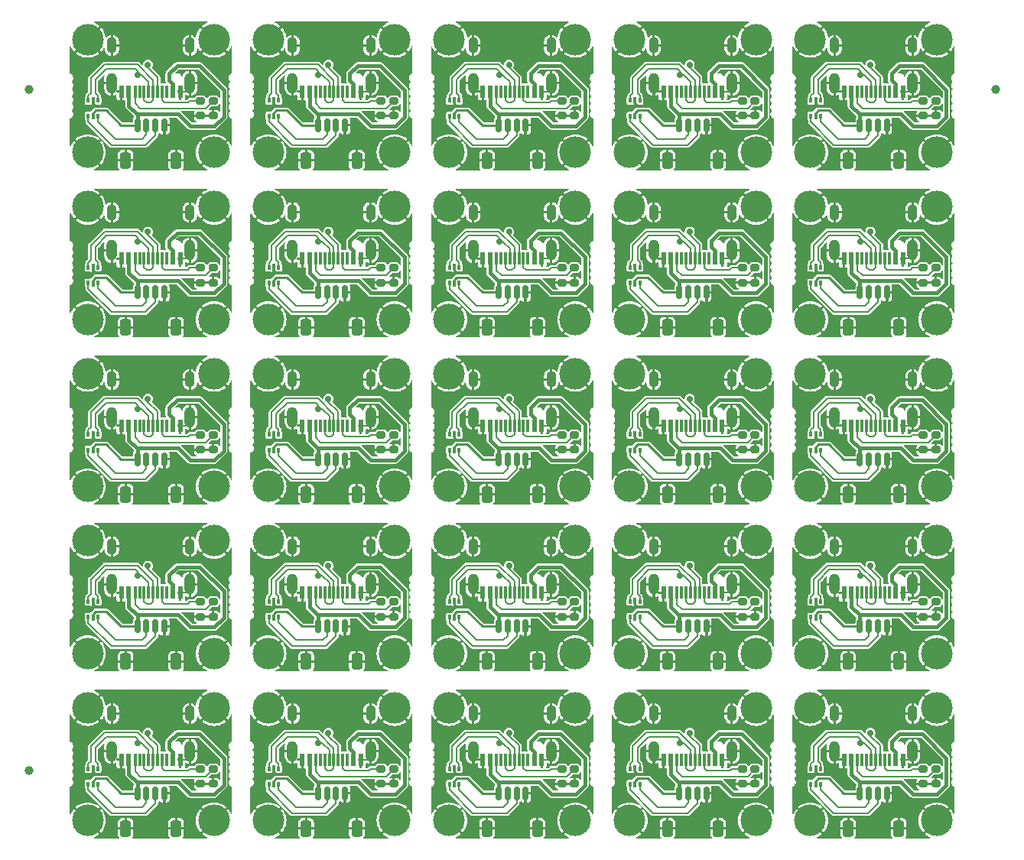
<source format=gtl>
%TF.GenerationSoftware,KiCad,Pcbnew,8.0.7*%
%TF.CreationDate,2025-01-05T21:54:17+08:00*%
%TF.ProjectId,u1-panelized,75312d70-616e-4656-9c69-7a65642e6b69,rev?*%
%TF.SameCoordinates,PX5836c38PY1312d00*%
%TF.FileFunction,Copper,L1,Top*%
%TF.FilePolarity,Positive*%
%FSLAX46Y46*%
G04 Gerber Fmt 4.6, Leading zero omitted, Abs format (unit mm)*
G04 Created by KiCad (PCBNEW 8.0.7) date 2025-01-05 21:54:17*
%MOMM*%
%LPD*%
G01*
G04 APERTURE LIST*
G04 Aperture macros list*
%AMRoundRect*
0 Rectangle with rounded corners*
0 $1 Rounding radius*
0 $2 $3 $4 $5 $6 $7 $8 $9 X,Y pos of 4 corners*
0 Add a 4 corners polygon primitive as box body*
4,1,4,$2,$3,$4,$5,$6,$7,$8,$9,$2,$3,0*
0 Add four circle primitives for the rounded corners*
1,1,$1+$1,$2,$3*
1,1,$1+$1,$4,$5*
1,1,$1+$1,$6,$7*
1,1,$1+$1,$8,$9*
0 Add four rect primitives between the rounded corners*
20,1,$1+$1,$2,$3,$4,$5,0*
20,1,$1+$1,$4,$5,$6,$7,0*
20,1,$1+$1,$6,$7,$8,$9,0*
20,1,$1+$1,$8,$9,$2,$3,0*%
G04 Aperture macros list end*
%TA.AperFunction,ComponentPad*%
%ADD10C,3.500000*%
%TD*%
%TA.AperFunction,SMDPad,CuDef*%
%ADD11R,0.375000X0.500000*%
%TD*%
%TA.AperFunction,SMDPad,CuDef*%
%ADD12R,0.300000X0.650000*%
%TD*%
%TA.AperFunction,SMDPad,CuDef*%
%ADD13RoundRect,0.200000X0.275000X-0.200000X0.275000X0.200000X-0.275000X0.200000X-0.275000X-0.200000X0*%
%TD*%
%TA.AperFunction,SMDPad,CuDef*%
%ADD14RoundRect,0.200000X-0.275000X0.200000X-0.275000X-0.200000X0.275000X-0.200000X0.275000X0.200000X0*%
%TD*%
%TA.AperFunction,SMDPad,CuDef*%
%ADD15R,0.600000X1.450000*%
%TD*%
%TA.AperFunction,SMDPad,CuDef*%
%ADD16R,0.300000X1.450000*%
%TD*%
%TA.AperFunction,ComponentPad*%
%ADD17O,1.200000X2.300000*%
%TD*%
%TA.AperFunction,ComponentPad*%
%ADD18O,1.100000X1.800000*%
%TD*%
%TA.AperFunction,SMDPad,CuDef*%
%ADD19RoundRect,0.150000X-0.150000X-0.625000X0.150000X-0.625000X0.150000X0.625000X-0.150000X0.625000X0*%
%TD*%
%TA.AperFunction,SMDPad,CuDef*%
%ADD20RoundRect,0.249999X-0.350001X-0.650001X0.350001X-0.650001X0.350001X0.650001X-0.350001X0.650001X0*%
%TD*%
%TA.AperFunction,SMDPad,CuDef*%
%ADD21C,1.000000*%
%TD*%
%TA.AperFunction,ViaPad*%
%ADD22C,0.700000*%
%TD*%
%TA.AperFunction,Conductor*%
%ADD23C,0.200000*%
%TD*%
%TA.AperFunction,Conductor*%
%ADD24C,0.250000*%
%TD*%
%TA.AperFunction,Conductor*%
%ADD25C,0.300000*%
%TD*%
%TA.AperFunction,Conductor*%
%ADD26C,0.400000*%
%TD*%
G04 APERTURE END LIST*
D10*
%TO.P,REF\u002A\u002A,1*%
%TO.N,Board_1-GND*%
X29001000Y-14500000D03*
%TD*%
D11*
%TO.P,U1,1*%
%TO.N,Board_2-DN*%
X50138500Y-8750000D03*
D12*
%TO.P,U1,2*%
%TO.N,Board_2-GND*%
X49601000Y-8675000D03*
D11*
%TO.P,U1,3*%
%TO.N,Board_2-DP*%
X49063500Y-8750000D03*
%TO.P,U1,4*%
%TO.N,Board_2-D+*%
X49063500Y-10450000D03*
D12*
%TO.P,U1,5*%
%TO.N,Board_2-UVCC*%
X49601000Y-10525000D03*
D11*
%TO.P,U1,6*%
%TO.N,Board_2-D-*%
X50138500Y-10450000D03*
%TD*%
D10*
%TO.P,REF\u002A\u002A,1*%
%TO.N,Board_23-GND*%
X83001000Y-88500000D03*
%TD*%
D13*
%TO.P,R2,1*%
%TO.N,Board_24-GND*%
X102901000Y-84425000D03*
%TO.P,R2,2*%
%TO.N,Board_24-Net-(J1-PadB5)*%
X102901000Y-82775000D03*
%TD*%
D10*
%TO.P,REF\u002A\u002A,1*%
%TO.N,Board_14-GND*%
X89001000Y-51500000D03*
%TD*%
D14*
%TO.P,R1,1*%
%TO.N,Board_22-Net-(J1-PadA5)*%
X61501000Y-82775000D03*
%TO.P,R1,2*%
%TO.N,Board_22-GND*%
X61501000Y-84425000D03*
%TD*%
D10*
%TO.P,REF\u002A\u002A,1*%
%TO.N,Board_20-GND*%
X9001000Y-76000000D03*
%TD*%
%TO.P,REF\u002A\u002A,1*%
%TO.N,Board_5-GND*%
X23001000Y-33000000D03*
%TD*%
D15*
%TO.P,J1,A1*%
%TO.N,Board_17-GND*%
X59251000Y-63245000D03*
%TO.P,J1,A4*%
%TO.N,Board_17-UVCC*%
X58451000Y-63245000D03*
D16*
%TO.P,J1,A5*%
%TO.N,Board_17-Net-(J1-PadA5)*%
X57251000Y-63245000D03*
%TO.P,J1,A6*%
%TO.N,Board_17-DP*%
X56251000Y-63245000D03*
%TO.P,J1,A7*%
%TO.N,Board_17-DN*%
X55751000Y-63245000D03*
%TO.P,J1,A8*%
%TO.N,Board_17-Net-(J1-PadA8)*%
X54751000Y-63245000D03*
D15*
%TO.P,J1,A9*%
%TO.N,Board_17-UVCC*%
X53551000Y-63245000D03*
%TO.P,J1,A12*%
%TO.N,Board_17-GND*%
X52751000Y-63245000D03*
%TO.P,J1,B1*%
X52751000Y-63245000D03*
%TO.P,J1,B4*%
%TO.N,Board_17-UVCC*%
X53551000Y-63245000D03*
D16*
%TO.P,J1,B5*%
%TO.N,Board_17-Net-(J1-PadB5)*%
X54251000Y-63245000D03*
%TO.P,J1,B6*%
%TO.N,Board_17-DP*%
X55251000Y-63245000D03*
%TO.P,J1,B7*%
%TO.N,Board_17-DN*%
X56751000Y-63245000D03*
%TO.P,J1,B8*%
%TO.N,Board_17-Net-(J1-PadB8)*%
X57751000Y-63245000D03*
D15*
%TO.P,J1,B9*%
%TO.N,Board_17-UVCC*%
X58451000Y-63245000D03*
%TO.P,J1,B12*%
%TO.N,Board_17-GND*%
X59251000Y-63245000D03*
D17*
%TO.P,J1,S1*%
X60321000Y-62330000D03*
D18*
X60321000Y-58150000D03*
D17*
X51681000Y-62330000D03*
D18*
X51681000Y-58150000D03*
%TD*%
D10*
%TO.P,REF\u002A\u002A,1*%
%TO.N,Board_13-GND*%
X83001000Y-51500000D03*
%TD*%
D15*
%TO.P,J1,A1*%
%TO.N,Board_7-GND*%
X59251000Y-26245000D03*
%TO.P,J1,A4*%
%TO.N,Board_7-UVCC*%
X58451000Y-26245000D03*
D16*
%TO.P,J1,A5*%
%TO.N,Board_7-Net-(J1-PadA5)*%
X57251000Y-26245000D03*
%TO.P,J1,A6*%
%TO.N,Board_7-DP*%
X56251000Y-26245000D03*
%TO.P,J1,A7*%
%TO.N,Board_7-DN*%
X55751000Y-26245000D03*
%TO.P,J1,A8*%
%TO.N,Board_7-Net-(J1-PadA8)*%
X54751000Y-26245000D03*
D15*
%TO.P,J1,A9*%
%TO.N,Board_7-UVCC*%
X53551000Y-26245000D03*
%TO.P,J1,A12*%
%TO.N,Board_7-GND*%
X52751000Y-26245000D03*
%TO.P,J1,B1*%
X52751000Y-26245000D03*
%TO.P,J1,B4*%
%TO.N,Board_7-UVCC*%
X53551000Y-26245000D03*
D16*
%TO.P,J1,B5*%
%TO.N,Board_7-Net-(J1-PadB5)*%
X54251000Y-26245000D03*
%TO.P,J1,B6*%
%TO.N,Board_7-DP*%
X55251000Y-26245000D03*
%TO.P,J1,B7*%
%TO.N,Board_7-DN*%
X56751000Y-26245000D03*
%TO.P,J1,B8*%
%TO.N,Board_7-Net-(J1-PadB8)*%
X57751000Y-26245000D03*
D15*
%TO.P,J1,B9*%
%TO.N,Board_7-UVCC*%
X58451000Y-26245000D03*
%TO.P,J1,B12*%
%TO.N,Board_7-GND*%
X59251000Y-26245000D03*
D17*
%TO.P,J1,S1*%
X60321000Y-25330000D03*
D18*
X60321000Y-21150000D03*
D17*
X51681000Y-25330000D03*
D18*
X51681000Y-21150000D03*
%TD*%
D11*
%TO.P,U1,1*%
%TO.N,Board_14-DN*%
X90138500Y-45750000D03*
D12*
%TO.P,U1,2*%
%TO.N,Board_14-GND*%
X89601000Y-45675000D03*
D11*
%TO.P,U1,3*%
%TO.N,Board_14-DP*%
X89063500Y-45750000D03*
%TO.P,U1,4*%
%TO.N,Board_14-D+*%
X89063500Y-47450000D03*
D12*
%TO.P,U1,5*%
%TO.N,Board_14-UVCC*%
X89601000Y-47525000D03*
D11*
%TO.P,U1,6*%
%TO.N,Board_14-D-*%
X90138500Y-47450000D03*
%TD*%
D15*
%TO.P,J1,A1*%
%TO.N,Board_11-GND*%
X39251000Y-44745000D03*
%TO.P,J1,A4*%
%TO.N,Board_11-UVCC*%
X38451000Y-44745000D03*
D16*
%TO.P,J1,A5*%
%TO.N,Board_11-Net-(J1-PadA5)*%
X37251000Y-44745000D03*
%TO.P,J1,A6*%
%TO.N,Board_11-DP*%
X36251000Y-44745000D03*
%TO.P,J1,A7*%
%TO.N,Board_11-DN*%
X35751000Y-44745000D03*
%TO.P,J1,A8*%
%TO.N,Board_11-Net-(J1-PadA8)*%
X34751000Y-44745000D03*
D15*
%TO.P,J1,A9*%
%TO.N,Board_11-UVCC*%
X33551000Y-44745000D03*
%TO.P,J1,A12*%
%TO.N,Board_11-GND*%
X32751000Y-44745000D03*
%TO.P,J1,B1*%
X32751000Y-44745000D03*
%TO.P,J1,B4*%
%TO.N,Board_11-UVCC*%
X33551000Y-44745000D03*
D16*
%TO.P,J1,B5*%
%TO.N,Board_11-Net-(J1-PadB5)*%
X34251000Y-44745000D03*
%TO.P,J1,B6*%
%TO.N,Board_11-DP*%
X35251000Y-44745000D03*
%TO.P,J1,B7*%
%TO.N,Board_11-DN*%
X36751000Y-44745000D03*
%TO.P,J1,B8*%
%TO.N,Board_11-Net-(J1-PadB8)*%
X37751000Y-44745000D03*
D15*
%TO.P,J1,B9*%
%TO.N,Board_11-UVCC*%
X38451000Y-44745000D03*
%TO.P,J1,B12*%
%TO.N,Board_11-GND*%
X39251000Y-44745000D03*
D17*
%TO.P,J1,S1*%
X40321000Y-43830000D03*
D18*
X40321000Y-39650000D03*
D17*
X31681000Y-43830000D03*
D18*
X31681000Y-39650000D03*
%TD*%
D10*
%TO.P,REF\u002A\u002A,1*%
%TO.N,Board_10-GND*%
X9001000Y-51500000D03*
%TD*%
D14*
%TO.P,R1,1*%
%TO.N,Board_8-Net-(J1-PadA5)*%
X81501000Y-27275000D03*
%TO.P,R1,2*%
%TO.N,Board_8-GND*%
X81501000Y-28925000D03*
%TD*%
D10*
%TO.P,REF\u002A\u002A,1*%
%TO.N,Board_22-GND*%
X49001000Y-76000000D03*
%TD*%
D11*
%TO.P,U1,1*%
%TO.N,Board_13-DN*%
X70138500Y-45750000D03*
D12*
%TO.P,U1,2*%
%TO.N,Board_13-GND*%
X69601000Y-45675000D03*
D11*
%TO.P,U1,3*%
%TO.N,Board_13-DP*%
X69063500Y-45750000D03*
%TO.P,U1,4*%
%TO.N,Board_13-D+*%
X69063500Y-47450000D03*
D12*
%TO.P,U1,5*%
%TO.N,Board_13-UVCC*%
X69601000Y-47525000D03*
D11*
%TO.P,U1,6*%
%TO.N,Board_13-D-*%
X70138500Y-47450000D03*
%TD*%
%TO.P,U1,1*%
%TO.N,Board_3-DN*%
X70138500Y-8750000D03*
D12*
%TO.P,U1,2*%
%TO.N,Board_3-GND*%
X69601000Y-8675000D03*
D11*
%TO.P,U1,3*%
%TO.N,Board_3-DP*%
X69063500Y-8750000D03*
%TO.P,U1,4*%
%TO.N,Board_3-D+*%
X69063500Y-10450000D03*
D12*
%TO.P,U1,5*%
%TO.N,Board_3-UVCC*%
X69601000Y-10525000D03*
D11*
%TO.P,U1,6*%
%TO.N,Board_3-D-*%
X70138500Y-10450000D03*
%TD*%
D10*
%TO.P,REF\u002A\u002A,1*%
%TO.N,Board_21-GND*%
X29001000Y-76000000D03*
%TD*%
D13*
%TO.P,R2,1*%
%TO.N,Board_18-GND*%
X82901000Y-65925000D03*
%TO.P,R2,2*%
%TO.N,Board_18-Net-(J1-PadB5)*%
X82901000Y-64275000D03*
%TD*%
D10*
%TO.P,REF\u002A\u002A,1*%
%TO.N,Board_8-GND*%
X83001000Y-20500000D03*
%TD*%
%TO.P,REF\u002A\u002A,1*%
%TO.N,Board_19-GND*%
X89001000Y-70000000D03*
%TD*%
D15*
%TO.P,J1,A1*%
%TO.N,Board_0-GND*%
X19251000Y-7745000D03*
%TO.P,J1,A4*%
%TO.N,Board_0-UVCC*%
X18451000Y-7745000D03*
D16*
%TO.P,J1,A5*%
%TO.N,Board_0-Net-(J1-PadA5)*%
X17251000Y-7745000D03*
%TO.P,J1,A6*%
%TO.N,Board_0-DP*%
X16251000Y-7745000D03*
%TO.P,J1,A7*%
%TO.N,Board_0-DN*%
X15751000Y-7745000D03*
%TO.P,J1,A8*%
%TO.N,Board_0-Net-(J1-PadA8)*%
X14751000Y-7745000D03*
D15*
%TO.P,J1,A9*%
%TO.N,Board_0-UVCC*%
X13551000Y-7745000D03*
%TO.P,J1,A12*%
%TO.N,Board_0-GND*%
X12751000Y-7745000D03*
%TO.P,J1,B1*%
X12751000Y-7745000D03*
%TO.P,J1,B4*%
%TO.N,Board_0-UVCC*%
X13551000Y-7745000D03*
D16*
%TO.P,J1,B5*%
%TO.N,Board_0-Net-(J1-PadB5)*%
X14251000Y-7745000D03*
%TO.P,J1,B6*%
%TO.N,Board_0-DP*%
X15251000Y-7745000D03*
%TO.P,J1,B7*%
%TO.N,Board_0-DN*%
X16751000Y-7745000D03*
%TO.P,J1,B8*%
%TO.N,Board_0-Net-(J1-PadB8)*%
X17751000Y-7745000D03*
D15*
%TO.P,J1,B9*%
%TO.N,Board_0-UVCC*%
X18451000Y-7745000D03*
%TO.P,J1,B12*%
%TO.N,Board_0-GND*%
X19251000Y-7745000D03*
D17*
%TO.P,J1,S1*%
X20321000Y-6830000D03*
D18*
X20321000Y-2650000D03*
D17*
X11681000Y-6830000D03*
D18*
X11681000Y-2650000D03*
%TD*%
D19*
%TO.P,J2,1*%
%TO.N,Board_21-UVCC*%
X34501000Y-85500000D03*
%TO.P,J2,2*%
%TO.N,Board_21-D-*%
X35501000Y-85500000D03*
%TO.P,J2,3*%
%TO.N,Board_21-D+*%
X36501000Y-85500000D03*
%TO.P,J2,4*%
%TO.N,Board_21-GND*%
X37501000Y-85500000D03*
D20*
%TO.P,J2,MP*%
X33201000Y-89375000D03*
X38801000Y-89375000D03*
%TD*%
D11*
%TO.P,U1,1*%
%TO.N,Board_12-DN*%
X50138500Y-45750000D03*
D12*
%TO.P,U1,2*%
%TO.N,Board_12-GND*%
X49601000Y-45675000D03*
D11*
%TO.P,U1,3*%
%TO.N,Board_12-DP*%
X49063500Y-45750000D03*
%TO.P,U1,4*%
%TO.N,Board_12-D+*%
X49063500Y-47450000D03*
D12*
%TO.P,U1,5*%
%TO.N,Board_12-UVCC*%
X49601000Y-47525000D03*
D11*
%TO.P,U1,6*%
%TO.N,Board_12-D-*%
X50138500Y-47450000D03*
%TD*%
D10*
%TO.P,REF\u002A\u002A,1*%
%TO.N,Board_1-GND*%
X43001000Y-2000000D03*
%TD*%
%TO.P,REF\u002A\u002A,1*%
%TO.N,Board_9-GND*%
X89001000Y-33000000D03*
%TD*%
D15*
%TO.P,J1,A1*%
%TO.N,Board_13-GND*%
X79251000Y-44745000D03*
%TO.P,J1,A4*%
%TO.N,Board_13-UVCC*%
X78451000Y-44745000D03*
D16*
%TO.P,J1,A5*%
%TO.N,Board_13-Net-(J1-PadA5)*%
X77251000Y-44745000D03*
%TO.P,J1,A6*%
%TO.N,Board_13-DP*%
X76251000Y-44745000D03*
%TO.P,J1,A7*%
%TO.N,Board_13-DN*%
X75751000Y-44745000D03*
%TO.P,J1,A8*%
%TO.N,Board_13-Net-(J1-PadA8)*%
X74751000Y-44745000D03*
D15*
%TO.P,J1,A9*%
%TO.N,Board_13-UVCC*%
X73551000Y-44745000D03*
%TO.P,J1,A12*%
%TO.N,Board_13-GND*%
X72751000Y-44745000D03*
%TO.P,J1,B1*%
X72751000Y-44745000D03*
%TO.P,J1,B4*%
%TO.N,Board_13-UVCC*%
X73551000Y-44745000D03*
D16*
%TO.P,J1,B5*%
%TO.N,Board_13-Net-(J1-PadB5)*%
X74251000Y-44745000D03*
%TO.P,J1,B6*%
%TO.N,Board_13-DP*%
X75251000Y-44745000D03*
%TO.P,J1,B7*%
%TO.N,Board_13-DN*%
X76751000Y-44745000D03*
%TO.P,J1,B8*%
%TO.N,Board_13-Net-(J1-PadB8)*%
X77751000Y-44745000D03*
D15*
%TO.P,J1,B9*%
%TO.N,Board_13-UVCC*%
X78451000Y-44745000D03*
%TO.P,J1,B12*%
%TO.N,Board_13-GND*%
X79251000Y-44745000D03*
D17*
%TO.P,J1,S1*%
X80321000Y-43830000D03*
D18*
X80321000Y-39650000D03*
D17*
X71681000Y-43830000D03*
D18*
X71681000Y-39650000D03*
%TD*%
D19*
%TO.P,J2,1*%
%TO.N,Board_2-UVCC*%
X54501000Y-11500000D03*
%TO.P,J2,2*%
%TO.N,Board_2-D-*%
X55501000Y-11500000D03*
%TO.P,J2,3*%
%TO.N,Board_2-D+*%
X56501000Y-11500000D03*
%TO.P,J2,4*%
%TO.N,Board_2-GND*%
X57501000Y-11500000D03*
D20*
%TO.P,J2,MP*%
X53201000Y-15375000D03*
X58801000Y-15375000D03*
%TD*%
D14*
%TO.P,R1,1*%
%TO.N,Board_7-Net-(J1-PadA5)*%
X61501000Y-27275000D03*
%TO.P,R1,2*%
%TO.N,Board_7-GND*%
X61501000Y-28925000D03*
%TD*%
D19*
%TO.P,J2,1*%
%TO.N,Board_16-UVCC*%
X34501000Y-67000000D03*
%TO.P,J2,2*%
%TO.N,Board_16-D-*%
X35501000Y-67000000D03*
%TO.P,J2,3*%
%TO.N,Board_16-D+*%
X36501000Y-67000000D03*
%TO.P,J2,4*%
%TO.N,Board_16-GND*%
X37501000Y-67000000D03*
D20*
%TO.P,J2,MP*%
X33201000Y-70875000D03*
X38801000Y-70875000D03*
%TD*%
D13*
%TO.P,R2,1*%
%TO.N,Board_19-GND*%
X102901000Y-65925000D03*
%TO.P,R2,2*%
%TO.N,Board_19-Net-(J1-PadB5)*%
X102901000Y-64275000D03*
%TD*%
D10*
%TO.P,REF\u002A\u002A,1*%
%TO.N,Board_1-GND*%
X29001000Y-2000000D03*
%TD*%
D11*
%TO.P,U1,1*%
%TO.N,Board_1-DN*%
X30138500Y-8750000D03*
D12*
%TO.P,U1,2*%
%TO.N,Board_1-GND*%
X29601000Y-8675000D03*
D11*
%TO.P,U1,3*%
%TO.N,Board_1-DP*%
X29063500Y-8750000D03*
%TO.P,U1,4*%
%TO.N,Board_1-D+*%
X29063500Y-10450000D03*
D12*
%TO.P,U1,5*%
%TO.N,Board_1-UVCC*%
X29601000Y-10525000D03*
D11*
%TO.P,U1,6*%
%TO.N,Board_1-D-*%
X30138500Y-10450000D03*
%TD*%
D10*
%TO.P,REF\u002A\u002A,1*%
%TO.N,Board_5-GND*%
X9001000Y-33000000D03*
%TD*%
%TO.P,REF\u002A\u002A,1*%
%TO.N,Board_15-GND*%
X9001000Y-57500000D03*
%TD*%
%TO.P,REF\u002A\u002A,1*%
%TO.N,Board_20-GND*%
X9001000Y-88500000D03*
%TD*%
D15*
%TO.P,J1,A1*%
%TO.N,Board_24-GND*%
X99251000Y-81745000D03*
%TO.P,J1,A4*%
%TO.N,Board_24-UVCC*%
X98451000Y-81745000D03*
D16*
%TO.P,J1,A5*%
%TO.N,Board_24-Net-(J1-PadA5)*%
X97251000Y-81745000D03*
%TO.P,J1,A6*%
%TO.N,Board_24-DP*%
X96251000Y-81745000D03*
%TO.P,J1,A7*%
%TO.N,Board_24-DN*%
X95751000Y-81745000D03*
%TO.P,J1,A8*%
%TO.N,Board_24-Net-(J1-PadA8)*%
X94751000Y-81745000D03*
D15*
%TO.P,J1,A9*%
%TO.N,Board_24-UVCC*%
X93551000Y-81745000D03*
%TO.P,J1,A12*%
%TO.N,Board_24-GND*%
X92751000Y-81745000D03*
%TO.P,J1,B1*%
X92751000Y-81745000D03*
%TO.P,J1,B4*%
%TO.N,Board_24-UVCC*%
X93551000Y-81745000D03*
D16*
%TO.P,J1,B5*%
%TO.N,Board_24-Net-(J1-PadB5)*%
X94251000Y-81745000D03*
%TO.P,J1,B6*%
%TO.N,Board_24-DP*%
X95251000Y-81745000D03*
%TO.P,J1,B7*%
%TO.N,Board_24-DN*%
X96751000Y-81745000D03*
%TO.P,J1,B8*%
%TO.N,Board_24-Net-(J1-PadB8)*%
X97751000Y-81745000D03*
D15*
%TO.P,J1,B9*%
%TO.N,Board_24-UVCC*%
X98451000Y-81745000D03*
%TO.P,J1,B12*%
%TO.N,Board_24-GND*%
X99251000Y-81745000D03*
D17*
%TO.P,J1,S1*%
X100321000Y-80830000D03*
D18*
X100321000Y-76650000D03*
D17*
X91681000Y-80830000D03*
D18*
X91681000Y-76650000D03*
%TD*%
D10*
%TO.P,REF\u002A\u002A,1*%
%TO.N,Board_22-GND*%
X63001000Y-88500000D03*
%TD*%
D14*
%TO.P,R1,1*%
%TO.N,Board_5-Net-(J1-PadA5)*%
X21501000Y-27275000D03*
%TO.P,R1,2*%
%TO.N,Board_5-GND*%
X21501000Y-28925000D03*
%TD*%
D10*
%TO.P,REF\u002A\u002A,1*%
%TO.N,Board_9-GND*%
X89001000Y-20500000D03*
%TD*%
%TO.P,REF\u002A\u002A,1*%
%TO.N,Board_2-GND*%
X49001000Y-2000000D03*
%TD*%
D19*
%TO.P,J2,1*%
%TO.N,Board_10-UVCC*%
X14501000Y-48500000D03*
%TO.P,J2,2*%
%TO.N,Board_10-D-*%
X15501000Y-48500000D03*
%TO.P,J2,3*%
%TO.N,Board_10-D+*%
X16501000Y-48500000D03*
%TO.P,J2,4*%
%TO.N,Board_10-GND*%
X17501000Y-48500000D03*
D20*
%TO.P,J2,MP*%
X13201000Y-52375000D03*
X18801000Y-52375000D03*
%TD*%
D10*
%TO.P,REF\u002A\u002A,1*%
%TO.N,Board_23-GND*%
X83001000Y-76000000D03*
%TD*%
D19*
%TO.P,J2,1*%
%TO.N,Board_0-UVCC*%
X14501000Y-11500000D03*
%TO.P,J2,2*%
%TO.N,Board_0-D-*%
X15501000Y-11500000D03*
%TO.P,J2,3*%
%TO.N,Board_0-D+*%
X16501000Y-11500000D03*
%TO.P,J2,4*%
%TO.N,Board_0-GND*%
X17501000Y-11500000D03*
D20*
%TO.P,J2,MP*%
X13201000Y-15375000D03*
X18801000Y-15375000D03*
%TD*%
D21*
%TO.P,KiKit_FID_T_2,*%
%TO.N,*%
X109502000Y-7500000D03*
%TD*%
D11*
%TO.P,U1,1*%
%TO.N,Board_10-DN*%
X10138500Y-45750000D03*
D12*
%TO.P,U1,2*%
%TO.N,Board_10-GND*%
X9601000Y-45675000D03*
D11*
%TO.P,U1,3*%
%TO.N,Board_10-DP*%
X9063500Y-45750000D03*
%TO.P,U1,4*%
%TO.N,Board_10-D+*%
X9063500Y-47450000D03*
D12*
%TO.P,U1,5*%
%TO.N,Board_10-UVCC*%
X9601000Y-47525000D03*
D11*
%TO.P,U1,6*%
%TO.N,Board_10-D-*%
X10138500Y-47450000D03*
%TD*%
D13*
%TO.P,R2,1*%
%TO.N,Board_16-GND*%
X42901000Y-65925000D03*
%TO.P,R2,2*%
%TO.N,Board_16-Net-(J1-PadB5)*%
X42901000Y-64275000D03*
%TD*%
D10*
%TO.P,REF\u002A\u002A,1*%
%TO.N,Board_16-GND*%
X29001000Y-70000000D03*
%TD*%
%TO.P,REF\u002A\u002A,1*%
%TO.N,Board_8-GND*%
X83001000Y-33000000D03*
%TD*%
D13*
%TO.P,R2,1*%
%TO.N,Board_10-GND*%
X22901000Y-47425000D03*
%TO.P,R2,2*%
%TO.N,Board_10-Net-(J1-PadB5)*%
X22901000Y-45775000D03*
%TD*%
%TO.P,R2,1*%
%TO.N,Board_7-GND*%
X62901000Y-28925000D03*
%TO.P,R2,2*%
%TO.N,Board_7-Net-(J1-PadB5)*%
X62901000Y-27275000D03*
%TD*%
D15*
%TO.P,J1,A1*%
%TO.N,Board_22-GND*%
X59251000Y-81745000D03*
%TO.P,J1,A4*%
%TO.N,Board_22-UVCC*%
X58451000Y-81745000D03*
D16*
%TO.P,J1,A5*%
%TO.N,Board_22-Net-(J1-PadA5)*%
X57251000Y-81745000D03*
%TO.P,J1,A6*%
%TO.N,Board_22-DP*%
X56251000Y-81745000D03*
%TO.P,J1,A7*%
%TO.N,Board_22-DN*%
X55751000Y-81745000D03*
%TO.P,J1,A8*%
%TO.N,Board_22-Net-(J1-PadA8)*%
X54751000Y-81745000D03*
D15*
%TO.P,J1,A9*%
%TO.N,Board_22-UVCC*%
X53551000Y-81745000D03*
%TO.P,J1,A12*%
%TO.N,Board_22-GND*%
X52751000Y-81745000D03*
%TO.P,J1,B1*%
X52751000Y-81745000D03*
%TO.P,J1,B4*%
%TO.N,Board_22-UVCC*%
X53551000Y-81745000D03*
D16*
%TO.P,J1,B5*%
%TO.N,Board_22-Net-(J1-PadB5)*%
X54251000Y-81745000D03*
%TO.P,J1,B6*%
%TO.N,Board_22-DP*%
X55251000Y-81745000D03*
%TO.P,J1,B7*%
%TO.N,Board_22-DN*%
X56751000Y-81745000D03*
%TO.P,J1,B8*%
%TO.N,Board_22-Net-(J1-PadB8)*%
X57751000Y-81745000D03*
D15*
%TO.P,J1,B9*%
%TO.N,Board_22-UVCC*%
X58451000Y-81745000D03*
%TO.P,J1,B12*%
%TO.N,Board_22-GND*%
X59251000Y-81745000D03*
D17*
%TO.P,J1,S1*%
X60321000Y-80830000D03*
D18*
X60321000Y-76650000D03*
D17*
X51681000Y-80830000D03*
D18*
X51681000Y-76650000D03*
%TD*%
D19*
%TO.P,J2,1*%
%TO.N,Board_14-UVCC*%
X94501000Y-48500000D03*
%TO.P,J2,2*%
%TO.N,Board_14-D-*%
X95501000Y-48500000D03*
%TO.P,J2,3*%
%TO.N,Board_14-D+*%
X96501000Y-48500000D03*
%TO.P,J2,4*%
%TO.N,Board_14-GND*%
X97501000Y-48500000D03*
D20*
%TO.P,J2,MP*%
X93201000Y-52375000D03*
X98801000Y-52375000D03*
%TD*%
D10*
%TO.P,REF\u002A\u002A,1*%
%TO.N,Board_4-GND*%
X103001000Y-14500000D03*
%TD*%
D15*
%TO.P,J1,A1*%
%TO.N,Board_4-GND*%
X99251000Y-7745000D03*
%TO.P,J1,A4*%
%TO.N,Board_4-UVCC*%
X98451000Y-7745000D03*
D16*
%TO.P,J1,A5*%
%TO.N,Board_4-Net-(J1-PadA5)*%
X97251000Y-7745000D03*
%TO.P,J1,A6*%
%TO.N,Board_4-DP*%
X96251000Y-7745000D03*
%TO.P,J1,A7*%
%TO.N,Board_4-DN*%
X95751000Y-7745000D03*
%TO.P,J1,A8*%
%TO.N,Board_4-Net-(J1-PadA8)*%
X94751000Y-7745000D03*
D15*
%TO.P,J1,A9*%
%TO.N,Board_4-UVCC*%
X93551000Y-7745000D03*
%TO.P,J1,A12*%
%TO.N,Board_4-GND*%
X92751000Y-7745000D03*
%TO.P,J1,B1*%
X92751000Y-7745000D03*
%TO.P,J1,B4*%
%TO.N,Board_4-UVCC*%
X93551000Y-7745000D03*
D16*
%TO.P,J1,B5*%
%TO.N,Board_4-Net-(J1-PadB5)*%
X94251000Y-7745000D03*
%TO.P,J1,B6*%
%TO.N,Board_4-DP*%
X95251000Y-7745000D03*
%TO.P,J1,B7*%
%TO.N,Board_4-DN*%
X96751000Y-7745000D03*
%TO.P,J1,B8*%
%TO.N,Board_4-Net-(J1-PadB8)*%
X97751000Y-7745000D03*
D15*
%TO.P,J1,B9*%
%TO.N,Board_4-UVCC*%
X98451000Y-7745000D03*
%TO.P,J1,B12*%
%TO.N,Board_4-GND*%
X99251000Y-7745000D03*
D17*
%TO.P,J1,S1*%
X100321000Y-6830000D03*
D18*
X100321000Y-2650000D03*
D17*
X91681000Y-6830000D03*
D18*
X91681000Y-2650000D03*
%TD*%
D10*
%TO.P,REF\u002A\u002A,1*%
%TO.N,Board_20-GND*%
X23001000Y-88500000D03*
%TD*%
D14*
%TO.P,R1,1*%
%TO.N,Board_6-Net-(J1-PadA5)*%
X41501000Y-27275000D03*
%TO.P,R1,2*%
%TO.N,Board_6-GND*%
X41501000Y-28925000D03*
%TD*%
D11*
%TO.P,U1,1*%
%TO.N,Board_15-DN*%
X10138500Y-64250000D03*
D12*
%TO.P,U1,2*%
%TO.N,Board_15-GND*%
X9601000Y-64175000D03*
D11*
%TO.P,U1,3*%
%TO.N,Board_15-DP*%
X9063500Y-64250000D03*
%TO.P,U1,4*%
%TO.N,Board_15-D+*%
X9063500Y-65950000D03*
D12*
%TO.P,U1,5*%
%TO.N,Board_15-UVCC*%
X9601000Y-66025000D03*
D11*
%TO.P,U1,6*%
%TO.N,Board_15-D-*%
X10138500Y-65950000D03*
%TD*%
%TO.P,U1,1*%
%TO.N,Board_0-DN*%
X10138500Y-8750000D03*
D12*
%TO.P,U1,2*%
%TO.N,Board_0-GND*%
X9601000Y-8675000D03*
D11*
%TO.P,U1,3*%
%TO.N,Board_0-DP*%
X9063500Y-8750000D03*
%TO.P,U1,4*%
%TO.N,Board_0-D+*%
X9063500Y-10450000D03*
D12*
%TO.P,U1,5*%
%TO.N,Board_0-UVCC*%
X9601000Y-10525000D03*
D11*
%TO.P,U1,6*%
%TO.N,Board_0-D-*%
X10138500Y-10450000D03*
%TD*%
D19*
%TO.P,J2,1*%
%TO.N,Board_1-UVCC*%
X34501000Y-11500000D03*
%TO.P,J2,2*%
%TO.N,Board_1-D-*%
X35501000Y-11500000D03*
%TO.P,J2,3*%
%TO.N,Board_1-D+*%
X36501000Y-11500000D03*
%TO.P,J2,4*%
%TO.N,Board_1-GND*%
X37501000Y-11500000D03*
D20*
%TO.P,J2,MP*%
X33201000Y-15375000D03*
X38801000Y-15375000D03*
%TD*%
D19*
%TO.P,J2,1*%
%TO.N,Board_8-UVCC*%
X74501000Y-30000000D03*
%TO.P,J2,2*%
%TO.N,Board_8-D-*%
X75501000Y-30000000D03*
%TO.P,J2,3*%
%TO.N,Board_8-D+*%
X76501000Y-30000000D03*
%TO.P,J2,4*%
%TO.N,Board_8-GND*%
X77501000Y-30000000D03*
D20*
%TO.P,J2,MP*%
X73201000Y-33875000D03*
X78801000Y-33875000D03*
%TD*%
D15*
%TO.P,J1,A1*%
%TO.N,Board_6-GND*%
X39251000Y-26245000D03*
%TO.P,J1,A4*%
%TO.N,Board_6-UVCC*%
X38451000Y-26245000D03*
D16*
%TO.P,J1,A5*%
%TO.N,Board_6-Net-(J1-PadA5)*%
X37251000Y-26245000D03*
%TO.P,J1,A6*%
%TO.N,Board_6-DP*%
X36251000Y-26245000D03*
%TO.P,J1,A7*%
%TO.N,Board_6-DN*%
X35751000Y-26245000D03*
%TO.P,J1,A8*%
%TO.N,Board_6-Net-(J1-PadA8)*%
X34751000Y-26245000D03*
D15*
%TO.P,J1,A9*%
%TO.N,Board_6-UVCC*%
X33551000Y-26245000D03*
%TO.P,J1,A12*%
%TO.N,Board_6-GND*%
X32751000Y-26245000D03*
%TO.P,J1,B1*%
X32751000Y-26245000D03*
%TO.P,J1,B4*%
%TO.N,Board_6-UVCC*%
X33551000Y-26245000D03*
D16*
%TO.P,J1,B5*%
%TO.N,Board_6-Net-(J1-PadB5)*%
X34251000Y-26245000D03*
%TO.P,J1,B6*%
%TO.N,Board_6-DP*%
X35251000Y-26245000D03*
%TO.P,J1,B7*%
%TO.N,Board_6-DN*%
X36751000Y-26245000D03*
%TO.P,J1,B8*%
%TO.N,Board_6-Net-(J1-PadB8)*%
X37751000Y-26245000D03*
D15*
%TO.P,J1,B9*%
%TO.N,Board_6-UVCC*%
X38451000Y-26245000D03*
%TO.P,J1,B12*%
%TO.N,Board_6-GND*%
X39251000Y-26245000D03*
D17*
%TO.P,J1,S1*%
X40321000Y-25330000D03*
D18*
X40321000Y-21150000D03*
D17*
X31681000Y-25330000D03*
D18*
X31681000Y-21150000D03*
%TD*%
D15*
%TO.P,J1,A1*%
%TO.N,Board_20-GND*%
X19251000Y-81745000D03*
%TO.P,J1,A4*%
%TO.N,Board_20-UVCC*%
X18451000Y-81745000D03*
D16*
%TO.P,J1,A5*%
%TO.N,Board_20-Net-(J1-PadA5)*%
X17251000Y-81745000D03*
%TO.P,J1,A6*%
%TO.N,Board_20-DP*%
X16251000Y-81745000D03*
%TO.P,J1,A7*%
%TO.N,Board_20-DN*%
X15751000Y-81745000D03*
%TO.P,J1,A8*%
%TO.N,Board_20-Net-(J1-PadA8)*%
X14751000Y-81745000D03*
D15*
%TO.P,J1,A9*%
%TO.N,Board_20-UVCC*%
X13551000Y-81745000D03*
%TO.P,J1,A12*%
%TO.N,Board_20-GND*%
X12751000Y-81745000D03*
%TO.P,J1,B1*%
X12751000Y-81745000D03*
%TO.P,J1,B4*%
%TO.N,Board_20-UVCC*%
X13551000Y-81745000D03*
D16*
%TO.P,J1,B5*%
%TO.N,Board_20-Net-(J1-PadB5)*%
X14251000Y-81745000D03*
%TO.P,J1,B6*%
%TO.N,Board_20-DP*%
X15251000Y-81745000D03*
%TO.P,J1,B7*%
%TO.N,Board_20-DN*%
X16751000Y-81745000D03*
%TO.P,J1,B8*%
%TO.N,Board_20-Net-(J1-PadB8)*%
X17751000Y-81745000D03*
D15*
%TO.P,J1,B9*%
%TO.N,Board_20-UVCC*%
X18451000Y-81745000D03*
%TO.P,J1,B12*%
%TO.N,Board_20-GND*%
X19251000Y-81745000D03*
D17*
%TO.P,J1,S1*%
X20321000Y-80830000D03*
D18*
X20321000Y-76650000D03*
D17*
X11681000Y-80830000D03*
D18*
X11681000Y-76650000D03*
%TD*%
D11*
%TO.P,U1,1*%
%TO.N,Board_20-DN*%
X10138500Y-82750000D03*
D12*
%TO.P,U1,2*%
%TO.N,Board_20-GND*%
X9601000Y-82675000D03*
D11*
%TO.P,U1,3*%
%TO.N,Board_20-DP*%
X9063500Y-82750000D03*
%TO.P,U1,4*%
%TO.N,Board_20-D+*%
X9063500Y-84450000D03*
D12*
%TO.P,U1,5*%
%TO.N,Board_20-UVCC*%
X9601000Y-84525000D03*
D11*
%TO.P,U1,6*%
%TO.N,Board_20-D-*%
X10138500Y-84450000D03*
%TD*%
D10*
%TO.P,REF\u002A\u002A,1*%
%TO.N,Board_22-GND*%
X63001000Y-76000000D03*
%TD*%
D13*
%TO.P,R2,1*%
%TO.N,Board_0-GND*%
X22901000Y-10425000D03*
%TO.P,R2,2*%
%TO.N,Board_0-Net-(J1-PadB5)*%
X22901000Y-8775000D03*
%TD*%
D21*
%TO.P,KiKit_FID_T_1,*%
%TO.N,*%
X2500000Y-7500000D03*
%TD*%
D15*
%TO.P,J1,A1*%
%TO.N,Board_12-GND*%
X59251000Y-44745000D03*
%TO.P,J1,A4*%
%TO.N,Board_12-UVCC*%
X58451000Y-44745000D03*
D16*
%TO.P,J1,A5*%
%TO.N,Board_12-Net-(J1-PadA5)*%
X57251000Y-44745000D03*
%TO.P,J1,A6*%
%TO.N,Board_12-DP*%
X56251000Y-44745000D03*
%TO.P,J1,A7*%
%TO.N,Board_12-DN*%
X55751000Y-44745000D03*
%TO.P,J1,A8*%
%TO.N,Board_12-Net-(J1-PadA8)*%
X54751000Y-44745000D03*
D15*
%TO.P,J1,A9*%
%TO.N,Board_12-UVCC*%
X53551000Y-44745000D03*
%TO.P,J1,A12*%
%TO.N,Board_12-GND*%
X52751000Y-44745000D03*
%TO.P,J1,B1*%
X52751000Y-44745000D03*
%TO.P,J1,B4*%
%TO.N,Board_12-UVCC*%
X53551000Y-44745000D03*
D16*
%TO.P,J1,B5*%
%TO.N,Board_12-Net-(J1-PadB5)*%
X54251000Y-44745000D03*
%TO.P,J1,B6*%
%TO.N,Board_12-DP*%
X55251000Y-44745000D03*
%TO.P,J1,B7*%
%TO.N,Board_12-DN*%
X56751000Y-44745000D03*
%TO.P,J1,B8*%
%TO.N,Board_12-Net-(J1-PadB8)*%
X57751000Y-44745000D03*
D15*
%TO.P,J1,B9*%
%TO.N,Board_12-UVCC*%
X58451000Y-44745000D03*
%TO.P,J1,B12*%
%TO.N,Board_12-GND*%
X59251000Y-44745000D03*
D17*
%TO.P,J1,S1*%
X60321000Y-43830000D03*
D18*
X60321000Y-39650000D03*
D17*
X51681000Y-43830000D03*
D18*
X51681000Y-39650000D03*
%TD*%
D10*
%TO.P,REF\u002A\u002A,1*%
%TO.N,Board_11-GND*%
X43001000Y-39000000D03*
%TD*%
%TO.P,REF\u002A\u002A,1*%
%TO.N,Board_6-GND*%
X29001000Y-20500000D03*
%TD*%
%TO.P,REF\u002A\u002A,1*%
%TO.N,Board_14-GND*%
X103001000Y-51500000D03*
%TD*%
%TO.P,REF\u002A\u002A,1*%
%TO.N,Board_3-GND*%
X83001000Y-14500000D03*
%TD*%
D11*
%TO.P,U1,1*%
%TO.N,Board_9-DN*%
X90138500Y-27250000D03*
D12*
%TO.P,U1,2*%
%TO.N,Board_9-GND*%
X89601000Y-27175000D03*
D11*
%TO.P,U1,3*%
%TO.N,Board_9-DP*%
X89063500Y-27250000D03*
%TO.P,U1,4*%
%TO.N,Board_9-D+*%
X89063500Y-28950000D03*
D12*
%TO.P,U1,5*%
%TO.N,Board_9-UVCC*%
X89601000Y-29025000D03*
D11*
%TO.P,U1,6*%
%TO.N,Board_9-D-*%
X90138500Y-28950000D03*
%TD*%
D13*
%TO.P,R2,1*%
%TO.N,Board_2-GND*%
X62901000Y-10425000D03*
%TO.P,R2,2*%
%TO.N,Board_2-Net-(J1-PadB5)*%
X62901000Y-8775000D03*
%TD*%
D19*
%TO.P,J2,1*%
%TO.N,Board_9-UVCC*%
X94501000Y-30000000D03*
%TO.P,J2,2*%
%TO.N,Board_9-D-*%
X95501000Y-30000000D03*
%TO.P,J2,3*%
%TO.N,Board_9-D+*%
X96501000Y-30000000D03*
%TO.P,J2,4*%
%TO.N,Board_9-GND*%
X97501000Y-30000000D03*
D20*
%TO.P,J2,MP*%
X93201000Y-33875000D03*
X98801000Y-33875000D03*
%TD*%
D10*
%TO.P,REF\u002A\u002A,1*%
%TO.N,Board_16-GND*%
X43001000Y-70000000D03*
%TD*%
D14*
%TO.P,R1,1*%
%TO.N,Board_9-Net-(J1-PadA5)*%
X101501000Y-27275000D03*
%TO.P,R1,2*%
%TO.N,Board_9-GND*%
X101501000Y-28925000D03*
%TD*%
D11*
%TO.P,U1,1*%
%TO.N,Board_7-DN*%
X50138500Y-27250000D03*
D12*
%TO.P,U1,2*%
%TO.N,Board_7-GND*%
X49601000Y-27175000D03*
D11*
%TO.P,U1,3*%
%TO.N,Board_7-DP*%
X49063500Y-27250000D03*
%TO.P,U1,4*%
%TO.N,Board_7-D+*%
X49063500Y-28950000D03*
D12*
%TO.P,U1,5*%
%TO.N,Board_7-UVCC*%
X49601000Y-29025000D03*
D11*
%TO.P,U1,6*%
%TO.N,Board_7-D-*%
X50138500Y-28950000D03*
%TD*%
D10*
%TO.P,REF\u002A\u002A,1*%
%TO.N,Board_24-GND*%
X89001000Y-88500000D03*
%TD*%
D19*
%TO.P,J2,1*%
%TO.N,Board_13-UVCC*%
X74501000Y-48500000D03*
%TO.P,J2,2*%
%TO.N,Board_13-D-*%
X75501000Y-48500000D03*
%TO.P,J2,3*%
%TO.N,Board_13-D+*%
X76501000Y-48500000D03*
%TO.P,J2,4*%
%TO.N,Board_13-GND*%
X77501000Y-48500000D03*
D20*
%TO.P,J2,MP*%
X73201000Y-52375000D03*
X78801000Y-52375000D03*
%TD*%
D11*
%TO.P,U1,1*%
%TO.N,Board_21-DN*%
X30138500Y-82750000D03*
D12*
%TO.P,U1,2*%
%TO.N,Board_21-GND*%
X29601000Y-82675000D03*
D11*
%TO.P,U1,3*%
%TO.N,Board_21-DP*%
X29063500Y-82750000D03*
%TO.P,U1,4*%
%TO.N,Board_21-D+*%
X29063500Y-84450000D03*
D12*
%TO.P,U1,5*%
%TO.N,Board_21-UVCC*%
X29601000Y-84525000D03*
D11*
%TO.P,U1,6*%
%TO.N,Board_21-D-*%
X30138500Y-84450000D03*
%TD*%
D19*
%TO.P,J2,1*%
%TO.N,Board_22-UVCC*%
X54501000Y-85500000D03*
%TO.P,J2,2*%
%TO.N,Board_22-D-*%
X55501000Y-85500000D03*
%TO.P,J2,3*%
%TO.N,Board_22-D+*%
X56501000Y-85500000D03*
%TO.P,J2,4*%
%TO.N,Board_22-GND*%
X57501000Y-85500000D03*
D20*
%TO.P,J2,MP*%
X53201000Y-89375000D03*
X58801000Y-89375000D03*
%TD*%
D10*
%TO.P,REF\u002A\u002A,1*%
%TO.N,Board_4-GND*%
X89001000Y-2000000D03*
%TD*%
D11*
%TO.P,U1,1*%
%TO.N,Board_5-DN*%
X10138500Y-27250000D03*
D12*
%TO.P,U1,2*%
%TO.N,Board_5-GND*%
X9601000Y-27175000D03*
D11*
%TO.P,U1,3*%
%TO.N,Board_5-DP*%
X9063500Y-27250000D03*
%TO.P,U1,4*%
%TO.N,Board_5-D+*%
X9063500Y-28950000D03*
D12*
%TO.P,U1,5*%
%TO.N,Board_5-UVCC*%
X9601000Y-29025000D03*
D11*
%TO.P,U1,6*%
%TO.N,Board_5-D-*%
X10138500Y-28950000D03*
%TD*%
D13*
%TO.P,R2,1*%
%TO.N,Board_23-GND*%
X82901000Y-84425000D03*
%TO.P,R2,2*%
%TO.N,Board_23-Net-(J1-PadB5)*%
X82901000Y-82775000D03*
%TD*%
D11*
%TO.P,U1,1*%
%TO.N,Board_4-DN*%
X90138500Y-8750000D03*
D12*
%TO.P,U1,2*%
%TO.N,Board_4-GND*%
X89601000Y-8675000D03*
D11*
%TO.P,U1,3*%
%TO.N,Board_4-DP*%
X89063500Y-8750000D03*
%TO.P,U1,4*%
%TO.N,Board_4-D+*%
X89063500Y-10450000D03*
D12*
%TO.P,U1,5*%
%TO.N,Board_4-UVCC*%
X89601000Y-10525000D03*
D11*
%TO.P,U1,6*%
%TO.N,Board_4-D-*%
X90138500Y-10450000D03*
%TD*%
D10*
%TO.P,REF\u002A\u002A,1*%
%TO.N,Board_1-GND*%
X43001000Y-14500000D03*
%TD*%
D15*
%TO.P,J1,A1*%
%TO.N,Board_10-GND*%
X19251000Y-44745000D03*
%TO.P,J1,A4*%
%TO.N,Board_10-UVCC*%
X18451000Y-44745000D03*
D16*
%TO.P,J1,A5*%
%TO.N,Board_10-Net-(J1-PadA5)*%
X17251000Y-44745000D03*
%TO.P,J1,A6*%
%TO.N,Board_10-DP*%
X16251000Y-44745000D03*
%TO.P,J1,A7*%
%TO.N,Board_10-DN*%
X15751000Y-44745000D03*
%TO.P,J1,A8*%
%TO.N,Board_10-Net-(J1-PadA8)*%
X14751000Y-44745000D03*
D15*
%TO.P,J1,A9*%
%TO.N,Board_10-UVCC*%
X13551000Y-44745000D03*
%TO.P,J1,A12*%
%TO.N,Board_10-GND*%
X12751000Y-44745000D03*
%TO.P,J1,B1*%
X12751000Y-44745000D03*
%TO.P,J1,B4*%
%TO.N,Board_10-UVCC*%
X13551000Y-44745000D03*
D16*
%TO.P,J1,B5*%
%TO.N,Board_10-Net-(J1-PadB5)*%
X14251000Y-44745000D03*
%TO.P,J1,B6*%
%TO.N,Board_10-DP*%
X15251000Y-44745000D03*
%TO.P,J1,B7*%
%TO.N,Board_10-DN*%
X16751000Y-44745000D03*
%TO.P,J1,B8*%
%TO.N,Board_10-Net-(J1-PadB8)*%
X17751000Y-44745000D03*
D15*
%TO.P,J1,B9*%
%TO.N,Board_10-UVCC*%
X18451000Y-44745000D03*
%TO.P,J1,B12*%
%TO.N,Board_10-GND*%
X19251000Y-44745000D03*
D17*
%TO.P,J1,S1*%
X20321000Y-43830000D03*
D18*
X20321000Y-39650000D03*
D17*
X11681000Y-43830000D03*
D18*
X11681000Y-39650000D03*
%TD*%
D15*
%TO.P,J1,A1*%
%TO.N,Board_1-GND*%
X39251000Y-7745000D03*
%TO.P,J1,A4*%
%TO.N,Board_1-UVCC*%
X38451000Y-7745000D03*
D16*
%TO.P,J1,A5*%
%TO.N,Board_1-Net-(J1-PadA5)*%
X37251000Y-7745000D03*
%TO.P,J1,A6*%
%TO.N,Board_1-DP*%
X36251000Y-7745000D03*
%TO.P,J1,A7*%
%TO.N,Board_1-DN*%
X35751000Y-7745000D03*
%TO.P,J1,A8*%
%TO.N,Board_1-Net-(J1-PadA8)*%
X34751000Y-7745000D03*
D15*
%TO.P,J1,A9*%
%TO.N,Board_1-UVCC*%
X33551000Y-7745000D03*
%TO.P,J1,A12*%
%TO.N,Board_1-GND*%
X32751000Y-7745000D03*
%TO.P,J1,B1*%
X32751000Y-7745000D03*
%TO.P,J1,B4*%
%TO.N,Board_1-UVCC*%
X33551000Y-7745000D03*
D16*
%TO.P,J1,B5*%
%TO.N,Board_1-Net-(J1-PadB5)*%
X34251000Y-7745000D03*
%TO.P,J1,B6*%
%TO.N,Board_1-DP*%
X35251000Y-7745000D03*
%TO.P,J1,B7*%
%TO.N,Board_1-DN*%
X36751000Y-7745000D03*
%TO.P,J1,B8*%
%TO.N,Board_1-Net-(J1-PadB8)*%
X37751000Y-7745000D03*
D15*
%TO.P,J1,B9*%
%TO.N,Board_1-UVCC*%
X38451000Y-7745000D03*
%TO.P,J1,B12*%
%TO.N,Board_1-GND*%
X39251000Y-7745000D03*
D17*
%TO.P,J1,S1*%
X40321000Y-6830000D03*
D18*
X40321000Y-2650000D03*
D17*
X31681000Y-6830000D03*
D18*
X31681000Y-2650000D03*
%TD*%
D11*
%TO.P,U1,1*%
%TO.N,Board_16-DN*%
X30138500Y-64250000D03*
D12*
%TO.P,U1,2*%
%TO.N,Board_16-GND*%
X29601000Y-64175000D03*
D11*
%TO.P,U1,3*%
%TO.N,Board_16-DP*%
X29063500Y-64250000D03*
%TO.P,U1,4*%
%TO.N,Board_16-D+*%
X29063500Y-65950000D03*
D12*
%TO.P,U1,5*%
%TO.N,Board_16-UVCC*%
X29601000Y-66025000D03*
D11*
%TO.P,U1,6*%
%TO.N,Board_16-D-*%
X30138500Y-65950000D03*
%TD*%
D14*
%TO.P,R1,1*%
%TO.N,Board_1-Net-(J1-PadA5)*%
X41501000Y-8775000D03*
%TO.P,R1,2*%
%TO.N,Board_1-GND*%
X41501000Y-10425000D03*
%TD*%
D10*
%TO.P,REF\u002A\u002A,1*%
%TO.N,Board_9-GND*%
X103001000Y-20500000D03*
%TD*%
%TO.P,REF\u002A\u002A,1*%
%TO.N,Board_0-GND*%
X23001000Y-14500000D03*
%TD*%
D13*
%TO.P,R2,1*%
%TO.N,Board_15-GND*%
X22901000Y-65925000D03*
%TO.P,R2,2*%
%TO.N,Board_15-Net-(J1-PadB5)*%
X22901000Y-64275000D03*
%TD*%
D10*
%TO.P,REF\u002A\u002A,1*%
%TO.N,Board_5-GND*%
X9001000Y-20500000D03*
%TD*%
D15*
%TO.P,J1,A1*%
%TO.N,Board_18-GND*%
X79251000Y-63245000D03*
%TO.P,J1,A4*%
%TO.N,Board_18-UVCC*%
X78451000Y-63245000D03*
D16*
%TO.P,J1,A5*%
%TO.N,Board_18-Net-(J1-PadA5)*%
X77251000Y-63245000D03*
%TO.P,J1,A6*%
%TO.N,Board_18-DP*%
X76251000Y-63245000D03*
%TO.P,J1,A7*%
%TO.N,Board_18-DN*%
X75751000Y-63245000D03*
%TO.P,J1,A8*%
%TO.N,Board_18-Net-(J1-PadA8)*%
X74751000Y-63245000D03*
D15*
%TO.P,J1,A9*%
%TO.N,Board_18-UVCC*%
X73551000Y-63245000D03*
%TO.P,J1,A12*%
%TO.N,Board_18-GND*%
X72751000Y-63245000D03*
%TO.P,J1,B1*%
X72751000Y-63245000D03*
%TO.P,J1,B4*%
%TO.N,Board_18-UVCC*%
X73551000Y-63245000D03*
D16*
%TO.P,J1,B5*%
%TO.N,Board_18-Net-(J1-PadB5)*%
X74251000Y-63245000D03*
%TO.P,J1,B6*%
%TO.N,Board_18-DP*%
X75251000Y-63245000D03*
%TO.P,J1,B7*%
%TO.N,Board_18-DN*%
X76751000Y-63245000D03*
%TO.P,J1,B8*%
%TO.N,Board_18-Net-(J1-PadB8)*%
X77751000Y-63245000D03*
D15*
%TO.P,J1,B9*%
%TO.N,Board_18-UVCC*%
X78451000Y-63245000D03*
%TO.P,J1,B12*%
%TO.N,Board_18-GND*%
X79251000Y-63245000D03*
D17*
%TO.P,J1,S1*%
X80321000Y-62330000D03*
D18*
X80321000Y-58150000D03*
D17*
X71681000Y-62330000D03*
D18*
X71681000Y-58150000D03*
%TD*%
D10*
%TO.P,REF\u002A\u002A,1*%
%TO.N,Board_2-GND*%
X63001000Y-2000000D03*
%TD*%
D13*
%TO.P,R2,1*%
%TO.N,Board_12-GND*%
X62901000Y-47425000D03*
%TO.P,R2,2*%
%TO.N,Board_12-Net-(J1-PadB5)*%
X62901000Y-45775000D03*
%TD*%
%TO.P,R2,1*%
%TO.N,Board_5-GND*%
X22901000Y-28925000D03*
%TO.P,R2,2*%
%TO.N,Board_5-Net-(J1-PadB5)*%
X22901000Y-27275000D03*
%TD*%
D10*
%TO.P,REF\u002A\u002A,1*%
%TO.N,Board_17-GND*%
X49001000Y-57500000D03*
%TD*%
D19*
%TO.P,J2,1*%
%TO.N,Board_17-UVCC*%
X54501000Y-67000000D03*
%TO.P,J2,2*%
%TO.N,Board_17-D-*%
X55501000Y-67000000D03*
%TO.P,J2,3*%
%TO.N,Board_17-D+*%
X56501000Y-67000000D03*
%TO.P,J2,4*%
%TO.N,Board_17-GND*%
X57501000Y-67000000D03*
D20*
%TO.P,J2,MP*%
X53201000Y-70875000D03*
X58801000Y-70875000D03*
%TD*%
D11*
%TO.P,U1,1*%
%TO.N,Board_8-DN*%
X70138500Y-27250000D03*
D12*
%TO.P,U1,2*%
%TO.N,Board_8-GND*%
X69601000Y-27175000D03*
D11*
%TO.P,U1,3*%
%TO.N,Board_8-DP*%
X69063500Y-27250000D03*
%TO.P,U1,4*%
%TO.N,Board_8-D+*%
X69063500Y-28950000D03*
D12*
%TO.P,U1,5*%
%TO.N,Board_8-UVCC*%
X69601000Y-29025000D03*
D11*
%TO.P,U1,6*%
%TO.N,Board_8-D-*%
X70138500Y-28950000D03*
%TD*%
D13*
%TO.P,R2,1*%
%TO.N,Board_6-GND*%
X42901000Y-28925000D03*
%TO.P,R2,2*%
%TO.N,Board_6-Net-(J1-PadB5)*%
X42901000Y-27275000D03*
%TD*%
D14*
%TO.P,R1,1*%
%TO.N,Board_13-Net-(J1-PadA5)*%
X81501000Y-45775000D03*
%TO.P,R1,2*%
%TO.N,Board_13-GND*%
X81501000Y-47425000D03*
%TD*%
%TO.P,R1,1*%
%TO.N,Board_14-Net-(J1-PadA5)*%
X101501000Y-45775000D03*
%TO.P,R1,2*%
%TO.N,Board_14-GND*%
X101501000Y-47425000D03*
%TD*%
D10*
%TO.P,REF\u002A\u002A,1*%
%TO.N,Board_18-GND*%
X69001000Y-57500000D03*
%TD*%
D13*
%TO.P,R2,1*%
%TO.N,Board_14-GND*%
X102901000Y-47425000D03*
%TO.P,R2,2*%
%TO.N,Board_14-Net-(J1-PadB5)*%
X102901000Y-45775000D03*
%TD*%
D10*
%TO.P,REF\u002A\u002A,1*%
%TO.N,Board_12-GND*%
X63001000Y-51500000D03*
%TD*%
D19*
%TO.P,J2,1*%
%TO.N,Board_11-UVCC*%
X34501000Y-48500000D03*
%TO.P,J2,2*%
%TO.N,Board_11-D-*%
X35501000Y-48500000D03*
%TO.P,J2,3*%
%TO.N,Board_11-D+*%
X36501000Y-48500000D03*
%TO.P,J2,4*%
%TO.N,Board_11-GND*%
X37501000Y-48500000D03*
D20*
%TO.P,J2,MP*%
X33201000Y-52375000D03*
X38801000Y-52375000D03*
%TD*%
D19*
%TO.P,J2,1*%
%TO.N,Board_5-UVCC*%
X14501000Y-30000000D03*
%TO.P,J2,2*%
%TO.N,Board_5-D-*%
X15501000Y-30000000D03*
%TO.P,J2,3*%
%TO.N,Board_5-D+*%
X16501000Y-30000000D03*
%TO.P,J2,4*%
%TO.N,Board_5-GND*%
X17501000Y-30000000D03*
D20*
%TO.P,J2,MP*%
X13201000Y-33875000D03*
X18801000Y-33875000D03*
%TD*%
D11*
%TO.P,U1,1*%
%TO.N,Board_22-DN*%
X50138500Y-82750000D03*
D12*
%TO.P,U1,2*%
%TO.N,Board_22-GND*%
X49601000Y-82675000D03*
D11*
%TO.P,U1,3*%
%TO.N,Board_22-DP*%
X49063500Y-82750000D03*
%TO.P,U1,4*%
%TO.N,Board_22-D+*%
X49063500Y-84450000D03*
D12*
%TO.P,U1,5*%
%TO.N,Board_22-UVCC*%
X49601000Y-84525000D03*
D11*
%TO.P,U1,6*%
%TO.N,Board_22-D-*%
X50138500Y-84450000D03*
%TD*%
D19*
%TO.P,J2,1*%
%TO.N,Board_6-UVCC*%
X34501000Y-30000000D03*
%TO.P,J2,2*%
%TO.N,Board_6-D-*%
X35501000Y-30000000D03*
%TO.P,J2,3*%
%TO.N,Board_6-D+*%
X36501000Y-30000000D03*
%TO.P,J2,4*%
%TO.N,Board_6-GND*%
X37501000Y-30000000D03*
D20*
%TO.P,J2,MP*%
X33201000Y-33875000D03*
X38801000Y-33875000D03*
%TD*%
D19*
%TO.P,J2,1*%
%TO.N,Board_3-UVCC*%
X74501000Y-11500000D03*
%TO.P,J2,2*%
%TO.N,Board_3-D-*%
X75501000Y-11500000D03*
%TO.P,J2,3*%
%TO.N,Board_3-D+*%
X76501000Y-11500000D03*
%TO.P,J2,4*%
%TO.N,Board_3-GND*%
X77501000Y-11500000D03*
D20*
%TO.P,J2,MP*%
X73201000Y-15375000D03*
X78801000Y-15375000D03*
%TD*%
D19*
%TO.P,J2,1*%
%TO.N,Board_18-UVCC*%
X74501000Y-67000000D03*
%TO.P,J2,2*%
%TO.N,Board_18-D-*%
X75501000Y-67000000D03*
%TO.P,J2,3*%
%TO.N,Board_18-D+*%
X76501000Y-67000000D03*
%TO.P,J2,4*%
%TO.N,Board_18-GND*%
X77501000Y-67000000D03*
D20*
%TO.P,J2,MP*%
X73201000Y-70875000D03*
X78801000Y-70875000D03*
%TD*%
D10*
%TO.P,REF\u002A\u002A,1*%
%TO.N,Board_6-GND*%
X43001000Y-33000000D03*
%TD*%
%TO.P,REF\u002A\u002A,1*%
%TO.N,Board_9-GND*%
X103001000Y-33000000D03*
%TD*%
D13*
%TO.P,R2,1*%
%TO.N,Board_17-GND*%
X62901000Y-65925000D03*
%TO.P,R2,2*%
%TO.N,Board_17-Net-(J1-PadB5)*%
X62901000Y-64275000D03*
%TD*%
D10*
%TO.P,REF\u002A\u002A,1*%
%TO.N,Board_22-GND*%
X49001000Y-88500000D03*
%TD*%
%TO.P,REF\u002A\u002A,1*%
%TO.N,Board_24-GND*%
X103001000Y-88500000D03*
%TD*%
D13*
%TO.P,R2,1*%
%TO.N,Board_11-GND*%
X42901000Y-47425000D03*
%TO.P,R2,2*%
%TO.N,Board_11-Net-(J1-PadB5)*%
X42901000Y-45775000D03*
%TD*%
D14*
%TO.P,R1,1*%
%TO.N,Board_20-Net-(J1-PadA5)*%
X21501000Y-82775000D03*
%TO.P,R1,2*%
%TO.N,Board_20-GND*%
X21501000Y-84425000D03*
%TD*%
D11*
%TO.P,U1,1*%
%TO.N,Board_6-DN*%
X30138500Y-27250000D03*
D12*
%TO.P,U1,2*%
%TO.N,Board_6-GND*%
X29601000Y-27175000D03*
D11*
%TO.P,U1,3*%
%TO.N,Board_6-DP*%
X29063500Y-27250000D03*
%TO.P,U1,4*%
%TO.N,Board_6-D+*%
X29063500Y-28950000D03*
D12*
%TO.P,U1,5*%
%TO.N,Board_6-UVCC*%
X29601000Y-29025000D03*
D11*
%TO.P,U1,6*%
%TO.N,Board_6-D-*%
X30138500Y-28950000D03*
%TD*%
D15*
%TO.P,J1,A1*%
%TO.N,Board_23-GND*%
X79251000Y-81745000D03*
%TO.P,J1,A4*%
%TO.N,Board_23-UVCC*%
X78451000Y-81745000D03*
D16*
%TO.P,J1,A5*%
%TO.N,Board_23-Net-(J1-PadA5)*%
X77251000Y-81745000D03*
%TO.P,J1,A6*%
%TO.N,Board_23-DP*%
X76251000Y-81745000D03*
%TO.P,J1,A7*%
%TO.N,Board_23-DN*%
X75751000Y-81745000D03*
%TO.P,J1,A8*%
%TO.N,Board_23-Net-(J1-PadA8)*%
X74751000Y-81745000D03*
D15*
%TO.P,J1,A9*%
%TO.N,Board_23-UVCC*%
X73551000Y-81745000D03*
%TO.P,J1,A12*%
%TO.N,Board_23-GND*%
X72751000Y-81745000D03*
%TO.P,J1,B1*%
X72751000Y-81745000D03*
%TO.P,J1,B4*%
%TO.N,Board_23-UVCC*%
X73551000Y-81745000D03*
D16*
%TO.P,J1,B5*%
%TO.N,Board_23-Net-(J1-PadB5)*%
X74251000Y-81745000D03*
%TO.P,J1,B6*%
%TO.N,Board_23-DP*%
X75251000Y-81745000D03*
%TO.P,J1,B7*%
%TO.N,Board_23-DN*%
X76751000Y-81745000D03*
%TO.P,J1,B8*%
%TO.N,Board_23-Net-(J1-PadB8)*%
X77751000Y-81745000D03*
D15*
%TO.P,J1,B9*%
%TO.N,Board_23-UVCC*%
X78451000Y-81745000D03*
%TO.P,J1,B12*%
%TO.N,Board_23-GND*%
X79251000Y-81745000D03*
D17*
%TO.P,J1,S1*%
X80321000Y-80830000D03*
D18*
X80321000Y-76650000D03*
D17*
X71681000Y-80830000D03*
D18*
X71681000Y-76650000D03*
%TD*%
D10*
%TO.P,REF\u002A\u002A,1*%
%TO.N,Board_3-GND*%
X69001000Y-14500000D03*
%TD*%
D14*
%TO.P,R1,1*%
%TO.N,Board_17-Net-(J1-PadA5)*%
X61501000Y-64275000D03*
%TO.P,R1,2*%
%TO.N,Board_17-GND*%
X61501000Y-65925000D03*
%TD*%
D11*
%TO.P,U1,1*%
%TO.N,Board_17-DN*%
X50138500Y-64250000D03*
D12*
%TO.P,U1,2*%
%TO.N,Board_17-GND*%
X49601000Y-64175000D03*
D11*
%TO.P,U1,3*%
%TO.N,Board_17-DP*%
X49063500Y-64250000D03*
%TO.P,U1,4*%
%TO.N,Board_17-D+*%
X49063500Y-65950000D03*
D12*
%TO.P,U1,5*%
%TO.N,Board_17-UVCC*%
X49601000Y-66025000D03*
D11*
%TO.P,U1,6*%
%TO.N,Board_17-D-*%
X50138500Y-65950000D03*
%TD*%
D15*
%TO.P,J1,A1*%
%TO.N,Board_3-GND*%
X79251000Y-7745000D03*
%TO.P,J1,A4*%
%TO.N,Board_3-UVCC*%
X78451000Y-7745000D03*
D16*
%TO.P,J1,A5*%
%TO.N,Board_3-Net-(J1-PadA5)*%
X77251000Y-7745000D03*
%TO.P,J1,A6*%
%TO.N,Board_3-DP*%
X76251000Y-7745000D03*
%TO.P,J1,A7*%
%TO.N,Board_3-DN*%
X75751000Y-7745000D03*
%TO.P,J1,A8*%
%TO.N,Board_3-Net-(J1-PadA8)*%
X74751000Y-7745000D03*
D15*
%TO.P,J1,A9*%
%TO.N,Board_3-UVCC*%
X73551000Y-7745000D03*
%TO.P,J1,A12*%
%TO.N,Board_3-GND*%
X72751000Y-7745000D03*
%TO.P,J1,B1*%
X72751000Y-7745000D03*
%TO.P,J1,B4*%
%TO.N,Board_3-UVCC*%
X73551000Y-7745000D03*
D16*
%TO.P,J1,B5*%
%TO.N,Board_3-Net-(J1-PadB5)*%
X74251000Y-7745000D03*
%TO.P,J1,B6*%
%TO.N,Board_3-DP*%
X75251000Y-7745000D03*
%TO.P,J1,B7*%
%TO.N,Board_3-DN*%
X76751000Y-7745000D03*
%TO.P,J1,B8*%
%TO.N,Board_3-Net-(J1-PadB8)*%
X77751000Y-7745000D03*
D15*
%TO.P,J1,B9*%
%TO.N,Board_3-UVCC*%
X78451000Y-7745000D03*
%TO.P,J1,B12*%
%TO.N,Board_3-GND*%
X79251000Y-7745000D03*
D17*
%TO.P,J1,S1*%
X80321000Y-6830000D03*
D18*
X80321000Y-2650000D03*
D17*
X71681000Y-6830000D03*
D18*
X71681000Y-2650000D03*
%TD*%
D10*
%TO.P,REF\u002A\u002A,1*%
%TO.N,Board_16-GND*%
X43001000Y-57500000D03*
%TD*%
%TO.P,REF\u002A\u002A,1*%
%TO.N,Board_4-GND*%
X103001000Y-2000000D03*
%TD*%
D19*
%TO.P,J2,1*%
%TO.N,Board_19-UVCC*%
X94501000Y-67000000D03*
%TO.P,J2,2*%
%TO.N,Board_19-D-*%
X95501000Y-67000000D03*
%TO.P,J2,3*%
%TO.N,Board_19-D+*%
X96501000Y-67000000D03*
%TO.P,J2,4*%
%TO.N,Board_19-GND*%
X97501000Y-67000000D03*
D20*
%TO.P,J2,MP*%
X93201000Y-70875000D03*
X98801000Y-70875000D03*
%TD*%
D10*
%TO.P,REF\u002A\u002A,1*%
%TO.N,Board_17-GND*%
X63001000Y-70000000D03*
%TD*%
D14*
%TO.P,R1,1*%
%TO.N,Board_3-Net-(J1-PadA5)*%
X81501000Y-8775000D03*
%TO.P,R1,2*%
%TO.N,Board_3-GND*%
X81501000Y-10425000D03*
%TD*%
D10*
%TO.P,REF\u002A\u002A,1*%
%TO.N,Board_15-GND*%
X9001000Y-70000000D03*
%TD*%
D15*
%TO.P,J1,A1*%
%TO.N,Board_16-GND*%
X39251000Y-63245000D03*
%TO.P,J1,A4*%
%TO.N,Board_16-UVCC*%
X38451000Y-63245000D03*
D16*
%TO.P,J1,A5*%
%TO.N,Board_16-Net-(J1-PadA5)*%
X37251000Y-63245000D03*
%TO.P,J1,A6*%
%TO.N,Board_16-DP*%
X36251000Y-63245000D03*
%TO.P,J1,A7*%
%TO.N,Board_16-DN*%
X35751000Y-63245000D03*
%TO.P,J1,A8*%
%TO.N,Board_16-Net-(J1-PadA8)*%
X34751000Y-63245000D03*
D15*
%TO.P,J1,A9*%
%TO.N,Board_16-UVCC*%
X33551000Y-63245000D03*
%TO.P,J1,A12*%
%TO.N,Board_16-GND*%
X32751000Y-63245000D03*
%TO.P,J1,B1*%
X32751000Y-63245000D03*
%TO.P,J1,B4*%
%TO.N,Board_16-UVCC*%
X33551000Y-63245000D03*
D16*
%TO.P,J1,B5*%
%TO.N,Board_16-Net-(J1-PadB5)*%
X34251000Y-63245000D03*
%TO.P,J1,B6*%
%TO.N,Board_16-DP*%
X35251000Y-63245000D03*
%TO.P,J1,B7*%
%TO.N,Board_16-DN*%
X36751000Y-63245000D03*
%TO.P,J1,B8*%
%TO.N,Board_16-Net-(J1-PadB8)*%
X37751000Y-63245000D03*
D15*
%TO.P,J1,B9*%
%TO.N,Board_16-UVCC*%
X38451000Y-63245000D03*
%TO.P,J1,B12*%
%TO.N,Board_16-GND*%
X39251000Y-63245000D03*
D17*
%TO.P,J1,S1*%
X40321000Y-62330000D03*
D18*
X40321000Y-58150000D03*
D17*
X31681000Y-62330000D03*
D18*
X31681000Y-58150000D03*
%TD*%
D14*
%TO.P,R1,1*%
%TO.N,Board_10-Net-(J1-PadA5)*%
X21501000Y-45775000D03*
%TO.P,R1,2*%
%TO.N,Board_10-GND*%
X21501000Y-47425000D03*
%TD*%
D19*
%TO.P,J2,1*%
%TO.N,Board_4-UVCC*%
X94501000Y-11500000D03*
%TO.P,J2,2*%
%TO.N,Board_4-D-*%
X95501000Y-11500000D03*
%TO.P,J2,3*%
%TO.N,Board_4-D+*%
X96501000Y-11500000D03*
%TO.P,J2,4*%
%TO.N,Board_4-GND*%
X97501000Y-11500000D03*
D20*
%TO.P,J2,MP*%
X93201000Y-15375000D03*
X98801000Y-15375000D03*
%TD*%
D14*
%TO.P,R1,1*%
%TO.N,Board_18-Net-(J1-PadA5)*%
X81501000Y-64275000D03*
%TO.P,R1,2*%
%TO.N,Board_18-GND*%
X81501000Y-65925000D03*
%TD*%
D10*
%TO.P,REF\u002A\u002A,1*%
%TO.N,Board_19-GND*%
X103001000Y-70000000D03*
%TD*%
%TO.P,REF\u002A\u002A,1*%
%TO.N,Board_0-GND*%
X9001000Y-2000000D03*
%TD*%
D13*
%TO.P,R2,1*%
%TO.N,Board_3-GND*%
X82901000Y-10425000D03*
%TO.P,R2,2*%
%TO.N,Board_3-Net-(J1-PadB5)*%
X82901000Y-8775000D03*
%TD*%
D10*
%TO.P,REF\u002A\u002A,1*%
%TO.N,Board_10-GND*%
X23001000Y-39000000D03*
%TD*%
D21*
%TO.P,KiKit_FID_T_3,*%
%TO.N,*%
X2500000Y-83000000D03*
%TD*%
D10*
%TO.P,REF\u002A\u002A,1*%
%TO.N,Board_0-GND*%
X9001000Y-14500000D03*
%TD*%
%TO.P,REF\u002A\u002A,1*%
%TO.N,Board_13-GND*%
X69001000Y-51500000D03*
%TD*%
D13*
%TO.P,R2,1*%
%TO.N,Board_1-GND*%
X42901000Y-10425000D03*
%TO.P,R2,2*%
%TO.N,Board_1-Net-(J1-PadB5)*%
X42901000Y-8775000D03*
%TD*%
%TO.P,R2,1*%
%TO.N,Board_13-GND*%
X82901000Y-47425000D03*
%TO.P,R2,2*%
%TO.N,Board_13-Net-(J1-PadB5)*%
X82901000Y-45775000D03*
%TD*%
D14*
%TO.P,R1,1*%
%TO.N,Board_0-Net-(J1-PadA5)*%
X21501000Y-8775000D03*
%TO.P,R1,2*%
%TO.N,Board_0-GND*%
X21501000Y-10425000D03*
%TD*%
D13*
%TO.P,R2,1*%
%TO.N,Board_9-GND*%
X102901000Y-28925000D03*
%TO.P,R2,2*%
%TO.N,Board_9-Net-(J1-PadB5)*%
X102901000Y-27275000D03*
%TD*%
D19*
%TO.P,J2,1*%
%TO.N,Board_24-UVCC*%
X94501000Y-85500000D03*
%TO.P,J2,2*%
%TO.N,Board_24-D-*%
X95501000Y-85500000D03*
%TO.P,J2,3*%
%TO.N,Board_24-D+*%
X96501000Y-85500000D03*
%TO.P,J2,4*%
%TO.N,Board_24-GND*%
X97501000Y-85500000D03*
D20*
%TO.P,J2,MP*%
X93201000Y-89375000D03*
X98801000Y-89375000D03*
%TD*%
D10*
%TO.P,REF\u002A\u002A,1*%
%TO.N,Board_17-GND*%
X49001000Y-70000000D03*
%TD*%
D14*
%TO.P,R1,1*%
%TO.N,Board_2-Net-(J1-PadA5)*%
X61501000Y-8775000D03*
%TO.P,R1,2*%
%TO.N,Board_2-GND*%
X61501000Y-10425000D03*
%TD*%
D10*
%TO.P,REF\u002A\u002A,1*%
%TO.N,Board_18-GND*%
X83001000Y-57500000D03*
%TD*%
D14*
%TO.P,R1,1*%
%TO.N,Board_23-Net-(J1-PadA5)*%
X81501000Y-82775000D03*
%TO.P,R1,2*%
%TO.N,Board_23-GND*%
X81501000Y-84425000D03*
%TD*%
D10*
%TO.P,REF\u002A\u002A,1*%
%TO.N,Board_2-GND*%
X63001000Y-14500000D03*
%TD*%
D14*
%TO.P,R1,1*%
%TO.N,Board_24-Net-(J1-PadA5)*%
X101501000Y-82775000D03*
%TO.P,R1,2*%
%TO.N,Board_24-GND*%
X101501000Y-84425000D03*
%TD*%
D10*
%TO.P,REF\u002A\u002A,1*%
%TO.N,Board_11-GND*%
X29001000Y-51500000D03*
%TD*%
%TO.P,REF\u002A\u002A,1*%
%TO.N,Board_23-GND*%
X69001000Y-76000000D03*
%TD*%
%TO.P,REF\u002A\u002A,1*%
%TO.N,Board_12-GND*%
X63001000Y-39000000D03*
%TD*%
D13*
%TO.P,R2,1*%
%TO.N,Board_8-GND*%
X82901000Y-28925000D03*
%TO.P,R2,2*%
%TO.N,Board_8-Net-(J1-PadB5)*%
X82901000Y-27275000D03*
%TD*%
D10*
%TO.P,REF\u002A\u002A,1*%
%TO.N,Board_17-GND*%
X63001000Y-57500000D03*
%TD*%
%TO.P,REF\u002A\u002A,1*%
%TO.N,Board_23-GND*%
X69001000Y-88500000D03*
%TD*%
D11*
%TO.P,U1,1*%
%TO.N,Board_18-DN*%
X70138500Y-64250000D03*
D12*
%TO.P,U1,2*%
%TO.N,Board_18-GND*%
X69601000Y-64175000D03*
D11*
%TO.P,U1,3*%
%TO.N,Board_18-DP*%
X69063500Y-64250000D03*
%TO.P,U1,4*%
%TO.N,Board_18-D+*%
X69063500Y-65950000D03*
D12*
%TO.P,U1,5*%
%TO.N,Board_18-UVCC*%
X69601000Y-66025000D03*
D11*
%TO.P,U1,6*%
%TO.N,Board_18-D-*%
X70138500Y-65950000D03*
%TD*%
D19*
%TO.P,J2,1*%
%TO.N,Board_20-UVCC*%
X14501000Y-85500000D03*
%TO.P,J2,2*%
%TO.N,Board_20-D-*%
X15501000Y-85500000D03*
%TO.P,J2,3*%
%TO.N,Board_20-D+*%
X16501000Y-85500000D03*
%TO.P,J2,4*%
%TO.N,Board_20-GND*%
X17501000Y-85500000D03*
D20*
%TO.P,J2,MP*%
X13201000Y-89375000D03*
X18801000Y-89375000D03*
%TD*%
D14*
%TO.P,R1,1*%
%TO.N,Board_12-Net-(J1-PadA5)*%
X61501000Y-45775000D03*
%TO.P,R1,2*%
%TO.N,Board_12-GND*%
X61501000Y-47425000D03*
%TD*%
D19*
%TO.P,J2,1*%
%TO.N,Board_23-UVCC*%
X74501000Y-85500000D03*
%TO.P,J2,2*%
%TO.N,Board_23-D-*%
X75501000Y-85500000D03*
%TO.P,J2,3*%
%TO.N,Board_23-D+*%
X76501000Y-85500000D03*
%TO.P,J2,4*%
%TO.N,Board_23-GND*%
X77501000Y-85500000D03*
D20*
%TO.P,J2,MP*%
X73201000Y-89375000D03*
X78801000Y-89375000D03*
%TD*%
D10*
%TO.P,REF\u002A\u002A,1*%
%TO.N,Board_13-GND*%
X83001000Y-39000000D03*
%TD*%
D15*
%TO.P,J1,A1*%
%TO.N,Board_5-GND*%
X19251000Y-26245000D03*
%TO.P,J1,A4*%
%TO.N,Board_5-UVCC*%
X18451000Y-26245000D03*
D16*
%TO.P,J1,A5*%
%TO.N,Board_5-Net-(J1-PadA5)*%
X17251000Y-26245000D03*
%TO.P,J1,A6*%
%TO.N,Board_5-DP*%
X16251000Y-26245000D03*
%TO.P,J1,A7*%
%TO.N,Board_5-DN*%
X15751000Y-26245000D03*
%TO.P,J1,A8*%
%TO.N,Board_5-Net-(J1-PadA8)*%
X14751000Y-26245000D03*
D15*
%TO.P,J1,A9*%
%TO.N,Board_5-UVCC*%
X13551000Y-26245000D03*
%TO.P,J1,A12*%
%TO.N,Board_5-GND*%
X12751000Y-26245000D03*
%TO.P,J1,B1*%
X12751000Y-26245000D03*
%TO.P,J1,B4*%
%TO.N,Board_5-UVCC*%
X13551000Y-26245000D03*
D16*
%TO.P,J1,B5*%
%TO.N,Board_5-Net-(J1-PadB5)*%
X14251000Y-26245000D03*
%TO.P,J1,B6*%
%TO.N,Board_5-DP*%
X15251000Y-26245000D03*
%TO.P,J1,B7*%
%TO.N,Board_5-DN*%
X16751000Y-26245000D03*
%TO.P,J1,B8*%
%TO.N,Board_5-Net-(J1-PadB8)*%
X17751000Y-26245000D03*
D15*
%TO.P,J1,B9*%
%TO.N,Board_5-UVCC*%
X18451000Y-26245000D03*
%TO.P,J1,B12*%
%TO.N,Board_5-GND*%
X19251000Y-26245000D03*
D17*
%TO.P,J1,S1*%
X20321000Y-25330000D03*
D18*
X20321000Y-21150000D03*
D17*
X11681000Y-25330000D03*
D18*
X11681000Y-21150000D03*
%TD*%
D10*
%TO.P,REF\u002A\u002A,1*%
%TO.N,Board_16-GND*%
X29001000Y-57500000D03*
%TD*%
%TO.P,REF\u002A\u002A,1*%
%TO.N,Board_6-GND*%
X43001000Y-20500000D03*
%TD*%
D14*
%TO.P,R1,1*%
%TO.N,Board_15-Net-(J1-PadA5)*%
X21501000Y-64275000D03*
%TO.P,R1,2*%
%TO.N,Board_15-GND*%
X21501000Y-65925000D03*
%TD*%
D10*
%TO.P,REF\u002A\u002A,1*%
%TO.N,Board_18-GND*%
X69001000Y-70000000D03*
%TD*%
%TO.P,REF\u002A\u002A,1*%
%TO.N,Board_24-GND*%
X89001000Y-76000000D03*
%TD*%
%TO.P,REF\u002A\u002A,1*%
%TO.N,Board_13-GND*%
X69001000Y-39000000D03*
%TD*%
%TO.P,REF\u002A\u002A,1*%
%TO.N,Board_10-GND*%
X23001000Y-51500000D03*
%TD*%
%TO.P,REF\u002A\u002A,1*%
%TO.N,Board_7-GND*%
X63001000Y-33000000D03*
%TD*%
D14*
%TO.P,R1,1*%
%TO.N,Board_11-Net-(J1-PadA5)*%
X41501000Y-45775000D03*
%TO.P,R1,2*%
%TO.N,Board_11-GND*%
X41501000Y-47425000D03*
%TD*%
D19*
%TO.P,J2,1*%
%TO.N,Board_15-UVCC*%
X14501000Y-67000000D03*
%TO.P,J2,2*%
%TO.N,Board_15-D-*%
X15501000Y-67000000D03*
%TO.P,J2,3*%
%TO.N,Board_15-D+*%
X16501000Y-67000000D03*
%TO.P,J2,4*%
%TO.N,Board_15-GND*%
X17501000Y-67000000D03*
D20*
%TO.P,J2,MP*%
X13201000Y-70875000D03*
X18801000Y-70875000D03*
%TD*%
D10*
%TO.P,REF\u002A\u002A,1*%
%TO.N,Board_19-GND*%
X103001000Y-57500000D03*
%TD*%
%TO.P,REF\u002A\u002A,1*%
%TO.N,Board_0-GND*%
X23001000Y-2000000D03*
%TD*%
%TO.P,REF\u002A\u002A,1*%
%TO.N,Board_5-GND*%
X23001000Y-20500000D03*
%TD*%
D11*
%TO.P,U1,1*%
%TO.N,Board_24-DN*%
X90138500Y-82750000D03*
D12*
%TO.P,U1,2*%
%TO.N,Board_24-GND*%
X89601000Y-82675000D03*
D11*
%TO.P,U1,3*%
%TO.N,Board_24-DP*%
X89063500Y-82750000D03*
%TO.P,U1,4*%
%TO.N,Board_24-D+*%
X89063500Y-84450000D03*
D12*
%TO.P,U1,5*%
%TO.N,Board_24-UVCC*%
X89601000Y-84525000D03*
D11*
%TO.P,U1,6*%
%TO.N,Board_24-D-*%
X90138500Y-84450000D03*
%TD*%
D10*
%TO.P,REF\u002A\u002A,1*%
%TO.N,Board_19-GND*%
X89001000Y-57500000D03*
%TD*%
D19*
%TO.P,J2,1*%
%TO.N,Board_12-UVCC*%
X54501000Y-48500000D03*
%TO.P,J2,2*%
%TO.N,Board_12-D-*%
X55501000Y-48500000D03*
%TO.P,J2,3*%
%TO.N,Board_12-D+*%
X56501000Y-48500000D03*
%TO.P,J2,4*%
%TO.N,Board_12-GND*%
X57501000Y-48500000D03*
D20*
%TO.P,J2,MP*%
X53201000Y-52375000D03*
X58801000Y-52375000D03*
%TD*%
D10*
%TO.P,REF\u002A\u002A,1*%
%TO.N,Board_3-GND*%
X69001000Y-2000000D03*
%TD*%
%TO.P,REF\u002A\u002A,1*%
%TO.N,Board_2-GND*%
X49001000Y-14500000D03*
%TD*%
D13*
%TO.P,R2,1*%
%TO.N,Board_22-GND*%
X62901000Y-84425000D03*
%TO.P,R2,2*%
%TO.N,Board_22-Net-(J1-PadB5)*%
X62901000Y-82775000D03*
%TD*%
D15*
%TO.P,J1,A1*%
%TO.N,Board_21-GND*%
X39251000Y-81745000D03*
%TO.P,J1,A4*%
%TO.N,Board_21-UVCC*%
X38451000Y-81745000D03*
D16*
%TO.P,J1,A5*%
%TO.N,Board_21-Net-(J1-PadA5)*%
X37251000Y-81745000D03*
%TO.P,J1,A6*%
%TO.N,Board_21-DP*%
X36251000Y-81745000D03*
%TO.P,J1,A7*%
%TO.N,Board_21-DN*%
X35751000Y-81745000D03*
%TO.P,J1,A8*%
%TO.N,Board_21-Net-(J1-PadA8)*%
X34751000Y-81745000D03*
D15*
%TO.P,J1,A9*%
%TO.N,Board_21-UVCC*%
X33551000Y-81745000D03*
%TO.P,J1,A12*%
%TO.N,Board_21-GND*%
X32751000Y-81745000D03*
%TO.P,J1,B1*%
X32751000Y-81745000D03*
%TO.P,J1,B4*%
%TO.N,Board_21-UVCC*%
X33551000Y-81745000D03*
D16*
%TO.P,J1,B5*%
%TO.N,Board_21-Net-(J1-PadB5)*%
X34251000Y-81745000D03*
%TO.P,J1,B6*%
%TO.N,Board_21-DP*%
X35251000Y-81745000D03*
%TO.P,J1,B7*%
%TO.N,Board_21-DN*%
X36751000Y-81745000D03*
%TO.P,J1,B8*%
%TO.N,Board_21-Net-(J1-PadB8)*%
X37751000Y-81745000D03*
D15*
%TO.P,J1,B9*%
%TO.N,Board_21-UVCC*%
X38451000Y-81745000D03*
%TO.P,J1,B12*%
%TO.N,Board_21-GND*%
X39251000Y-81745000D03*
D17*
%TO.P,J1,S1*%
X40321000Y-80830000D03*
D18*
X40321000Y-76650000D03*
D17*
X31681000Y-80830000D03*
D18*
X31681000Y-76650000D03*
%TD*%
D10*
%TO.P,REF\u002A\u002A,1*%
%TO.N,Board_6-GND*%
X29001000Y-33000000D03*
%TD*%
%TO.P,REF\u002A\u002A,1*%
%TO.N,Board_15-GND*%
X23001000Y-57500000D03*
%TD*%
D15*
%TO.P,J1,A1*%
%TO.N,Board_2-GND*%
X59251000Y-7745000D03*
%TO.P,J1,A4*%
%TO.N,Board_2-UVCC*%
X58451000Y-7745000D03*
D16*
%TO.P,J1,A5*%
%TO.N,Board_2-Net-(J1-PadA5)*%
X57251000Y-7745000D03*
%TO.P,J1,A6*%
%TO.N,Board_2-DP*%
X56251000Y-7745000D03*
%TO.P,J1,A7*%
%TO.N,Board_2-DN*%
X55751000Y-7745000D03*
%TO.P,J1,A8*%
%TO.N,Board_2-Net-(J1-PadA8)*%
X54751000Y-7745000D03*
D15*
%TO.P,J1,A9*%
%TO.N,Board_2-UVCC*%
X53551000Y-7745000D03*
%TO.P,J1,A12*%
%TO.N,Board_2-GND*%
X52751000Y-7745000D03*
%TO.P,J1,B1*%
X52751000Y-7745000D03*
%TO.P,J1,B4*%
%TO.N,Board_2-UVCC*%
X53551000Y-7745000D03*
D16*
%TO.P,J1,B5*%
%TO.N,Board_2-Net-(J1-PadB5)*%
X54251000Y-7745000D03*
%TO.P,J1,B6*%
%TO.N,Board_2-DP*%
X55251000Y-7745000D03*
%TO.P,J1,B7*%
%TO.N,Board_2-DN*%
X56751000Y-7745000D03*
%TO.P,J1,B8*%
%TO.N,Board_2-Net-(J1-PadB8)*%
X57751000Y-7745000D03*
D15*
%TO.P,J1,B9*%
%TO.N,Board_2-UVCC*%
X58451000Y-7745000D03*
%TO.P,J1,B12*%
%TO.N,Board_2-GND*%
X59251000Y-7745000D03*
D17*
%TO.P,J1,S1*%
X60321000Y-6830000D03*
D18*
X60321000Y-2650000D03*
D17*
X51681000Y-6830000D03*
D18*
X51681000Y-2650000D03*
%TD*%
D10*
%TO.P,REF\u002A\u002A,1*%
%TO.N,Board_7-GND*%
X63001000Y-20500000D03*
%TD*%
D13*
%TO.P,R2,1*%
%TO.N,Board_21-GND*%
X42901000Y-84425000D03*
%TO.P,R2,2*%
%TO.N,Board_21-Net-(J1-PadB5)*%
X42901000Y-82775000D03*
%TD*%
D10*
%TO.P,REF\u002A\u002A,1*%
%TO.N,Board_18-GND*%
X83001000Y-70000000D03*
%TD*%
%TO.P,REF\u002A\u002A,1*%
%TO.N,Board_21-GND*%
X29001000Y-88500000D03*
%TD*%
D14*
%TO.P,R1,1*%
%TO.N,Board_16-Net-(J1-PadA5)*%
X41501000Y-64275000D03*
%TO.P,R1,2*%
%TO.N,Board_16-GND*%
X41501000Y-65925000D03*
%TD*%
D10*
%TO.P,REF\u002A\u002A,1*%
%TO.N,Board_12-GND*%
X49001000Y-51500000D03*
%TD*%
D11*
%TO.P,U1,1*%
%TO.N,Board_19-DN*%
X90138500Y-64250000D03*
D12*
%TO.P,U1,2*%
%TO.N,Board_19-GND*%
X89601000Y-64175000D03*
D11*
%TO.P,U1,3*%
%TO.N,Board_19-DP*%
X89063500Y-64250000D03*
%TO.P,U1,4*%
%TO.N,Board_19-D+*%
X89063500Y-65950000D03*
D12*
%TO.P,U1,5*%
%TO.N,Board_19-UVCC*%
X89601000Y-66025000D03*
D11*
%TO.P,U1,6*%
%TO.N,Board_19-D-*%
X90138500Y-65950000D03*
%TD*%
D14*
%TO.P,R1,1*%
%TO.N,Board_4-Net-(J1-PadA5)*%
X101501000Y-8775000D03*
%TO.P,R1,2*%
%TO.N,Board_4-GND*%
X101501000Y-10425000D03*
%TD*%
D13*
%TO.P,R2,1*%
%TO.N,Board_4-GND*%
X102901000Y-10425000D03*
%TO.P,R2,2*%
%TO.N,Board_4-Net-(J1-PadB5)*%
X102901000Y-8775000D03*
%TD*%
D10*
%TO.P,REF\u002A\u002A,1*%
%TO.N,Board_21-GND*%
X43001000Y-88500000D03*
%TD*%
%TO.P,REF\u002A\u002A,1*%
%TO.N,Board_7-GND*%
X49001000Y-33000000D03*
%TD*%
%TO.P,REF\u002A\u002A,1*%
%TO.N,Board_12-GND*%
X49001000Y-39000000D03*
%TD*%
%TO.P,REF\u002A\u002A,1*%
%TO.N,Board_24-GND*%
X103001000Y-76000000D03*
%TD*%
%TO.P,REF\u002A\u002A,1*%
%TO.N,Board_4-GND*%
X89001000Y-14500000D03*
%TD*%
D15*
%TO.P,J1,A1*%
%TO.N,Board_19-GND*%
X99251000Y-63245000D03*
%TO.P,J1,A4*%
%TO.N,Board_19-UVCC*%
X98451000Y-63245000D03*
D16*
%TO.P,J1,A5*%
%TO.N,Board_19-Net-(J1-PadA5)*%
X97251000Y-63245000D03*
%TO.P,J1,A6*%
%TO.N,Board_19-DP*%
X96251000Y-63245000D03*
%TO.P,J1,A7*%
%TO.N,Board_19-DN*%
X95751000Y-63245000D03*
%TO.P,J1,A8*%
%TO.N,Board_19-Net-(J1-PadA8)*%
X94751000Y-63245000D03*
D15*
%TO.P,J1,A9*%
%TO.N,Board_19-UVCC*%
X93551000Y-63245000D03*
%TO.P,J1,A12*%
%TO.N,Board_19-GND*%
X92751000Y-63245000D03*
%TO.P,J1,B1*%
X92751000Y-63245000D03*
%TO.P,J1,B4*%
%TO.N,Board_19-UVCC*%
X93551000Y-63245000D03*
D16*
%TO.P,J1,B5*%
%TO.N,Board_19-Net-(J1-PadB5)*%
X94251000Y-63245000D03*
%TO.P,J1,B6*%
%TO.N,Board_19-DP*%
X95251000Y-63245000D03*
%TO.P,J1,B7*%
%TO.N,Board_19-DN*%
X96751000Y-63245000D03*
%TO.P,J1,B8*%
%TO.N,Board_19-Net-(J1-PadB8)*%
X97751000Y-63245000D03*
D15*
%TO.P,J1,B9*%
%TO.N,Board_19-UVCC*%
X98451000Y-63245000D03*
%TO.P,J1,B12*%
%TO.N,Board_19-GND*%
X99251000Y-63245000D03*
D17*
%TO.P,J1,S1*%
X100321000Y-62330000D03*
D18*
X100321000Y-58150000D03*
D17*
X91681000Y-62330000D03*
D18*
X91681000Y-58150000D03*
%TD*%
D10*
%TO.P,REF\u002A\u002A,1*%
%TO.N,Board_20-GND*%
X23001000Y-76000000D03*
%TD*%
D13*
%TO.P,R2,1*%
%TO.N,Board_20-GND*%
X22901000Y-84425000D03*
%TO.P,R2,2*%
%TO.N,Board_20-Net-(J1-PadB5)*%
X22901000Y-82775000D03*
%TD*%
D10*
%TO.P,REF\u002A\u002A,1*%
%TO.N,Board_3-GND*%
X83001000Y-2000000D03*
%TD*%
%TO.P,REF\u002A\u002A,1*%
%TO.N,Board_14-GND*%
X89001000Y-39000000D03*
%TD*%
%TO.P,REF\u002A\u002A,1*%
%TO.N,Board_10-GND*%
X9001000Y-39000000D03*
%TD*%
D19*
%TO.P,J2,1*%
%TO.N,Board_7-UVCC*%
X54501000Y-30000000D03*
%TO.P,J2,2*%
%TO.N,Board_7-D-*%
X55501000Y-30000000D03*
%TO.P,J2,3*%
%TO.N,Board_7-D+*%
X56501000Y-30000000D03*
%TO.P,J2,4*%
%TO.N,Board_7-GND*%
X57501000Y-30000000D03*
D20*
%TO.P,J2,MP*%
X53201000Y-33875000D03*
X58801000Y-33875000D03*
%TD*%
D10*
%TO.P,REF\u002A\u002A,1*%
%TO.N,Board_8-GND*%
X69001000Y-33000000D03*
%TD*%
D14*
%TO.P,R1,1*%
%TO.N,Board_21-Net-(J1-PadA5)*%
X41501000Y-82775000D03*
%TO.P,R1,2*%
%TO.N,Board_21-GND*%
X41501000Y-84425000D03*
%TD*%
D10*
%TO.P,REF\u002A\u002A,1*%
%TO.N,Board_11-GND*%
X29001000Y-39000000D03*
%TD*%
D11*
%TO.P,U1,1*%
%TO.N,Board_11-DN*%
X30138500Y-45750000D03*
D12*
%TO.P,U1,2*%
%TO.N,Board_11-GND*%
X29601000Y-45675000D03*
D11*
%TO.P,U1,3*%
%TO.N,Board_11-DP*%
X29063500Y-45750000D03*
%TO.P,U1,4*%
%TO.N,Board_11-D+*%
X29063500Y-47450000D03*
D12*
%TO.P,U1,5*%
%TO.N,Board_11-UVCC*%
X29601000Y-47525000D03*
D11*
%TO.P,U1,6*%
%TO.N,Board_11-D-*%
X30138500Y-47450000D03*
%TD*%
D15*
%TO.P,J1,A1*%
%TO.N,Board_8-GND*%
X79251000Y-26245000D03*
%TO.P,J1,A4*%
%TO.N,Board_8-UVCC*%
X78451000Y-26245000D03*
D16*
%TO.P,J1,A5*%
%TO.N,Board_8-Net-(J1-PadA5)*%
X77251000Y-26245000D03*
%TO.P,J1,A6*%
%TO.N,Board_8-DP*%
X76251000Y-26245000D03*
%TO.P,J1,A7*%
%TO.N,Board_8-DN*%
X75751000Y-26245000D03*
%TO.P,J1,A8*%
%TO.N,Board_8-Net-(J1-PadA8)*%
X74751000Y-26245000D03*
D15*
%TO.P,J1,A9*%
%TO.N,Board_8-UVCC*%
X73551000Y-26245000D03*
%TO.P,J1,A12*%
%TO.N,Board_8-GND*%
X72751000Y-26245000D03*
%TO.P,J1,B1*%
X72751000Y-26245000D03*
%TO.P,J1,B4*%
%TO.N,Board_8-UVCC*%
X73551000Y-26245000D03*
D16*
%TO.P,J1,B5*%
%TO.N,Board_8-Net-(J1-PadB5)*%
X74251000Y-26245000D03*
%TO.P,J1,B6*%
%TO.N,Board_8-DP*%
X75251000Y-26245000D03*
%TO.P,J1,B7*%
%TO.N,Board_8-DN*%
X76751000Y-26245000D03*
%TO.P,J1,B8*%
%TO.N,Board_8-Net-(J1-PadB8)*%
X77751000Y-26245000D03*
D15*
%TO.P,J1,B9*%
%TO.N,Board_8-UVCC*%
X78451000Y-26245000D03*
%TO.P,J1,B12*%
%TO.N,Board_8-GND*%
X79251000Y-26245000D03*
D17*
%TO.P,J1,S1*%
X80321000Y-25330000D03*
D18*
X80321000Y-21150000D03*
D17*
X71681000Y-25330000D03*
D18*
X71681000Y-21150000D03*
%TD*%
D11*
%TO.P,U1,1*%
%TO.N,Board_23-DN*%
X70138500Y-82750000D03*
D12*
%TO.P,U1,2*%
%TO.N,Board_23-GND*%
X69601000Y-82675000D03*
D11*
%TO.P,U1,3*%
%TO.N,Board_23-DP*%
X69063500Y-82750000D03*
%TO.P,U1,4*%
%TO.N,Board_23-D+*%
X69063500Y-84450000D03*
D12*
%TO.P,U1,5*%
%TO.N,Board_23-UVCC*%
X69601000Y-84525000D03*
D11*
%TO.P,U1,6*%
%TO.N,Board_23-D-*%
X70138500Y-84450000D03*
%TD*%
D10*
%TO.P,REF\u002A\u002A,1*%
%TO.N,Board_21-GND*%
X43001000Y-76000000D03*
%TD*%
%TO.P,REF\u002A\u002A,1*%
%TO.N,Board_7-GND*%
X49001000Y-20500000D03*
%TD*%
%TO.P,REF\u002A\u002A,1*%
%TO.N,Board_15-GND*%
X23001000Y-70000000D03*
%TD*%
%TO.P,REF\u002A\u002A,1*%
%TO.N,Board_14-GND*%
X103001000Y-39000000D03*
%TD*%
D15*
%TO.P,J1,A1*%
%TO.N,Board_9-GND*%
X99251000Y-26245000D03*
%TO.P,J1,A4*%
%TO.N,Board_9-UVCC*%
X98451000Y-26245000D03*
D16*
%TO.P,J1,A5*%
%TO.N,Board_9-Net-(J1-PadA5)*%
X97251000Y-26245000D03*
%TO.P,J1,A6*%
%TO.N,Board_9-DP*%
X96251000Y-26245000D03*
%TO.P,J1,A7*%
%TO.N,Board_9-DN*%
X95751000Y-26245000D03*
%TO.P,J1,A8*%
%TO.N,Board_9-Net-(J1-PadA8)*%
X94751000Y-26245000D03*
D15*
%TO.P,J1,A9*%
%TO.N,Board_9-UVCC*%
X93551000Y-26245000D03*
%TO.P,J1,A12*%
%TO.N,Board_9-GND*%
X92751000Y-26245000D03*
%TO.P,J1,B1*%
X92751000Y-26245000D03*
%TO.P,J1,B4*%
%TO.N,Board_9-UVCC*%
X93551000Y-26245000D03*
D16*
%TO.P,J1,B5*%
%TO.N,Board_9-Net-(J1-PadB5)*%
X94251000Y-26245000D03*
%TO.P,J1,B6*%
%TO.N,Board_9-DP*%
X95251000Y-26245000D03*
%TO.P,J1,B7*%
%TO.N,Board_9-DN*%
X96751000Y-26245000D03*
%TO.P,J1,B8*%
%TO.N,Board_9-Net-(J1-PadB8)*%
X97751000Y-26245000D03*
D15*
%TO.P,J1,B9*%
%TO.N,Board_9-UVCC*%
X98451000Y-26245000D03*
%TO.P,J1,B12*%
%TO.N,Board_9-GND*%
X99251000Y-26245000D03*
D17*
%TO.P,J1,S1*%
X100321000Y-25330000D03*
D18*
X100321000Y-21150000D03*
D17*
X91681000Y-25330000D03*
D18*
X91681000Y-21150000D03*
%TD*%
D10*
%TO.P,REF\u002A\u002A,1*%
%TO.N,Board_11-GND*%
X43001000Y-51500000D03*
%TD*%
%TO.P,REF\u002A\u002A,1*%
%TO.N,Board_8-GND*%
X69001000Y-20500000D03*
%TD*%
D15*
%TO.P,J1,A1*%
%TO.N,Board_15-GND*%
X19251000Y-63245000D03*
%TO.P,J1,A4*%
%TO.N,Board_15-UVCC*%
X18451000Y-63245000D03*
D16*
%TO.P,J1,A5*%
%TO.N,Board_15-Net-(J1-PadA5)*%
X17251000Y-63245000D03*
%TO.P,J1,A6*%
%TO.N,Board_15-DP*%
X16251000Y-63245000D03*
%TO.P,J1,A7*%
%TO.N,Board_15-DN*%
X15751000Y-63245000D03*
%TO.P,J1,A8*%
%TO.N,Board_15-Net-(J1-PadA8)*%
X14751000Y-63245000D03*
D15*
%TO.P,J1,A9*%
%TO.N,Board_15-UVCC*%
X13551000Y-63245000D03*
%TO.P,J1,A12*%
%TO.N,Board_15-GND*%
X12751000Y-63245000D03*
%TO.P,J1,B1*%
X12751000Y-63245000D03*
%TO.P,J1,B4*%
%TO.N,Board_15-UVCC*%
X13551000Y-63245000D03*
D16*
%TO.P,J1,B5*%
%TO.N,Board_15-Net-(J1-PadB5)*%
X14251000Y-63245000D03*
%TO.P,J1,B6*%
%TO.N,Board_15-DP*%
X15251000Y-63245000D03*
%TO.P,J1,B7*%
%TO.N,Board_15-DN*%
X16751000Y-63245000D03*
%TO.P,J1,B8*%
%TO.N,Board_15-Net-(J1-PadB8)*%
X17751000Y-63245000D03*
D15*
%TO.P,J1,B9*%
%TO.N,Board_15-UVCC*%
X18451000Y-63245000D03*
%TO.P,J1,B12*%
%TO.N,Board_15-GND*%
X19251000Y-63245000D03*
D17*
%TO.P,J1,S1*%
X20321000Y-62330000D03*
D18*
X20321000Y-58150000D03*
D17*
X11681000Y-62330000D03*
D18*
X11681000Y-58150000D03*
%TD*%
D15*
%TO.P,J1,A1*%
%TO.N,Board_14-GND*%
X99251000Y-44745000D03*
%TO.P,J1,A4*%
%TO.N,Board_14-UVCC*%
X98451000Y-44745000D03*
D16*
%TO.P,J1,A5*%
%TO.N,Board_14-Net-(J1-PadA5)*%
X97251000Y-44745000D03*
%TO.P,J1,A6*%
%TO.N,Board_14-DP*%
X96251000Y-44745000D03*
%TO.P,J1,A7*%
%TO.N,Board_14-DN*%
X95751000Y-44745000D03*
%TO.P,J1,A8*%
%TO.N,Board_14-Net-(J1-PadA8)*%
X94751000Y-44745000D03*
D15*
%TO.P,J1,A9*%
%TO.N,Board_14-UVCC*%
X93551000Y-44745000D03*
%TO.P,J1,A12*%
%TO.N,Board_14-GND*%
X92751000Y-44745000D03*
%TO.P,J1,B1*%
X92751000Y-44745000D03*
%TO.P,J1,B4*%
%TO.N,Board_14-UVCC*%
X93551000Y-44745000D03*
D16*
%TO.P,J1,B5*%
%TO.N,Board_14-Net-(J1-PadB5)*%
X94251000Y-44745000D03*
%TO.P,J1,B6*%
%TO.N,Board_14-DP*%
X95251000Y-44745000D03*
%TO.P,J1,B7*%
%TO.N,Board_14-DN*%
X96751000Y-44745000D03*
%TO.P,J1,B8*%
%TO.N,Board_14-Net-(J1-PadB8)*%
X97751000Y-44745000D03*
D15*
%TO.P,J1,B9*%
%TO.N,Board_14-UVCC*%
X98451000Y-44745000D03*
%TO.P,J1,B12*%
%TO.N,Board_14-GND*%
X99251000Y-44745000D03*
D17*
%TO.P,J1,S1*%
X100321000Y-43830000D03*
D18*
X100321000Y-39650000D03*
D17*
X91681000Y-43830000D03*
D18*
X91681000Y-39650000D03*
%TD*%
D14*
%TO.P,R1,1*%
%TO.N,Board_19-Net-(J1-PadA5)*%
X101501000Y-64275000D03*
%TO.P,R1,2*%
%TO.N,Board_19-GND*%
X101501000Y-65925000D03*
%TD*%
D22*
%TO.N,Board_0-DN*%
X14561000Y-5880000D03*
X15661000Y-4780000D03*
%TO.N,Board_1-DN*%
X35661000Y-4780000D03*
X34561000Y-5880000D03*
%TO.N,Board_2-DN*%
X54561000Y-5880000D03*
X55661000Y-4780000D03*
%TO.N,Board_3-DN*%
X75661000Y-4780000D03*
X74561000Y-5880000D03*
%TO.N,Board_4-DN*%
X95661000Y-4780000D03*
X94561000Y-5880000D03*
%TO.N,Board_5-DN*%
X15661000Y-23280000D03*
X14561000Y-24380000D03*
%TO.N,Board_6-DN*%
X34561000Y-24380000D03*
X35661000Y-23280000D03*
%TO.N,Board_7-DN*%
X54561000Y-24380000D03*
X55661000Y-23280000D03*
%TO.N,Board_8-DN*%
X75661000Y-23280000D03*
X74561000Y-24380000D03*
%TO.N,Board_9-DN*%
X95661000Y-23280000D03*
X94561000Y-24380000D03*
%TO.N,Board_10-DN*%
X15661000Y-41780000D03*
X14561000Y-42880000D03*
%TO.N,Board_11-DN*%
X34561000Y-42880000D03*
X35661000Y-41780000D03*
%TO.N,Board_12-DN*%
X55661000Y-41780000D03*
X54561000Y-42880000D03*
%TO.N,Board_13-DN*%
X75661000Y-41780000D03*
X74561000Y-42880000D03*
%TO.N,Board_14-DN*%
X94561000Y-42880000D03*
X95661000Y-41780000D03*
%TO.N,Board_15-DN*%
X15661000Y-60280000D03*
X14561000Y-61380000D03*
%TO.N,Board_16-DN*%
X34561000Y-61380000D03*
X35661000Y-60280000D03*
%TO.N,Board_17-DN*%
X54561000Y-61380000D03*
X55661000Y-60280000D03*
%TO.N,Board_18-DN*%
X75661000Y-60280000D03*
X74561000Y-61380000D03*
%TO.N,Board_19-DN*%
X95661000Y-60280000D03*
X94561000Y-61380000D03*
%TO.N,Board_20-DN*%
X14561000Y-79880000D03*
X15661000Y-78780000D03*
%TO.N,Board_21-DN*%
X34561000Y-79880000D03*
X35661000Y-78780000D03*
%TO.N,Board_22-DN*%
X55661000Y-78780000D03*
X54561000Y-79880000D03*
%TO.N,Board_23-DN*%
X75661000Y-78780000D03*
X74561000Y-79880000D03*
%TO.N,Board_24-DN*%
X94561000Y-79880000D03*
X95661000Y-78780000D03*
%TD*%
D23*
%TO.N,Board_0-D+*%
X9063500Y-11112500D02*
X11626000Y-13675000D01*
X16501000Y-12580000D02*
X16501000Y-11500000D01*
X11626000Y-13675000D02*
X15406000Y-13675000D01*
X15406000Y-13675000D02*
X16501000Y-12580000D01*
X9063500Y-10450000D02*
X9063500Y-11112500D01*
%TO.N,Board_0-D-*%
X15051000Y-13000000D02*
X15501000Y-12550000D01*
X12076000Y-13000000D02*
X15051000Y-13000000D01*
X10138500Y-10450000D02*
X10138500Y-11062500D01*
X15501000Y-12550000D02*
X15501000Y-11500000D01*
X10138500Y-11062500D02*
X12076000Y-13000000D01*
%TO.N,Board_0-DN*%
X9876000Y-6425000D02*
X11101000Y-5200000D01*
X10138500Y-8187500D02*
X9876000Y-7925000D01*
X14961000Y-5880000D02*
X15751000Y-6670000D01*
X16751000Y-6200000D02*
X16751000Y-7745000D01*
X15661000Y-5110000D02*
X16751000Y-6200000D01*
X10138500Y-8750000D02*
X10138500Y-8187500D01*
X14561000Y-5480000D02*
X14561000Y-5880000D01*
X15751000Y-6670000D02*
X15751000Y-7745000D01*
X14561000Y-5880000D02*
X14961000Y-5880000D01*
X15661000Y-4780000D02*
X15661000Y-5110000D01*
X11101000Y-5200000D02*
X14281000Y-5200000D01*
X9876000Y-7925000D02*
X9876000Y-6425000D01*
X14281000Y-5200000D02*
X14561000Y-5480000D01*
%TO.N,Board_0-DP*%
X16251000Y-8725000D02*
X16251000Y-7745000D01*
X15251000Y-7745000D02*
X15251000Y-8725000D01*
X14501000Y-4750000D02*
X10876000Y-4750000D01*
X16251000Y-7745000D02*
X16251000Y-6500000D01*
X15251000Y-8725000D02*
X15526000Y-9000000D01*
X9351000Y-7925000D02*
X9063500Y-8212500D01*
X16251000Y-6500000D02*
X14501000Y-4750000D01*
X15976000Y-9000000D02*
X16251000Y-8725000D01*
X9351000Y-6275000D02*
X9351000Y-7925000D01*
X9063500Y-8212500D02*
X9063500Y-8750000D01*
X10876000Y-4750000D02*
X9351000Y-6275000D01*
X15526000Y-9000000D02*
X15976000Y-9000000D01*
D24*
%TO.N,Board_0-GND*%
X10976000Y-9350000D02*
X11681000Y-8645000D01*
D23*
X20321000Y-7490000D02*
X20066000Y-7745000D01*
D24*
X9601000Y-9075000D02*
X9876000Y-9350000D01*
X9876000Y-9350000D02*
X10976000Y-9350000D01*
D23*
X20321000Y-6830000D02*
X20321000Y-7490000D01*
X20066000Y-7745000D02*
X19251000Y-7745000D01*
D25*
X17501000Y-11500000D02*
X17501000Y-13000000D01*
D24*
X11681000Y-8645000D02*
X11681000Y-6830000D01*
X9601000Y-8675000D02*
X9601000Y-9075000D01*
D23*
%TO.N,Board_0-Net-(J1-PadA5)*%
X17526000Y-9000000D02*
X20101000Y-9000000D01*
X20326000Y-8775000D02*
X21501000Y-8775000D01*
X20101000Y-9000000D02*
X20326000Y-8775000D01*
X17251000Y-8725000D02*
X17526000Y-9000000D01*
X17251000Y-7745000D02*
X17251000Y-8725000D01*
%TO.N,Board_0-Net-(J1-PadB5)*%
X14251000Y-9050000D02*
X14801000Y-9600000D01*
X22076000Y-9600000D02*
X22901000Y-8775000D01*
X14251000Y-7745000D02*
X14251000Y-9050000D01*
X14801000Y-9600000D02*
X22076000Y-9600000D01*
D26*
%TO.N,Board_0-UVCC*%
X24071000Y-7570000D02*
X21401000Y-4900000D01*
X19026000Y-10225000D02*
X20371000Y-11570000D01*
X21401000Y-4900000D02*
X18901000Y-4900000D01*
X24071000Y-10530000D02*
X24071000Y-7570000D01*
X23031000Y-11570000D02*
X24071000Y-10530000D01*
D24*
X11051000Y-9850000D02*
X12701000Y-11500000D01*
D26*
X14426000Y-10225000D02*
X19026000Y-10225000D01*
X18901000Y-4900000D02*
X18026000Y-5775000D01*
X18026000Y-6500000D02*
X18451000Y-6925000D01*
X14501000Y-11500000D02*
X14501000Y-10300000D01*
X13501000Y-7795000D02*
X13551000Y-7745000D01*
X13551000Y-9350000D02*
X14426000Y-10225000D01*
D24*
X9601000Y-10525000D02*
X9601000Y-10120000D01*
X9601000Y-10120000D02*
X9871000Y-9850000D01*
X9871000Y-9850000D02*
X11051000Y-9850000D01*
D26*
X18026000Y-5775000D02*
X18026000Y-6500000D01*
X13551000Y-7745000D02*
X13551000Y-9350000D01*
D24*
X12701000Y-11500000D02*
X14501000Y-11500000D01*
D26*
X20371000Y-11570000D02*
X23031000Y-11570000D01*
X14501000Y-10300000D02*
X14426000Y-10225000D01*
X18451000Y-6925000D02*
X18451000Y-7745000D01*
D23*
%TO.N,Board_1-D+*%
X35406000Y-13675000D02*
X36501000Y-12580000D01*
X29063500Y-10450000D02*
X29063500Y-11112500D01*
X31626000Y-13675000D02*
X35406000Y-13675000D01*
X36501000Y-12580000D02*
X36501000Y-11500000D01*
X29063500Y-11112500D02*
X31626000Y-13675000D01*
%TO.N,Board_1-D-*%
X30138500Y-11062500D02*
X32076000Y-13000000D01*
X32076000Y-13000000D02*
X35051000Y-13000000D01*
X30138500Y-10450000D02*
X30138500Y-11062500D01*
X35501000Y-12550000D02*
X35501000Y-11500000D01*
X35051000Y-13000000D02*
X35501000Y-12550000D01*
%TO.N,Board_1-DN*%
X34561000Y-5480000D02*
X34561000Y-5880000D01*
X36751000Y-6200000D02*
X36751000Y-7745000D01*
X35661000Y-5110000D02*
X36751000Y-6200000D01*
X34281000Y-5200000D02*
X34561000Y-5480000D01*
X29876000Y-6425000D02*
X31101000Y-5200000D01*
X31101000Y-5200000D02*
X34281000Y-5200000D01*
X35661000Y-4780000D02*
X35661000Y-5110000D01*
X29876000Y-7925000D02*
X29876000Y-6425000D01*
X34961000Y-5880000D02*
X35751000Y-6670000D01*
X30138500Y-8187500D02*
X29876000Y-7925000D01*
X35751000Y-6670000D02*
X35751000Y-7745000D01*
X30138500Y-8750000D02*
X30138500Y-8187500D01*
X34561000Y-5880000D02*
X34961000Y-5880000D01*
%TO.N,Board_1-DP*%
X35251000Y-7745000D02*
X35251000Y-8725000D01*
X29063500Y-8212500D02*
X29063500Y-8750000D01*
X34501000Y-4750000D02*
X30876000Y-4750000D01*
X29351000Y-6275000D02*
X29351000Y-7925000D01*
X36251000Y-6500000D02*
X34501000Y-4750000D01*
X35251000Y-8725000D02*
X35526000Y-9000000D01*
X29351000Y-7925000D02*
X29063500Y-8212500D01*
X36251000Y-8725000D02*
X36251000Y-7745000D01*
X30876000Y-4750000D02*
X29351000Y-6275000D01*
X35976000Y-9000000D02*
X36251000Y-8725000D01*
X35526000Y-9000000D02*
X35976000Y-9000000D01*
X36251000Y-7745000D02*
X36251000Y-6500000D01*
%TO.N,Board_1-GND*%
X40321000Y-7490000D02*
X40066000Y-7745000D01*
D24*
X29876000Y-9350000D02*
X30976000Y-9350000D01*
D25*
X37501000Y-11500000D02*
X37501000Y-13000000D01*
D24*
X31681000Y-8645000D02*
X31681000Y-6830000D01*
X29601000Y-9075000D02*
X29876000Y-9350000D01*
D23*
X40321000Y-6830000D02*
X40321000Y-7490000D01*
D24*
X29601000Y-8675000D02*
X29601000Y-9075000D01*
X30976000Y-9350000D02*
X31681000Y-8645000D01*
D23*
X40066000Y-7745000D02*
X39251000Y-7745000D01*
%TO.N,Board_1-Net-(J1-PadA5)*%
X37251000Y-7745000D02*
X37251000Y-8725000D01*
X40326000Y-8775000D02*
X41501000Y-8775000D01*
X40101000Y-9000000D02*
X40326000Y-8775000D01*
X37251000Y-8725000D02*
X37526000Y-9000000D01*
X37526000Y-9000000D02*
X40101000Y-9000000D01*
%TO.N,Board_1-Net-(J1-PadB5)*%
X42076000Y-9600000D02*
X42901000Y-8775000D01*
X34251000Y-7745000D02*
X34251000Y-9050000D01*
X34801000Y-9600000D02*
X42076000Y-9600000D01*
X34251000Y-9050000D02*
X34801000Y-9600000D01*
D26*
%TO.N,Board_1-UVCC*%
X34426000Y-10225000D02*
X39026000Y-10225000D01*
X38901000Y-4900000D02*
X38026000Y-5775000D01*
X33501000Y-7795000D02*
X33551000Y-7745000D01*
X38026000Y-5775000D02*
X38026000Y-6500000D01*
X38026000Y-6500000D02*
X38451000Y-6925000D01*
D24*
X29601000Y-10120000D02*
X29871000Y-9850000D01*
X32701000Y-11500000D02*
X34501000Y-11500000D01*
D26*
X39026000Y-10225000D02*
X40371000Y-11570000D01*
X44071000Y-10530000D02*
X44071000Y-7570000D01*
X44071000Y-7570000D02*
X41401000Y-4900000D01*
X34501000Y-11500000D02*
X34501000Y-10300000D01*
X34501000Y-10300000D02*
X34426000Y-10225000D01*
X40371000Y-11570000D02*
X43031000Y-11570000D01*
D24*
X31051000Y-9850000D02*
X32701000Y-11500000D01*
X29871000Y-9850000D02*
X31051000Y-9850000D01*
D26*
X41401000Y-4900000D02*
X38901000Y-4900000D01*
X38451000Y-6925000D02*
X38451000Y-7745000D01*
D24*
X29601000Y-10525000D02*
X29601000Y-10120000D01*
D26*
X33551000Y-7745000D02*
X33551000Y-9350000D01*
X43031000Y-11570000D02*
X44071000Y-10530000D01*
X33551000Y-9350000D02*
X34426000Y-10225000D01*
D23*
%TO.N,Board_2-D+*%
X56501000Y-12580000D02*
X56501000Y-11500000D01*
X51626000Y-13675000D02*
X55406000Y-13675000D01*
X49063500Y-10450000D02*
X49063500Y-11112500D01*
X55406000Y-13675000D02*
X56501000Y-12580000D01*
X49063500Y-11112500D02*
X51626000Y-13675000D01*
%TO.N,Board_2-D-*%
X50138500Y-10450000D02*
X50138500Y-11062500D01*
X55501000Y-12550000D02*
X55501000Y-11500000D01*
X55051000Y-13000000D02*
X55501000Y-12550000D01*
X52076000Y-13000000D02*
X55051000Y-13000000D01*
X50138500Y-11062500D02*
X52076000Y-13000000D01*
%TO.N,Board_2-DN*%
X49876000Y-6425000D02*
X51101000Y-5200000D01*
X55661000Y-5110000D02*
X56751000Y-6200000D01*
X50138500Y-8750000D02*
X50138500Y-8187500D01*
X49876000Y-7925000D02*
X49876000Y-6425000D01*
X55751000Y-6670000D02*
X55751000Y-7745000D01*
X55661000Y-4780000D02*
X55661000Y-5110000D01*
X54961000Y-5880000D02*
X55751000Y-6670000D01*
X54561000Y-5880000D02*
X54961000Y-5880000D01*
X50138500Y-8187500D02*
X49876000Y-7925000D01*
X54561000Y-5480000D02*
X54561000Y-5880000D01*
X51101000Y-5200000D02*
X54281000Y-5200000D01*
X56751000Y-6200000D02*
X56751000Y-7745000D01*
X54281000Y-5200000D02*
X54561000Y-5480000D01*
%TO.N,Board_2-DP*%
X55976000Y-9000000D02*
X56251000Y-8725000D01*
X56251000Y-7745000D02*
X56251000Y-6500000D01*
X55251000Y-7745000D02*
X55251000Y-8725000D01*
X56251000Y-6500000D02*
X54501000Y-4750000D01*
X55251000Y-8725000D02*
X55526000Y-9000000D01*
X49351000Y-6275000D02*
X49351000Y-7925000D01*
X50876000Y-4750000D02*
X49351000Y-6275000D01*
X56251000Y-8725000D02*
X56251000Y-7745000D01*
X49351000Y-7925000D02*
X49063500Y-8212500D01*
X54501000Y-4750000D02*
X50876000Y-4750000D01*
X55526000Y-9000000D02*
X55976000Y-9000000D01*
X49063500Y-8212500D02*
X49063500Y-8750000D01*
D24*
%TO.N,Board_2-GND*%
X49601000Y-8675000D02*
X49601000Y-9075000D01*
D23*
X60066000Y-7745000D02*
X59251000Y-7745000D01*
D25*
X57501000Y-11500000D02*
X57501000Y-13000000D01*
D24*
X49876000Y-9350000D02*
X50976000Y-9350000D01*
X50976000Y-9350000D02*
X51681000Y-8645000D01*
D23*
X60321000Y-6830000D02*
X60321000Y-7490000D01*
X60321000Y-7490000D02*
X60066000Y-7745000D01*
D24*
X51681000Y-8645000D02*
X51681000Y-6830000D01*
X49601000Y-9075000D02*
X49876000Y-9350000D01*
D23*
%TO.N,Board_2-Net-(J1-PadA5)*%
X57251000Y-7745000D02*
X57251000Y-8725000D01*
X60326000Y-8775000D02*
X61501000Y-8775000D01*
X57526000Y-9000000D02*
X60101000Y-9000000D01*
X60101000Y-9000000D02*
X60326000Y-8775000D01*
X57251000Y-8725000D02*
X57526000Y-9000000D01*
%TO.N,Board_2-Net-(J1-PadB5)*%
X54251000Y-9050000D02*
X54801000Y-9600000D01*
X62076000Y-9600000D02*
X62901000Y-8775000D01*
X54801000Y-9600000D02*
X62076000Y-9600000D01*
X54251000Y-7745000D02*
X54251000Y-9050000D01*
D26*
%TO.N,Board_2-UVCC*%
X63031000Y-11570000D02*
X64071000Y-10530000D01*
D24*
X51051000Y-9850000D02*
X52701000Y-11500000D01*
X49601000Y-10120000D02*
X49871000Y-9850000D01*
D26*
X58026000Y-5775000D02*
X58026000Y-6500000D01*
D24*
X49871000Y-9850000D02*
X51051000Y-9850000D01*
D26*
X58026000Y-6500000D02*
X58451000Y-6925000D01*
X54426000Y-10225000D02*
X59026000Y-10225000D01*
X61401000Y-4900000D02*
X58901000Y-4900000D01*
D24*
X49601000Y-10525000D02*
X49601000Y-10120000D01*
D26*
X53551000Y-9350000D02*
X54426000Y-10225000D01*
X58451000Y-6925000D02*
X58451000Y-7745000D01*
X58901000Y-4900000D02*
X58026000Y-5775000D01*
X54501000Y-11500000D02*
X54501000Y-10300000D01*
X53501000Y-7795000D02*
X53551000Y-7745000D01*
X64071000Y-10530000D02*
X64071000Y-7570000D01*
X60371000Y-11570000D02*
X63031000Y-11570000D01*
X54501000Y-10300000D02*
X54426000Y-10225000D01*
D24*
X52701000Y-11500000D02*
X54501000Y-11500000D01*
D26*
X59026000Y-10225000D02*
X60371000Y-11570000D01*
X53551000Y-7745000D02*
X53551000Y-9350000D01*
X64071000Y-7570000D02*
X61401000Y-4900000D01*
D23*
%TO.N,Board_3-D+*%
X69063500Y-10450000D02*
X69063500Y-11112500D01*
X69063500Y-11112500D02*
X71626000Y-13675000D01*
X75406000Y-13675000D02*
X76501000Y-12580000D01*
X76501000Y-12580000D02*
X76501000Y-11500000D01*
X71626000Y-13675000D02*
X75406000Y-13675000D01*
%TO.N,Board_3-D-*%
X75501000Y-12550000D02*
X75501000Y-11500000D01*
X72076000Y-13000000D02*
X75051000Y-13000000D01*
X70138500Y-10450000D02*
X70138500Y-11062500D01*
X70138500Y-11062500D02*
X72076000Y-13000000D01*
X75051000Y-13000000D02*
X75501000Y-12550000D01*
%TO.N,Board_3-DN*%
X70138500Y-8187500D02*
X69876000Y-7925000D01*
X69876000Y-7925000D02*
X69876000Y-6425000D01*
X75751000Y-6670000D02*
X75751000Y-7745000D01*
X76751000Y-6200000D02*
X76751000Y-7745000D01*
X74561000Y-5880000D02*
X74961000Y-5880000D01*
X70138500Y-8750000D02*
X70138500Y-8187500D01*
X74561000Y-5480000D02*
X74561000Y-5880000D01*
X69876000Y-6425000D02*
X71101000Y-5200000D01*
X71101000Y-5200000D02*
X74281000Y-5200000D01*
X74961000Y-5880000D02*
X75751000Y-6670000D01*
X75661000Y-4780000D02*
X75661000Y-5110000D01*
X75661000Y-5110000D02*
X76751000Y-6200000D01*
X74281000Y-5200000D02*
X74561000Y-5480000D01*
%TO.N,Board_3-DP*%
X69063500Y-8212500D02*
X69063500Y-8750000D01*
X75976000Y-9000000D02*
X76251000Y-8725000D01*
X76251000Y-6500000D02*
X74501000Y-4750000D01*
X76251000Y-8725000D02*
X76251000Y-7745000D01*
X76251000Y-7745000D02*
X76251000Y-6500000D01*
X74501000Y-4750000D02*
X70876000Y-4750000D01*
X69351000Y-6275000D02*
X69351000Y-7925000D01*
X75526000Y-9000000D02*
X75976000Y-9000000D01*
X69351000Y-7925000D02*
X69063500Y-8212500D01*
X70876000Y-4750000D02*
X69351000Y-6275000D01*
X75251000Y-8725000D02*
X75526000Y-9000000D01*
X75251000Y-7745000D02*
X75251000Y-8725000D01*
D25*
%TO.N,Board_3-GND*%
X77501000Y-11500000D02*
X77501000Y-13000000D01*
D23*
X80321000Y-6830000D02*
X80321000Y-7490000D01*
X80066000Y-7745000D02*
X79251000Y-7745000D01*
X80321000Y-7490000D02*
X80066000Y-7745000D01*
D24*
X70976000Y-9350000D02*
X71681000Y-8645000D01*
X71681000Y-8645000D02*
X71681000Y-6830000D01*
X69876000Y-9350000D02*
X70976000Y-9350000D01*
X69601000Y-9075000D02*
X69876000Y-9350000D01*
X69601000Y-8675000D02*
X69601000Y-9075000D01*
D23*
%TO.N,Board_3-Net-(J1-PadA5)*%
X77526000Y-9000000D02*
X80101000Y-9000000D01*
X77251000Y-8725000D02*
X77526000Y-9000000D01*
X80326000Y-8775000D02*
X81501000Y-8775000D01*
X77251000Y-7745000D02*
X77251000Y-8725000D01*
X80101000Y-9000000D02*
X80326000Y-8775000D01*
%TO.N,Board_3-Net-(J1-PadB5)*%
X82076000Y-9600000D02*
X82901000Y-8775000D01*
X74251000Y-7745000D02*
X74251000Y-9050000D01*
X74251000Y-9050000D02*
X74801000Y-9600000D01*
X74801000Y-9600000D02*
X82076000Y-9600000D01*
D26*
%TO.N,Board_3-UVCC*%
X74426000Y-10225000D02*
X79026000Y-10225000D01*
D24*
X69871000Y-9850000D02*
X71051000Y-9850000D01*
D26*
X74501000Y-11500000D02*
X74501000Y-10300000D01*
X83031000Y-11570000D02*
X84071000Y-10530000D01*
X79026000Y-10225000D02*
X80371000Y-11570000D01*
X84071000Y-10530000D02*
X84071000Y-7570000D01*
X78026000Y-5775000D02*
X78026000Y-6500000D01*
X80371000Y-11570000D02*
X83031000Y-11570000D01*
X73551000Y-9350000D02*
X74426000Y-10225000D01*
X78026000Y-6500000D02*
X78451000Y-6925000D01*
D24*
X69601000Y-10525000D02*
X69601000Y-10120000D01*
D26*
X73551000Y-7745000D02*
X73551000Y-9350000D01*
D24*
X69601000Y-10120000D02*
X69871000Y-9850000D01*
D26*
X78901000Y-4900000D02*
X78026000Y-5775000D01*
X74501000Y-10300000D02*
X74426000Y-10225000D01*
X73501000Y-7795000D02*
X73551000Y-7745000D01*
D24*
X71051000Y-9850000D02*
X72701000Y-11500000D01*
D26*
X78451000Y-6925000D02*
X78451000Y-7745000D01*
X84071000Y-7570000D02*
X81401000Y-4900000D01*
D24*
X72701000Y-11500000D02*
X74501000Y-11500000D01*
D26*
X81401000Y-4900000D02*
X78901000Y-4900000D01*
D23*
%TO.N,Board_4-D+*%
X89063500Y-11112500D02*
X91626000Y-13675000D01*
X91626000Y-13675000D02*
X95406000Y-13675000D01*
X89063500Y-10450000D02*
X89063500Y-11112500D01*
X95406000Y-13675000D02*
X96501000Y-12580000D01*
X96501000Y-12580000D02*
X96501000Y-11500000D01*
%TO.N,Board_4-D-*%
X95051000Y-13000000D02*
X95501000Y-12550000D01*
X95501000Y-12550000D02*
X95501000Y-11500000D01*
X90138500Y-11062500D02*
X92076000Y-13000000D01*
X90138500Y-10450000D02*
X90138500Y-11062500D01*
X92076000Y-13000000D02*
X95051000Y-13000000D01*
%TO.N,Board_4-DN*%
X95751000Y-6670000D02*
X95751000Y-7745000D01*
X94961000Y-5880000D02*
X95751000Y-6670000D01*
X89876000Y-6425000D02*
X91101000Y-5200000D01*
X91101000Y-5200000D02*
X94281000Y-5200000D01*
X95661000Y-4780000D02*
X95661000Y-5110000D01*
X95661000Y-5110000D02*
X96751000Y-6200000D01*
X90138500Y-8750000D02*
X90138500Y-8187500D01*
X94561000Y-5880000D02*
X94961000Y-5880000D01*
X89876000Y-7925000D02*
X89876000Y-6425000D01*
X94561000Y-5480000D02*
X94561000Y-5880000D01*
X96751000Y-6200000D02*
X96751000Y-7745000D01*
X94281000Y-5200000D02*
X94561000Y-5480000D01*
X90138500Y-8187500D02*
X89876000Y-7925000D01*
%TO.N,Board_4-DP*%
X90876000Y-4750000D02*
X89351000Y-6275000D01*
X95251000Y-7745000D02*
X95251000Y-8725000D01*
X96251000Y-8725000D02*
X96251000Y-7745000D01*
X95526000Y-9000000D02*
X95976000Y-9000000D01*
X89063500Y-8212500D02*
X89063500Y-8750000D01*
X95251000Y-8725000D02*
X95526000Y-9000000D01*
X89351000Y-6275000D02*
X89351000Y-7925000D01*
X95976000Y-9000000D02*
X96251000Y-8725000D01*
X89351000Y-7925000D02*
X89063500Y-8212500D01*
X96251000Y-7745000D02*
X96251000Y-6500000D01*
X94501000Y-4750000D02*
X90876000Y-4750000D01*
X96251000Y-6500000D02*
X94501000Y-4750000D01*
D24*
%TO.N,Board_4-GND*%
X90976000Y-9350000D02*
X91681000Y-8645000D01*
D25*
X97501000Y-11500000D02*
X97501000Y-13000000D01*
D23*
X100321000Y-6830000D02*
X100321000Y-7490000D01*
D24*
X89601000Y-8675000D02*
X89601000Y-9075000D01*
D23*
X100066000Y-7745000D02*
X99251000Y-7745000D01*
X100321000Y-7490000D02*
X100066000Y-7745000D01*
D24*
X89876000Y-9350000D02*
X90976000Y-9350000D01*
X89601000Y-9075000D02*
X89876000Y-9350000D01*
X91681000Y-8645000D02*
X91681000Y-6830000D01*
D23*
%TO.N,Board_4-Net-(J1-PadA5)*%
X97526000Y-9000000D02*
X100101000Y-9000000D01*
X97251000Y-7745000D02*
X97251000Y-8725000D01*
X100101000Y-9000000D02*
X100326000Y-8775000D01*
X100326000Y-8775000D02*
X101501000Y-8775000D01*
X97251000Y-8725000D02*
X97526000Y-9000000D01*
%TO.N,Board_4-Net-(J1-PadB5)*%
X102076000Y-9600000D02*
X102901000Y-8775000D01*
X94251000Y-9050000D02*
X94801000Y-9600000D01*
X94251000Y-7745000D02*
X94251000Y-9050000D01*
X94801000Y-9600000D02*
X102076000Y-9600000D01*
D26*
%TO.N,Board_4-UVCC*%
X103031000Y-11570000D02*
X104071000Y-10530000D01*
X104071000Y-10530000D02*
X104071000Y-7570000D01*
X98901000Y-4900000D02*
X98026000Y-5775000D01*
D24*
X92701000Y-11500000D02*
X94501000Y-11500000D01*
D26*
X98451000Y-6925000D02*
X98451000Y-7745000D01*
D24*
X91051000Y-9850000D02*
X92701000Y-11500000D01*
X89601000Y-10120000D02*
X89871000Y-9850000D01*
D26*
X101401000Y-4900000D02*
X98901000Y-4900000D01*
X98026000Y-6500000D02*
X98451000Y-6925000D01*
X98026000Y-5775000D02*
X98026000Y-6500000D01*
X94501000Y-10300000D02*
X94426000Y-10225000D01*
X99026000Y-10225000D02*
X100371000Y-11570000D01*
X93551000Y-7745000D02*
X93551000Y-9350000D01*
X104071000Y-7570000D02*
X101401000Y-4900000D01*
X94426000Y-10225000D02*
X99026000Y-10225000D01*
X100371000Y-11570000D02*
X103031000Y-11570000D01*
X94501000Y-11500000D02*
X94501000Y-10300000D01*
X93551000Y-9350000D02*
X94426000Y-10225000D01*
D24*
X89601000Y-10525000D02*
X89601000Y-10120000D01*
X89871000Y-9850000D02*
X91051000Y-9850000D01*
D26*
X93501000Y-7795000D02*
X93551000Y-7745000D01*
D23*
%TO.N,Board_5-D+*%
X16501000Y-31080000D02*
X16501000Y-30000000D01*
X15406000Y-32175000D02*
X16501000Y-31080000D01*
X9063500Y-28950000D02*
X9063500Y-29612500D01*
X9063500Y-29612500D02*
X11626000Y-32175000D01*
X11626000Y-32175000D02*
X15406000Y-32175000D01*
%TO.N,Board_5-D-*%
X12076000Y-31500000D02*
X15051000Y-31500000D01*
X15501000Y-31050000D02*
X15501000Y-30000000D01*
X15051000Y-31500000D02*
X15501000Y-31050000D01*
X10138500Y-28950000D02*
X10138500Y-29562500D01*
X10138500Y-29562500D02*
X12076000Y-31500000D01*
%TO.N,Board_5-DN*%
X14281000Y-23700000D02*
X14561000Y-23980000D01*
X10138500Y-27250000D02*
X10138500Y-26687500D01*
X9876000Y-24925000D02*
X11101000Y-23700000D01*
X14961000Y-24380000D02*
X15751000Y-25170000D01*
X15661000Y-23280000D02*
X15661000Y-23610000D01*
X15661000Y-23610000D02*
X16751000Y-24700000D01*
X14561000Y-23980000D02*
X14561000Y-24380000D01*
X14561000Y-24380000D02*
X14961000Y-24380000D01*
X10138500Y-26687500D02*
X9876000Y-26425000D01*
X9876000Y-26425000D02*
X9876000Y-24925000D01*
X16751000Y-24700000D02*
X16751000Y-26245000D01*
X15751000Y-25170000D02*
X15751000Y-26245000D01*
X11101000Y-23700000D02*
X14281000Y-23700000D01*
%TO.N,Board_5-DP*%
X10876000Y-23250000D02*
X9351000Y-24775000D01*
X9351000Y-24775000D02*
X9351000Y-26425000D01*
X9063500Y-26712500D02*
X9063500Y-27250000D01*
X9351000Y-26425000D02*
X9063500Y-26712500D01*
X15526000Y-27500000D02*
X15976000Y-27500000D01*
X14501000Y-23250000D02*
X10876000Y-23250000D01*
X15251000Y-27225000D02*
X15526000Y-27500000D01*
X16251000Y-26245000D02*
X16251000Y-25000000D01*
X16251000Y-25000000D02*
X14501000Y-23250000D01*
X16251000Y-27225000D02*
X16251000Y-26245000D01*
X15976000Y-27500000D02*
X16251000Y-27225000D01*
X15251000Y-26245000D02*
X15251000Y-27225000D01*
D24*
%TO.N,Board_5-GND*%
X10976000Y-27850000D02*
X11681000Y-27145000D01*
D23*
X20321000Y-25330000D02*
X20321000Y-25990000D01*
X20066000Y-26245000D02*
X19251000Y-26245000D01*
D25*
X17501000Y-30000000D02*
X17501000Y-31500000D01*
D24*
X9876000Y-27850000D02*
X10976000Y-27850000D01*
X9601000Y-27175000D02*
X9601000Y-27575000D01*
X9601000Y-27575000D02*
X9876000Y-27850000D01*
X11681000Y-27145000D02*
X11681000Y-25330000D01*
D23*
X20321000Y-25990000D02*
X20066000Y-26245000D01*
%TO.N,Board_5-Net-(J1-PadA5)*%
X20326000Y-27275000D02*
X21501000Y-27275000D01*
X17251000Y-27225000D02*
X17526000Y-27500000D01*
X17526000Y-27500000D02*
X20101000Y-27500000D01*
X20101000Y-27500000D02*
X20326000Y-27275000D01*
X17251000Y-26245000D02*
X17251000Y-27225000D01*
%TO.N,Board_5-Net-(J1-PadB5)*%
X22076000Y-28100000D02*
X22901000Y-27275000D01*
X14251000Y-27550000D02*
X14801000Y-28100000D01*
X14801000Y-28100000D02*
X22076000Y-28100000D01*
X14251000Y-26245000D02*
X14251000Y-27550000D01*
D26*
%TO.N,Board_5-UVCC*%
X18901000Y-23400000D02*
X18026000Y-24275000D01*
X23031000Y-30070000D02*
X24071000Y-29030000D01*
X18026000Y-25000000D02*
X18451000Y-25425000D01*
X14501000Y-28800000D02*
X14426000Y-28725000D01*
D24*
X9601000Y-29025000D02*
X9601000Y-28620000D01*
X11051000Y-28350000D02*
X12701000Y-30000000D01*
X9601000Y-28620000D02*
X9871000Y-28350000D01*
D26*
X24071000Y-29030000D02*
X24071000Y-26070000D01*
X13501000Y-26295000D02*
X13551000Y-26245000D01*
D24*
X9871000Y-28350000D02*
X11051000Y-28350000D01*
D26*
X19026000Y-28725000D02*
X20371000Y-30070000D01*
X14426000Y-28725000D02*
X19026000Y-28725000D01*
X18451000Y-25425000D02*
X18451000Y-26245000D01*
X13551000Y-27850000D02*
X14426000Y-28725000D01*
X14501000Y-30000000D02*
X14501000Y-28800000D01*
X21401000Y-23400000D02*
X18901000Y-23400000D01*
X18026000Y-24275000D02*
X18026000Y-25000000D01*
X13551000Y-26245000D02*
X13551000Y-27850000D01*
X24071000Y-26070000D02*
X21401000Y-23400000D01*
D24*
X12701000Y-30000000D02*
X14501000Y-30000000D01*
D26*
X20371000Y-30070000D02*
X23031000Y-30070000D01*
D23*
%TO.N,Board_6-D+*%
X35406000Y-32175000D02*
X36501000Y-31080000D01*
X29063500Y-29612500D02*
X31626000Y-32175000D01*
X31626000Y-32175000D02*
X35406000Y-32175000D01*
X36501000Y-31080000D02*
X36501000Y-30000000D01*
X29063500Y-28950000D02*
X29063500Y-29612500D01*
%TO.N,Board_6-D-*%
X30138500Y-29562500D02*
X32076000Y-31500000D01*
X32076000Y-31500000D02*
X35051000Y-31500000D01*
X30138500Y-28950000D02*
X30138500Y-29562500D01*
X35051000Y-31500000D02*
X35501000Y-31050000D01*
X35501000Y-31050000D02*
X35501000Y-30000000D01*
%TO.N,Board_6-DN*%
X30138500Y-26687500D02*
X29876000Y-26425000D01*
X35751000Y-25170000D02*
X35751000Y-26245000D01*
X34561000Y-23980000D02*
X34561000Y-24380000D01*
X29876000Y-24925000D02*
X31101000Y-23700000D01*
X34281000Y-23700000D02*
X34561000Y-23980000D01*
X36751000Y-24700000D02*
X36751000Y-26245000D01*
X29876000Y-26425000D02*
X29876000Y-24925000D01*
X35661000Y-23610000D02*
X36751000Y-24700000D01*
X31101000Y-23700000D02*
X34281000Y-23700000D01*
X35661000Y-23280000D02*
X35661000Y-23610000D01*
X34561000Y-24380000D02*
X34961000Y-24380000D01*
X34961000Y-24380000D02*
X35751000Y-25170000D01*
X30138500Y-27250000D02*
X30138500Y-26687500D01*
%TO.N,Board_6-DP*%
X29351000Y-24775000D02*
X29351000Y-26425000D01*
X36251000Y-26245000D02*
X36251000Y-25000000D01*
X34501000Y-23250000D02*
X30876000Y-23250000D01*
X36251000Y-25000000D02*
X34501000Y-23250000D01*
X36251000Y-27225000D02*
X36251000Y-26245000D01*
X35251000Y-26245000D02*
X35251000Y-27225000D01*
X30876000Y-23250000D02*
X29351000Y-24775000D01*
X35976000Y-27500000D02*
X36251000Y-27225000D01*
X35251000Y-27225000D02*
X35526000Y-27500000D01*
X29063500Y-26712500D02*
X29063500Y-27250000D01*
X29351000Y-26425000D02*
X29063500Y-26712500D01*
X35526000Y-27500000D02*
X35976000Y-27500000D01*
D24*
%TO.N,Board_6-GND*%
X30976000Y-27850000D02*
X31681000Y-27145000D01*
X31681000Y-27145000D02*
X31681000Y-25330000D01*
D23*
X40321000Y-25330000D02*
X40321000Y-25990000D01*
D25*
X37501000Y-30000000D02*
X37501000Y-31500000D01*
D24*
X29601000Y-27575000D02*
X29876000Y-27850000D01*
X29876000Y-27850000D02*
X30976000Y-27850000D01*
D23*
X40321000Y-25990000D02*
X40066000Y-26245000D01*
D24*
X29601000Y-27175000D02*
X29601000Y-27575000D01*
D23*
X40066000Y-26245000D02*
X39251000Y-26245000D01*
%TO.N,Board_6-Net-(J1-PadA5)*%
X37251000Y-26245000D02*
X37251000Y-27225000D01*
X40101000Y-27500000D02*
X40326000Y-27275000D01*
X40326000Y-27275000D02*
X41501000Y-27275000D01*
X37251000Y-27225000D02*
X37526000Y-27500000D01*
X37526000Y-27500000D02*
X40101000Y-27500000D01*
%TO.N,Board_6-Net-(J1-PadB5)*%
X42076000Y-28100000D02*
X42901000Y-27275000D01*
X34801000Y-28100000D02*
X42076000Y-28100000D01*
X34251000Y-26245000D02*
X34251000Y-27550000D01*
X34251000Y-27550000D02*
X34801000Y-28100000D01*
D24*
%TO.N,Board_6-UVCC*%
X29601000Y-29025000D02*
X29601000Y-28620000D01*
D26*
X44071000Y-29030000D02*
X44071000Y-26070000D01*
X41401000Y-23400000D02*
X38901000Y-23400000D01*
X33551000Y-26245000D02*
X33551000Y-27850000D01*
D24*
X32701000Y-30000000D02*
X34501000Y-30000000D01*
D26*
X38451000Y-25425000D02*
X38451000Y-26245000D01*
X34426000Y-28725000D02*
X39026000Y-28725000D01*
X39026000Y-28725000D02*
X40371000Y-30070000D01*
X38026000Y-24275000D02*
X38026000Y-25000000D01*
X43031000Y-30070000D02*
X44071000Y-29030000D01*
D24*
X29871000Y-28350000D02*
X31051000Y-28350000D01*
D26*
X34501000Y-30000000D02*
X34501000Y-28800000D01*
D24*
X31051000Y-28350000D02*
X32701000Y-30000000D01*
D26*
X33501000Y-26295000D02*
X33551000Y-26245000D01*
X33551000Y-27850000D02*
X34426000Y-28725000D01*
X40371000Y-30070000D02*
X43031000Y-30070000D01*
D24*
X29601000Y-28620000D02*
X29871000Y-28350000D01*
D26*
X34501000Y-28800000D02*
X34426000Y-28725000D01*
X38901000Y-23400000D02*
X38026000Y-24275000D01*
X38026000Y-25000000D02*
X38451000Y-25425000D01*
X44071000Y-26070000D02*
X41401000Y-23400000D01*
D23*
%TO.N,Board_7-D+*%
X55406000Y-32175000D02*
X56501000Y-31080000D01*
X56501000Y-31080000D02*
X56501000Y-30000000D01*
X49063500Y-28950000D02*
X49063500Y-29612500D01*
X51626000Y-32175000D02*
X55406000Y-32175000D01*
X49063500Y-29612500D02*
X51626000Y-32175000D01*
%TO.N,Board_7-D-*%
X52076000Y-31500000D02*
X55051000Y-31500000D01*
X55501000Y-31050000D02*
X55501000Y-30000000D01*
X50138500Y-29562500D02*
X52076000Y-31500000D01*
X55051000Y-31500000D02*
X55501000Y-31050000D01*
X50138500Y-28950000D02*
X50138500Y-29562500D01*
%TO.N,Board_7-DN*%
X49876000Y-26425000D02*
X49876000Y-24925000D01*
X55751000Y-25170000D02*
X55751000Y-26245000D01*
X51101000Y-23700000D02*
X54281000Y-23700000D01*
X50138500Y-26687500D02*
X49876000Y-26425000D01*
X54281000Y-23700000D02*
X54561000Y-23980000D01*
X55661000Y-23610000D02*
X56751000Y-24700000D01*
X56751000Y-24700000D02*
X56751000Y-26245000D01*
X54561000Y-23980000D02*
X54561000Y-24380000D01*
X54561000Y-24380000D02*
X54961000Y-24380000D01*
X54961000Y-24380000D02*
X55751000Y-25170000D01*
X50138500Y-27250000D02*
X50138500Y-26687500D01*
X49876000Y-24925000D02*
X51101000Y-23700000D01*
X55661000Y-23280000D02*
X55661000Y-23610000D01*
%TO.N,Board_7-DP*%
X54501000Y-23250000D02*
X50876000Y-23250000D01*
X49351000Y-24775000D02*
X49351000Y-26425000D01*
X56251000Y-27225000D02*
X56251000Y-26245000D01*
X49351000Y-26425000D02*
X49063500Y-26712500D01*
X55251000Y-27225000D02*
X55526000Y-27500000D01*
X55251000Y-26245000D02*
X55251000Y-27225000D01*
X55976000Y-27500000D02*
X56251000Y-27225000D01*
X50876000Y-23250000D02*
X49351000Y-24775000D01*
X56251000Y-25000000D02*
X54501000Y-23250000D01*
X56251000Y-26245000D02*
X56251000Y-25000000D01*
X49063500Y-26712500D02*
X49063500Y-27250000D01*
X55526000Y-27500000D02*
X55976000Y-27500000D01*
D24*
%TO.N,Board_7-GND*%
X49876000Y-27850000D02*
X50976000Y-27850000D01*
D23*
X60321000Y-25330000D02*
X60321000Y-25990000D01*
X60321000Y-25990000D02*
X60066000Y-26245000D01*
D25*
X57501000Y-30000000D02*
X57501000Y-31500000D01*
D23*
X60066000Y-26245000D02*
X59251000Y-26245000D01*
D24*
X49601000Y-27575000D02*
X49876000Y-27850000D01*
X51681000Y-27145000D02*
X51681000Y-25330000D01*
X50976000Y-27850000D02*
X51681000Y-27145000D01*
X49601000Y-27175000D02*
X49601000Y-27575000D01*
D23*
%TO.N,Board_7-Net-(J1-PadA5)*%
X57251000Y-27225000D02*
X57526000Y-27500000D01*
X60101000Y-27500000D02*
X60326000Y-27275000D01*
X57251000Y-26245000D02*
X57251000Y-27225000D01*
X60326000Y-27275000D02*
X61501000Y-27275000D01*
X57526000Y-27500000D02*
X60101000Y-27500000D01*
%TO.N,Board_7-Net-(J1-PadB5)*%
X62076000Y-28100000D02*
X62901000Y-27275000D01*
X54801000Y-28100000D02*
X62076000Y-28100000D01*
X54251000Y-27550000D02*
X54801000Y-28100000D01*
X54251000Y-26245000D02*
X54251000Y-27550000D01*
D26*
%TO.N,Board_7-UVCC*%
X64071000Y-26070000D02*
X61401000Y-23400000D01*
X63031000Y-30070000D02*
X64071000Y-29030000D01*
X60371000Y-30070000D02*
X63031000Y-30070000D01*
X54501000Y-30000000D02*
X54501000Y-28800000D01*
D24*
X52701000Y-30000000D02*
X54501000Y-30000000D01*
D26*
X53551000Y-26245000D02*
X53551000Y-27850000D01*
D24*
X51051000Y-28350000D02*
X52701000Y-30000000D01*
D26*
X58901000Y-23400000D02*
X58026000Y-24275000D01*
D24*
X49601000Y-28620000D02*
X49871000Y-28350000D01*
X49601000Y-29025000D02*
X49601000Y-28620000D01*
D26*
X58026000Y-24275000D02*
X58026000Y-25000000D01*
X53551000Y-27850000D02*
X54426000Y-28725000D01*
D24*
X49871000Y-28350000D02*
X51051000Y-28350000D01*
D26*
X53501000Y-26295000D02*
X53551000Y-26245000D01*
X64071000Y-29030000D02*
X64071000Y-26070000D01*
X61401000Y-23400000D02*
X58901000Y-23400000D01*
X58026000Y-25000000D02*
X58451000Y-25425000D01*
X54501000Y-28800000D02*
X54426000Y-28725000D01*
X59026000Y-28725000D02*
X60371000Y-30070000D01*
X54426000Y-28725000D02*
X59026000Y-28725000D01*
X58451000Y-25425000D02*
X58451000Y-26245000D01*
D23*
%TO.N,Board_8-D+*%
X76501000Y-31080000D02*
X76501000Y-30000000D01*
X69063500Y-29612500D02*
X71626000Y-32175000D01*
X71626000Y-32175000D02*
X75406000Y-32175000D01*
X69063500Y-28950000D02*
X69063500Y-29612500D01*
X75406000Y-32175000D02*
X76501000Y-31080000D01*
%TO.N,Board_8-D-*%
X70138500Y-29562500D02*
X72076000Y-31500000D01*
X75051000Y-31500000D02*
X75501000Y-31050000D01*
X75501000Y-31050000D02*
X75501000Y-30000000D01*
X70138500Y-28950000D02*
X70138500Y-29562500D01*
X72076000Y-31500000D02*
X75051000Y-31500000D01*
%TO.N,Board_8-DN*%
X74561000Y-24380000D02*
X74961000Y-24380000D01*
X76751000Y-24700000D02*
X76751000Y-26245000D01*
X74561000Y-23980000D02*
X74561000Y-24380000D01*
X70138500Y-27250000D02*
X70138500Y-26687500D01*
X74961000Y-24380000D02*
X75751000Y-25170000D01*
X75751000Y-25170000D02*
X75751000Y-26245000D01*
X69876000Y-24925000D02*
X71101000Y-23700000D01*
X69876000Y-26425000D02*
X69876000Y-24925000D01*
X75661000Y-23610000D02*
X76751000Y-24700000D01*
X74281000Y-23700000D02*
X74561000Y-23980000D01*
X75661000Y-23280000D02*
X75661000Y-23610000D01*
X70138500Y-26687500D02*
X69876000Y-26425000D01*
X71101000Y-23700000D02*
X74281000Y-23700000D01*
%TO.N,Board_8-DP*%
X74501000Y-23250000D02*
X70876000Y-23250000D01*
X76251000Y-27225000D02*
X76251000Y-26245000D01*
X75251000Y-26245000D02*
X75251000Y-27225000D01*
X75251000Y-27225000D02*
X75526000Y-27500000D01*
X69063500Y-26712500D02*
X69063500Y-27250000D01*
X69351000Y-24775000D02*
X69351000Y-26425000D01*
X69351000Y-26425000D02*
X69063500Y-26712500D01*
X70876000Y-23250000D02*
X69351000Y-24775000D01*
X75526000Y-27500000D02*
X75976000Y-27500000D01*
X76251000Y-26245000D02*
X76251000Y-25000000D01*
X75976000Y-27500000D02*
X76251000Y-27225000D01*
X76251000Y-25000000D02*
X74501000Y-23250000D01*
%TO.N,Board_8-GND*%
X80321000Y-25990000D02*
X80066000Y-26245000D01*
D24*
X69601000Y-27175000D02*
X69601000Y-27575000D01*
X69601000Y-27575000D02*
X69876000Y-27850000D01*
D23*
X80321000Y-25330000D02*
X80321000Y-25990000D01*
D24*
X69876000Y-27850000D02*
X70976000Y-27850000D01*
D25*
X77501000Y-30000000D02*
X77501000Y-31500000D01*
D23*
X80066000Y-26245000D02*
X79251000Y-26245000D01*
D24*
X71681000Y-27145000D02*
X71681000Y-25330000D01*
X70976000Y-27850000D02*
X71681000Y-27145000D01*
D23*
%TO.N,Board_8-Net-(J1-PadA5)*%
X80101000Y-27500000D02*
X80326000Y-27275000D01*
X80326000Y-27275000D02*
X81501000Y-27275000D01*
X77251000Y-26245000D02*
X77251000Y-27225000D01*
X77526000Y-27500000D02*
X80101000Y-27500000D01*
X77251000Y-27225000D02*
X77526000Y-27500000D01*
%TO.N,Board_8-Net-(J1-PadB5)*%
X74251000Y-27550000D02*
X74801000Y-28100000D01*
X82076000Y-28100000D02*
X82901000Y-27275000D01*
X74801000Y-28100000D02*
X82076000Y-28100000D01*
X74251000Y-26245000D02*
X74251000Y-27550000D01*
D26*
%TO.N,Board_8-UVCC*%
X79026000Y-28725000D02*
X80371000Y-30070000D01*
D24*
X69871000Y-28350000D02*
X71051000Y-28350000D01*
D26*
X78026000Y-25000000D02*
X78451000Y-25425000D01*
X81401000Y-23400000D02*
X78901000Y-23400000D01*
X84071000Y-26070000D02*
X81401000Y-23400000D01*
X84071000Y-29030000D02*
X84071000Y-26070000D01*
D24*
X69601000Y-29025000D02*
X69601000Y-28620000D01*
X69601000Y-28620000D02*
X69871000Y-28350000D01*
X71051000Y-28350000D02*
X72701000Y-30000000D01*
D26*
X73551000Y-26245000D02*
X73551000Y-27850000D01*
X74426000Y-28725000D02*
X79026000Y-28725000D01*
X83031000Y-30070000D02*
X84071000Y-29030000D01*
X78026000Y-24275000D02*
X78026000Y-25000000D01*
X80371000Y-30070000D02*
X83031000Y-30070000D01*
X78901000Y-23400000D02*
X78026000Y-24275000D01*
X73501000Y-26295000D02*
X73551000Y-26245000D01*
D24*
X72701000Y-30000000D02*
X74501000Y-30000000D01*
D26*
X78451000Y-25425000D02*
X78451000Y-26245000D01*
X73551000Y-27850000D02*
X74426000Y-28725000D01*
X74501000Y-30000000D02*
X74501000Y-28800000D01*
X74501000Y-28800000D02*
X74426000Y-28725000D01*
D23*
%TO.N,Board_9-D+*%
X96501000Y-31080000D02*
X96501000Y-30000000D01*
X91626000Y-32175000D02*
X95406000Y-32175000D01*
X89063500Y-28950000D02*
X89063500Y-29612500D01*
X89063500Y-29612500D02*
X91626000Y-32175000D01*
X95406000Y-32175000D02*
X96501000Y-31080000D01*
%TO.N,Board_9-D-*%
X95051000Y-31500000D02*
X95501000Y-31050000D01*
X92076000Y-31500000D02*
X95051000Y-31500000D01*
X95501000Y-31050000D02*
X95501000Y-30000000D01*
X90138500Y-29562500D02*
X92076000Y-31500000D01*
X90138500Y-28950000D02*
X90138500Y-29562500D01*
%TO.N,Board_9-DN*%
X96751000Y-24700000D02*
X96751000Y-26245000D01*
X95661000Y-23280000D02*
X95661000Y-23610000D01*
X89876000Y-24925000D02*
X91101000Y-23700000D01*
X90138500Y-26687500D02*
X89876000Y-26425000D01*
X91101000Y-23700000D02*
X94281000Y-23700000D01*
X94281000Y-23700000D02*
X94561000Y-23980000D01*
X95751000Y-25170000D02*
X95751000Y-26245000D01*
X95661000Y-23610000D02*
X96751000Y-24700000D01*
X94961000Y-24380000D02*
X95751000Y-25170000D01*
X94561000Y-24380000D02*
X94961000Y-24380000D01*
X89876000Y-26425000D02*
X89876000Y-24925000D01*
X90138500Y-27250000D02*
X90138500Y-26687500D01*
X94561000Y-23980000D02*
X94561000Y-24380000D01*
%TO.N,Board_9-DP*%
X90876000Y-23250000D02*
X89351000Y-24775000D01*
X95251000Y-27225000D02*
X95526000Y-27500000D01*
X96251000Y-26245000D02*
X96251000Y-25000000D01*
X89351000Y-24775000D02*
X89351000Y-26425000D01*
X94501000Y-23250000D02*
X90876000Y-23250000D01*
X96251000Y-27225000D02*
X96251000Y-26245000D01*
X95976000Y-27500000D02*
X96251000Y-27225000D01*
X95251000Y-26245000D02*
X95251000Y-27225000D01*
X96251000Y-25000000D02*
X94501000Y-23250000D01*
X89351000Y-26425000D02*
X89063500Y-26712500D01*
X95526000Y-27500000D02*
X95976000Y-27500000D01*
X89063500Y-26712500D02*
X89063500Y-27250000D01*
D25*
%TO.N,Board_9-GND*%
X97501000Y-30000000D02*
X97501000Y-31500000D01*
D24*
X89876000Y-27850000D02*
X90976000Y-27850000D01*
D23*
X100066000Y-26245000D02*
X99251000Y-26245000D01*
X100321000Y-25990000D02*
X100066000Y-26245000D01*
D24*
X90976000Y-27850000D02*
X91681000Y-27145000D01*
X91681000Y-27145000D02*
X91681000Y-25330000D01*
D23*
X100321000Y-25330000D02*
X100321000Y-25990000D01*
D24*
X89601000Y-27175000D02*
X89601000Y-27575000D01*
X89601000Y-27575000D02*
X89876000Y-27850000D01*
D23*
%TO.N,Board_9-Net-(J1-PadA5)*%
X97526000Y-27500000D02*
X100101000Y-27500000D01*
X97251000Y-27225000D02*
X97526000Y-27500000D01*
X97251000Y-26245000D02*
X97251000Y-27225000D01*
X100101000Y-27500000D02*
X100326000Y-27275000D01*
X100326000Y-27275000D02*
X101501000Y-27275000D01*
%TO.N,Board_9-Net-(J1-PadB5)*%
X102076000Y-28100000D02*
X102901000Y-27275000D01*
X94251000Y-27550000D02*
X94801000Y-28100000D01*
X94801000Y-28100000D02*
X102076000Y-28100000D01*
X94251000Y-26245000D02*
X94251000Y-27550000D01*
D26*
%TO.N,Board_9-UVCC*%
X98451000Y-25425000D02*
X98451000Y-26245000D01*
X98026000Y-24275000D02*
X98026000Y-25000000D01*
X99026000Y-28725000D02*
X100371000Y-30070000D01*
X98026000Y-25000000D02*
X98451000Y-25425000D01*
X104071000Y-29030000D02*
X104071000Y-26070000D01*
D24*
X89601000Y-28620000D02*
X89871000Y-28350000D01*
D26*
X103031000Y-30070000D02*
X104071000Y-29030000D01*
D24*
X89601000Y-29025000D02*
X89601000Y-28620000D01*
X89871000Y-28350000D02*
X91051000Y-28350000D01*
D26*
X93551000Y-26245000D02*
X93551000Y-27850000D01*
X93551000Y-27850000D02*
X94426000Y-28725000D01*
X94501000Y-30000000D02*
X94501000Y-28800000D01*
X93501000Y-26295000D02*
X93551000Y-26245000D01*
D24*
X92701000Y-30000000D02*
X94501000Y-30000000D01*
D26*
X104071000Y-26070000D02*
X101401000Y-23400000D01*
X94501000Y-28800000D02*
X94426000Y-28725000D01*
D24*
X91051000Y-28350000D02*
X92701000Y-30000000D01*
D26*
X98901000Y-23400000D02*
X98026000Y-24275000D01*
X94426000Y-28725000D02*
X99026000Y-28725000D01*
X101401000Y-23400000D02*
X98901000Y-23400000D01*
X100371000Y-30070000D02*
X103031000Y-30070000D01*
D23*
%TO.N,Board_10-D+*%
X9063500Y-48112500D02*
X11626000Y-50675000D01*
X16501000Y-49580000D02*
X16501000Y-48500000D01*
X15406000Y-50675000D02*
X16501000Y-49580000D01*
X11626000Y-50675000D02*
X15406000Y-50675000D01*
X9063500Y-47450000D02*
X9063500Y-48112500D01*
%TO.N,Board_10-D-*%
X10138500Y-47450000D02*
X10138500Y-48062500D01*
X12076000Y-50000000D02*
X15051000Y-50000000D01*
X15051000Y-50000000D02*
X15501000Y-49550000D01*
X10138500Y-48062500D02*
X12076000Y-50000000D01*
X15501000Y-49550000D02*
X15501000Y-48500000D01*
%TO.N,Board_10-DN*%
X14961000Y-42880000D02*
X15751000Y-43670000D01*
X11101000Y-42200000D02*
X14281000Y-42200000D01*
X9876000Y-43425000D02*
X11101000Y-42200000D01*
X9876000Y-44925000D02*
X9876000Y-43425000D01*
X14281000Y-42200000D02*
X14561000Y-42480000D01*
X14561000Y-42880000D02*
X14961000Y-42880000D01*
X15661000Y-42110000D02*
X16751000Y-43200000D01*
X14561000Y-42480000D02*
X14561000Y-42880000D01*
X10138500Y-45187500D02*
X9876000Y-44925000D01*
X10138500Y-45750000D02*
X10138500Y-45187500D01*
X15751000Y-43670000D02*
X15751000Y-44745000D01*
X15661000Y-41780000D02*
X15661000Y-42110000D01*
X16751000Y-43200000D02*
X16751000Y-44745000D01*
%TO.N,Board_10-DP*%
X16251000Y-43500000D02*
X14501000Y-41750000D01*
X15251000Y-45725000D02*
X15526000Y-46000000D01*
X10876000Y-41750000D02*
X9351000Y-43275000D01*
X9063500Y-45212500D02*
X9063500Y-45750000D01*
X16251000Y-44745000D02*
X16251000Y-43500000D01*
X15251000Y-44745000D02*
X15251000Y-45725000D01*
X14501000Y-41750000D02*
X10876000Y-41750000D01*
X15976000Y-46000000D02*
X16251000Y-45725000D01*
X15526000Y-46000000D02*
X15976000Y-46000000D01*
X16251000Y-45725000D02*
X16251000Y-44745000D01*
X9351000Y-44925000D02*
X9063500Y-45212500D01*
X9351000Y-43275000D02*
X9351000Y-44925000D01*
D24*
%TO.N,Board_10-GND*%
X9601000Y-46075000D02*
X9876000Y-46350000D01*
X9601000Y-45675000D02*
X9601000Y-46075000D01*
X9876000Y-46350000D02*
X10976000Y-46350000D01*
X11681000Y-45645000D02*
X11681000Y-43830000D01*
D23*
X20321000Y-44490000D02*
X20066000Y-44745000D01*
D24*
X10976000Y-46350000D02*
X11681000Y-45645000D01*
D23*
X20066000Y-44745000D02*
X19251000Y-44745000D01*
X20321000Y-43830000D02*
X20321000Y-44490000D01*
D25*
X17501000Y-48500000D02*
X17501000Y-50000000D01*
D23*
%TO.N,Board_10-Net-(J1-PadA5)*%
X17251000Y-44745000D02*
X17251000Y-45725000D01*
X17526000Y-46000000D02*
X20101000Y-46000000D01*
X17251000Y-45725000D02*
X17526000Y-46000000D01*
X20101000Y-46000000D02*
X20326000Y-45775000D01*
X20326000Y-45775000D02*
X21501000Y-45775000D01*
%TO.N,Board_10-Net-(J1-PadB5)*%
X14251000Y-44745000D02*
X14251000Y-46050000D01*
X22076000Y-46600000D02*
X22901000Y-45775000D01*
X14251000Y-46050000D02*
X14801000Y-46600000D01*
X14801000Y-46600000D02*
X22076000Y-46600000D01*
D26*
%TO.N,Board_10-UVCC*%
X14426000Y-47225000D02*
X19026000Y-47225000D01*
X13551000Y-46350000D02*
X14426000Y-47225000D01*
D24*
X9601000Y-47120000D02*
X9871000Y-46850000D01*
D26*
X18026000Y-42775000D02*
X18026000Y-43500000D01*
X21401000Y-41900000D02*
X18901000Y-41900000D01*
X13551000Y-44745000D02*
X13551000Y-46350000D01*
X24071000Y-44570000D02*
X21401000Y-41900000D01*
D24*
X12701000Y-48500000D02*
X14501000Y-48500000D01*
D26*
X18026000Y-43500000D02*
X18451000Y-43925000D01*
X13501000Y-44795000D02*
X13551000Y-44745000D01*
D24*
X9871000Y-46850000D02*
X11051000Y-46850000D01*
D26*
X23031000Y-48570000D02*
X24071000Y-47530000D01*
X14501000Y-48500000D02*
X14501000Y-47300000D01*
D24*
X9601000Y-47525000D02*
X9601000Y-47120000D01*
D26*
X24071000Y-47530000D02*
X24071000Y-44570000D01*
X18901000Y-41900000D02*
X18026000Y-42775000D01*
D24*
X11051000Y-46850000D02*
X12701000Y-48500000D01*
D26*
X18451000Y-43925000D02*
X18451000Y-44745000D01*
X19026000Y-47225000D02*
X20371000Y-48570000D01*
X20371000Y-48570000D02*
X23031000Y-48570000D01*
X14501000Y-47300000D02*
X14426000Y-47225000D01*
D23*
%TO.N,Board_11-D+*%
X29063500Y-48112500D02*
X31626000Y-50675000D01*
X36501000Y-49580000D02*
X36501000Y-48500000D01*
X31626000Y-50675000D02*
X35406000Y-50675000D01*
X29063500Y-47450000D02*
X29063500Y-48112500D01*
X35406000Y-50675000D02*
X36501000Y-49580000D01*
%TO.N,Board_11-D-*%
X32076000Y-50000000D02*
X35051000Y-50000000D01*
X30138500Y-48062500D02*
X32076000Y-50000000D01*
X35051000Y-50000000D02*
X35501000Y-49550000D01*
X30138500Y-47450000D02*
X30138500Y-48062500D01*
X35501000Y-49550000D02*
X35501000Y-48500000D01*
%TO.N,Board_11-DN*%
X30138500Y-45750000D02*
X30138500Y-45187500D01*
X31101000Y-42200000D02*
X34281000Y-42200000D01*
X34961000Y-42880000D02*
X35751000Y-43670000D01*
X34281000Y-42200000D02*
X34561000Y-42480000D01*
X35751000Y-43670000D02*
X35751000Y-44745000D01*
X36751000Y-43200000D02*
X36751000Y-44745000D01*
X30138500Y-45187500D02*
X29876000Y-44925000D01*
X35661000Y-41780000D02*
X35661000Y-42110000D01*
X34561000Y-42880000D02*
X34961000Y-42880000D01*
X34561000Y-42480000D02*
X34561000Y-42880000D01*
X29876000Y-44925000D02*
X29876000Y-43425000D01*
X29876000Y-43425000D02*
X31101000Y-42200000D01*
X35661000Y-42110000D02*
X36751000Y-43200000D01*
%TO.N,Board_11-DP*%
X30876000Y-41750000D02*
X29351000Y-43275000D01*
X29063500Y-45212500D02*
X29063500Y-45750000D01*
X35251000Y-45725000D02*
X35526000Y-46000000D01*
X34501000Y-41750000D02*
X30876000Y-41750000D01*
X36251000Y-45725000D02*
X36251000Y-44745000D01*
X35251000Y-44745000D02*
X35251000Y-45725000D01*
X35526000Y-46000000D02*
X35976000Y-46000000D01*
X35976000Y-46000000D02*
X36251000Y-45725000D01*
X36251000Y-43500000D02*
X34501000Y-41750000D01*
X36251000Y-44745000D02*
X36251000Y-43500000D01*
X29351000Y-44925000D02*
X29063500Y-45212500D01*
X29351000Y-43275000D02*
X29351000Y-44925000D01*
%TO.N,Board_11-GND*%
X40321000Y-44490000D02*
X40066000Y-44745000D01*
D24*
X29601000Y-45675000D02*
X29601000Y-46075000D01*
X31681000Y-45645000D02*
X31681000Y-43830000D01*
D23*
X40066000Y-44745000D02*
X39251000Y-44745000D01*
D24*
X29876000Y-46350000D02*
X30976000Y-46350000D01*
X29601000Y-46075000D02*
X29876000Y-46350000D01*
D23*
X40321000Y-43830000D02*
X40321000Y-44490000D01*
D24*
X30976000Y-46350000D02*
X31681000Y-45645000D01*
D25*
X37501000Y-48500000D02*
X37501000Y-50000000D01*
D23*
%TO.N,Board_11-Net-(J1-PadA5)*%
X40326000Y-45775000D02*
X41501000Y-45775000D01*
X40101000Y-46000000D02*
X40326000Y-45775000D01*
X37526000Y-46000000D02*
X40101000Y-46000000D01*
X37251000Y-45725000D02*
X37526000Y-46000000D01*
X37251000Y-44745000D02*
X37251000Y-45725000D01*
%TO.N,Board_11-Net-(J1-PadB5)*%
X34801000Y-46600000D02*
X42076000Y-46600000D01*
X34251000Y-46050000D02*
X34801000Y-46600000D01*
X42076000Y-46600000D02*
X42901000Y-45775000D01*
X34251000Y-44745000D02*
X34251000Y-46050000D01*
D26*
%TO.N,Board_11-UVCC*%
X43031000Y-48570000D02*
X44071000Y-47530000D01*
X33551000Y-44745000D02*
X33551000Y-46350000D01*
X38901000Y-41900000D02*
X38026000Y-42775000D01*
X41401000Y-41900000D02*
X38901000Y-41900000D01*
X38451000Y-43925000D02*
X38451000Y-44745000D01*
X40371000Y-48570000D02*
X43031000Y-48570000D01*
X34501000Y-48500000D02*
X34501000Y-47300000D01*
X39026000Y-47225000D02*
X40371000Y-48570000D01*
X33551000Y-46350000D02*
X34426000Y-47225000D01*
X33501000Y-44795000D02*
X33551000Y-44745000D01*
X44071000Y-44570000D02*
X41401000Y-41900000D01*
D24*
X32701000Y-48500000D02*
X34501000Y-48500000D01*
X29601000Y-47525000D02*
X29601000Y-47120000D01*
X31051000Y-46850000D02*
X32701000Y-48500000D01*
D26*
X38026000Y-42775000D02*
X38026000Y-43500000D01*
X34501000Y-47300000D02*
X34426000Y-47225000D01*
X34426000Y-47225000D02*
X39026000Y-47225000D01*
X38026000Y-43500000D02*
X38451000Y-43925000D01*
D24*
X29601000Y-47120000D02*
X29871000Y-46850000D01*
D26*
X44071000Y-47530000D02*
X44071000Y-44570000D01*
D24*
X29871000Y-46850000D02*
X31051000Y-46850000D01*
D23*
%TO.N,Board_12-D+*%
X56501000Y-49580000D02*
X56501000Y-48500000D01*
X51626000Y-50675000D02*
X55406000Y-50675000D01*
X49063500Y-48112500D02*
X51626000Y-50675000D01*
X55406000Y-50675000D02*
X56501000Y-49580000D01*
X49063500Y-47450000D02*
X49063500Y-48112500D01*
%TO.N,Board_12-D-*%
X50138500Y-47450000D02*
X50138500Y-48062500D01*
X52076000Y-50000000D02*
X55051000Y-50000000D01*
X55501000Y-49550000D02*
X55501000Y-48500000D01*
X50138500Y-48062500D02*
X52076000Y-50000000D01*
X55051000Y-50000000D02*
X55501000Y-49550000D01*
%TO.N,Board_12-DN*%
X55661000Y-42110000D02*
X56751000Y-43200000D01*
X54961000Y-42880000D02*
X55751000Y-43670000D01*
X56751000Y-43200000D02*
X56751000Y-44745000D01*
X54281000Y-42200000D02*
X54561000Y-42480000D01*
X49876000Y-44925000D02*
X49876000Y-43425000D01*
X54561000Y-42880000D02*
X54961000Y-42880000D01*
X54561000Y-42480000D02*
X54561000Y-42880000D01*
X55751000Y-43670000D02*
X55751000Y-44745000D01*
X50138500Y-45187500D02*
X49876000Y-44925000D01*
X50138500Y-45750000D02*
X50138500Y-45187500D01*
X49876000Y-43425000D02*
X51101000Y-42200000D01*
X55661000Y-41780000D02*
X55661000Y-42110000D01*
X51101000Y-42200000D02*
X54281000Y-42200000D01*
%TO.N,Board_12-DP*%
X49063500Y-45212500D02*
X49063500Y-45750000D01*
X56251000Y-43500000D02*
X54501000Y-41750000D01*
X55251000Y-44745000D02*
X55251000Y-45725000D01*
X49351000Y-43275000D02*
X49351000Y-44925000D01*
X54501000Y-41750000D02*
X50876000Y-41750000D01*
X55251000Y-45725000D02*
X55526000Y-46000000D01*
X50876000Y-41750000D02*
X49351000Y-43275000D01*
X56251000Y-44745000D02*
X56251000Y-43500000D01*
X55526000Y-46000000D02*
X55976000Y-46000000D01*
X49351000Y-44925000D02*
X49063500Y-45212500D01*
X56251000Y-45725000D02*
X56251000Y-44745000D01*
X55976000Y-46000000D02*
X56251000Y-45725000D01*
D24*
%TO.N,Board_12-GND*%
X49601000Y-46075000D02*
X49876000Y-46350000D01*
D23*
X60321000Y-44490000D02*
X60066000Y-44745000D01*
D24*
X49876000Y-46350000D02*
X50976000Y-46350000D01*
D23*
X60066000Y-44745000D02*
X59251000Y-44745000D01*
D24*
X50976000Y-46350000D02*
X51681000Y-45645000D01*
D23*
X60321000Y-43830000D02*
X60321000Y-44490000D01*
D24*
X51681000Y-45645000D02*
X51681000Y-43830000D01*
X49601000Y-45675000D02*
X49601000Y-46075000D01*
D25*
X57501000Y-48500000D02*
X57501000Y-50000000D01*
D23*
%TO.N,Board_12-Net-(J1-PadA5)*%
X57251000Y-44745000D02*
X57251000Y-45725000D01*
X57526000Y-46000000D02*
X60101000Y-46000000D01*
X60101000Y-46000000D02*
X60326000Y-45775000D01*
X60326000Y-45775000D02*
X61501000Y-45775000D01*
X57251000Y-45725000D02*
X57526000Y-46000000D01*
%TO.N,Board_12-Net-(J1-PadB5)*%
X62076000Y-46600000D02*
X62901000Y-45775000D01*
X54251000Y-44745000D02*
X54251000Y-46050000D01*
X54251000Y-46050000D02*
X54801000Y-46600000D01*
X54801000Y-46600000D02*
X62076000Y-46600000D01*
D24*
%TO.N,Board_12-UVCC*%
X49871000Y-46850000D02*
X51051000Y-46850000D01*
D26*
X60371000Y-48570000D02*
X63031000Y-48570000D01*
X58026000Y-43500000D02*
X58451000Y-43925000D01*
X61401000Y-41900000D02*
X58901000Y-41900000D01*
X54501000Y-47300000D02*
X54426000Y-47225000D01*
D24*
X49601000Y-47525000D02*
X49601000Y-47120000D01*
D26*
X59026000Y-47225000D02*
X60371000Y-48570000D01*
X54426000Y-47225000D02*
X59026000Y-47225000D01*
X54501000Y-48500000D02*
X54501000Y-47300000D01*
D24*
X51051000Y-46850000D02*
X52701000Y-48500000D01*
X49601000Y-47120000D02*
X49871000Y-46850000D01*
D26*
X58901000Y-41900000D02*
X58026000Y-42775000D01*
X63031000Y-48570000D02*
X64071000Y-47530000D01*
D24*
X52701000Y-48500000D02*
X54501000Y-48500000D01*
D26*
X64071000Y-44570000D02*
X61401000Y-41900000D01*
X53501000Y-44795000D02*
X53551000Y-44745000D01*
X53551000Y-44745000D02*
X53551000Y-46350000D01*
X58451000Y-43925000D02*
X58451000Y-44745000D01*
X53551000Y-46350000D02*
X54426000Y-47225000D01*
X64071000Y-47530000D02*
X64071000Y-44570000D01*
X58026000Y-42775000D02*
X58026000Y-43500000D01*
D23*
%TO.N,Board_13-D+*%
X71626000Y-50675000D02*
X75406000Y-50675000D01*
X69063500Y-48112500D02*
X71626000Y-50675000D01*
X69063500Y-47450000D02*
X69063500Y-48112500D01*
X76501000Y-49580000D02*
X76501000Y-48500000D01*
X75406000Y-50675000D02*
X76501000Y-49580000D01*
%TO.N,Board_13-D-*%
X70138500Y-47450000D02*
X70138500Y-48062500D01*
X75051000Y-50000000D02*
X75501000Y-49550000D01*
X75501000Y-49550000D02*
X75501000Y-48500000D01*
X70138500Y-48062500D02*
X72076000Y-50000000D01*
X72076000Y-50000000D02*
X75051000Y-50000000D01*
%TO.N,Board_13-DN*%
X74961000Y-42880000D02*
X75751000Y-43670000D01*
X75661000Y-42110000D02*
X76751000Y-43200000D01*
X76751000Y-43200000D02*
X76751000Y-44745000D01*
X74561000Y-42480000D02*
X74561000Y-42880000D01*
X74281000Y-42200000D02*
X74561000Y-42480000D01*
X70138500Y-45750000D02*
X70138500Y-45187500D01*
X74561000Y-42880000D02*
X74961000Y-42880000D01*
X75751000Y-43670000D02*
X75751000Y-44745000D01*
X71101000Y-42200000D02*
X74281000Y-42200000D01*
X69876000Y-44925000D02*
X69876000Y-43425000D01*
X75661000Y-41780000D02*
X75661000Y-42110000D01*
X70138500Y-45187500D02*
X69876000Y-44925000D01*
X69876000Y-43425000D02*
X71101000Y-42200000D01*
%TO.N,Board_13-DP*%
X75976000Y-46000000D02*
X76251000Y-45725000D01*
X74501000Y-41750000D02*
X70876000Y-41750000D01*
X76251000Y-45725000D02*
X76251000Y-44745000D01*
X70876000Y-41750000D02*
X69351000Y-43275000D01*
X76251000Y-44745000D02*
X76251000Y-43500000D01*
X76251000Y-43500000D02*
X74501000Y-41750000D01*
X69351000Y-44925000D02*
X69063500Y-45212500D01*
X75526000Y-46000000D02*
X75976000Y-46000000D01*
X75251000Y-45725000D02*
X75526000Y-46000000D01*
X75251000Y-44745000D02*
X75251000Y-45725000D01*
X69351000Y-43275000D02*
X69351000Y-44925000D01*
X69063500Y-45212500D02*
X69063500Y-45750000D01*
D24*
%TO.N,Board_13-GND*%
X71681000Y-45645000D02*
X71681000Y-43830000D01*
D23*
X80066000Y-44745000D02*
X79251000Y-44745000D01*
D24*
X69601000Y-45675000D02*
X69601000Y-46075000D01*
D25*
X77501000Y-48500000D02*
X77501000Y-50000000D01*
D24*
X69876000Y-46350000D02*
X70976000Y-46350000D01*
D23*
X80321000Y-44490000D02*
X80066000Y-44745000D01*
X80321000Y-43830000D02*
X80321000Y-44490000D01*
D24*
X70976000Y-46350000D02*
X71681000Y-45645000D01*
X69601000Y-46075000D02*
X69876000Y-46350000D01*
D23*
%TO.N,Board_13-Net-(J1-PadA5)*%
X77251000Y-45725000D02*
X77526000Y-46000000D01*
X77251000Y-44745000D02*
X77251000Y-45725000D01*
X80101000Y-46000000D02*
X80326000Y-45775000D01*
X80326000Y-45775000D02*
X81501000Y-45775000D01*
X77526000Y-46000000D02*
X80101000Y-46000000D01*
%TO.N,Board_13-Net-(J1-PadB5)*%
X74251000Y-44745000D02*
X74251000Y-46050000D01*
X74801000Y-46600000D02*
X82076000Y-46600000D01*
X74251000Y-46050000D02*
X74801000Y-46600000D01*
X82076000Y-46600000D02*
X82901000Y-45775000D01*
D26*
%TO.N,Board_13-UVCC*%
X78026000Y-43500000D02*
X78451000Y-43925000D01*
X73501000Y-44795000D02*
X73551000Y-44745000D01*
X84071000Y-47530000D02*
X84071000Y-44570000D01*
X73551000Y-44745000D02*
X73551000Y-46350000D01*
X78451000Y-43925000D02*
X78451000Y-44745000D01*
D24*
X71051000Y-46850000D02*
X72701000Y-48500000D01*
D26*
X74501000Y-48500000D02*
X74501000Y-47300000D01*
X78901000Y-41900000D02*
X78026000Y-42775000D01*
D24*
X69601000Y-47525000D02*
X69601000Y-47120000D01*
D26*
X83031000Y-48570000D02*
X84071000Y-47530000D01*
X80371000Y-48570000D02*
X83031000Y-48570000D01*
D24*
X69871000Y-46850000D02*
X71051000Y-46850000D01*
D26*
X78026000Y-42775000D02*
X78026000Y-43500000D01*
X79026000Y-47225000D02*
X80371000Y-48570000D01*
X74426000Y-47225000D02*
X79026000Y-47225000D01*
X74501000Y-47300000D02*
X74426000Y-47225000D01*
X73551000Y-46350000D02*
X74426000Y-47225000D01*
X81401000Y-41900000D02*
X78901000Y-41900000D01*
X84071000Y-44570000D02*
X81401000Y-41900000D01*
D24*
X69601000Y-47120000D02*
X69871000Y-46850000D01*
X72701000Y-48500000D02*
X74501000Y-48500000D01*
D23*
%TO.N,Board_14-D+*%
X91626000Y-50675000D02*
X95406000Y-50675000D01*
X96501000Y-49580000D02*
X96501000Y-48500000D01*
X95406000Y-50675000D02*
X96501000Y-49580000D01*
X89063500Y-47450000D02*
X89063500Y-48112500D01*
X89063500Y-48112500D02*
X91626000Y-50675000D01*
%TO.N,Board_14-D-*%
X90138500Y-47450000D02*
X90138500Y-48062500D01*
X95501000Y-49550000D02*
X95501000Y-48500000D01*
X95051000Y-50000000D02*
X95501000Y-49550000D01*
X90138500Y-48062500D02*
X92076000Y-50000000D01*
X92076000Y-50000000D02*
X95051000Y-50000000D01*
%TO.N,Board_14-DN*%
X95751000Y-43670000D02*
X95751000Y-44745000D01*
X95661000Y-42110000D02*
X96751000Y-43200000D01*
X94561000Y-42480000D02*
X94561000Y-42880000D01*
X94561000Y-42880000D02*
X94961000Y-42880000D01*
X90138500Y-45750000D02*
X90138500Y-45187500D01*
X94961000Y-42880000D02*
X95751000Y-43670000D01*
X89876000Y-43425000D02*
X91101000Y-42200000D01*
X94281000Y-42200000D02*
X94561000Y-42480000D01*
X90138500Y-45187500D02*
X89876000Y-44925000D01*
X91101000Y-42200000D02*
X94281000Y-42200000D01*
X89876000Y-44925000D02*
X89876000Y-43425000D01*
X96751000Y-43200000D02*
X96751000Y-44745000D01*
X95661000Y-41780000D02*
X95661000Y-42110000D01*
%TO.N,Board_14-DP*%
X89063500Y-45212500D02*
X89063500Y-45750000D01*
X95251000Y-45725000D02*
X95526000Y-46000000D01*
X90876000Y-41750000D02*
X89351000Y-43275000D01*
X96251000Y-45725000D02*
X96251000Y-44745000D01*
X96251000Y-44745000D02*
X96251000Y-43500000D01*
X89351000Y-43275000D02*
X89351000Y-44925000D01*
X95976000Y-46000000D02*
X96251000Y-45725000D01*
X94501000Y-41750000D02*
X90876000Y-41750000D01*
X89351000Y-44925000D02*
X89063500Y-45212500D01*
X96251000Y-43500000D02*
X94501000Y-41750000D01*
X95251000Y-44745000D02*
X95251000Y-45725000D01*
X95526000Y-46000000D02*
X95976000Y-46000000D01*
D25*
%TO.N,Board_14-GND*%
X97501000Y-48500000D02*
X97501000Y-50000000D01*
D24*
X89876000Y-46350000D02*
X90976000Y-46350000D01*
D23*
X100321000Y-44490000D02*
X100066000Y-44745000D01*
D24*
X89601000Y-46075000D02*
X89876000Y-46350000D01*
X91681000Y-45645000D02*
X91681000Y-43830000D01*
X89601000Y-45675000D02*
X89601000Y-46075000D01*
D23*
X100066000Y-44745000D02*
X99251000Y-44745000D01*
D24*
X90976000Y-46350000D02*
X91681000Y-45645000D01*
D23*
X100321000Y-43830000D02*
X100321000Y-44490000D01*
%TO.N,Board_14-Net-(J1-PadA5)*%
X100326000Y-45775000D02*
X101501000Y-45775000D01*
X97526000Y-46000000D02*
X100101000Y-46000000D01*
X97251000Y-45725000D02*
X97526000Y-46000000D01*
X100101000Y-46000000D02*
X100326000Y-45775000D01*
X97251000Y-44745000D02*
X97251000Y-45725000D01*
%TO.N,Board_14-Net-(J1-PadB5)*%
X94251000Y-44745000D02*
X94251000Y-46050000D01*
X94801000Y-46600000D02*
X102076000Y-46600000D01*
X102076000Y-46600000D02*
X102901000Y-45775000D01*
X94251000Y-46050000D02*
X94801000Y-46600000D01*
D26*
%TO.N,Board_14-UVCC*%
X93501000Y-44795000D02*
X93551000Y-44745000D01*
X98026000Y-42775000D02*
X98026000Y-43500000D01*
D24*
X89601000Y-47120000D02*
X89871000Y-46850000D01*
D26*
X98451000Y-43925000D02*
X98451000Y-44745000D01*
X93551000Y-46350000D02*
X94426000Y-47225000D01*
X100371000Y-48570000D02*
X103031000Y-48570000D01*
X103031000Y-48570000D02*
X104071000Y-47530000D01*
D24*
X89601000Y-47525000D02*
X89601000Y-47120000D01*
D26*
X93551000Y-44745000D02*
X93551000Y-46350000D01*
X98901000Y-41900000D02*
X98026000Y-42775000D01*
D24*
X92701000Y-48500000D02*
X94501000Y-48500000D01*
D26*
X104071000Y-47530000D02*
X104071000Y-44570000D01*
X94426000Y-47225000D02*
X99026000Y-47225000D01*
D24*
X91051000Y-46850000D02*
X92701000Y-48500000D01*
D26*
X98026000Y-43500000D02*
X98451000Y-43925000D01*
X101401000Y-41900000D02*
X98901000Y-41900000D01*
D24*
X89871000Y-46850000D02*
X91051000Y-46850000D01*
D26*
X94501000Y-47300000D02*
X94426000Y-47225000D01*
X99026000Y-47225000D02*
X100371000Y-48570000D01*
X94501000Y-48500000D02*
X94501000Y-47300000D01*
X104071000Y-44570000D02*
X101401000Y-41900000D01*
D23*
%TO.N,Board_15-D+*%
X9063500Y-65950000D02*
X9063500Y-66612500D01*
X15406000Y-69175000D02*
X16501000Y-68080000D01*
X9063500Y-66612500D02*
X11626000Y-69175000D01*
X11626000Y-69175000D02*
X15406000Y-69175000D01*
X16501000Y-68080000D02*
X16501000Y-67000000D01*
%TO.N,Board_15-D-*%
X10138500Y-65950000D02*
X10138500Y-66562500D01*
X15051000Y-68500000D02*
X15501000Y-68050000D01*
X12076000Y-68500000D02*
X15051000Y-68500000D01*
X10138500Y-66562500D02*
X12076000Y-68500000D01*
X15501000Y-68050000D02*
X15501000Y-67000000D01*
%TO.N,Board_15-DN*%
X11101000Y-60700000D02*
X14281000Y-60700000D01*
X15661000Y-60280000D02*
X15661000Y-60610000D01*
X14561000Y-61380000D02*
X14961000Y-61380000D01*
X10138500Y-63687500D02*
X9876000Y-63425000D01*
X16751000Y-61700000D02*
X16751000Y-63245000D01*
X9876000Y-61925000D02*
X11101000Y-60700000D01*
X15661000Y-60610000D02*
X16751000Y-61700000D01*
X14561000Y-60980000D02*
X14561000Y-61380000D01*
X14281000Y-60700000D02*
X14561000Y-60980000D01*
X10138500Y-64250000D02*
X10138500Y-63687500D01*
X14961000Y-61380000D02*
X15751000Y-62170000D01*
X9876000Y-63425000D02*
X9876000Y-61925000D01*
X15751000Y-62170000D02*
X15751000Y-63245000D01*
%TO.N,Board_15-DP*%
X15976000Y-64500000D02*
X16251000Y-64225000D01*
X15251000Y-63245000D02*
X15251000Y-64225000D01*
X14501000Y-60250000D02*
X10876000Y-60250000D01*
X15526000Y-64500000D02*
X15976000Y-64500000D01*
X10876000Y-60250000D02*
X9351000Y-61775000D01*
X16251000Y-62000000D02*
X14501000Y-60250000D01*
X15251000Y-64225000D02*
X15526000Y-64500000D01*
X16251000Y-63245000D02*
X16251000Y-62000000D01*
X9351000Y-61775000D02*
X9351000Y-63425000D01*
X16251000Y-64225000D02*
X16251000Y-63245000D01*
X9063500Y-63712500D02*
X9063500Y-64250000D01*
X9351000Y-63425000D02*
X9063500Y-63712500D01*
D24*
%TO.N,Board_15-GND*%
X9601000Y-64575000D02*
X9876000Y-64850000D01*
X9601000Y-64175000D02*
X9601000Y-64575000D01*
D23*
X20321000Y-62330000D02*
X20321000Y-62990000D01*
D24*
X11681000Y-64145000D02*
X11681000Y-62330000D01*
D23*
X20321000Y-62990000D02*
X20066000Y-63245000D01*
X20066000Y-63245000D02*
X19251000Y-63245000D01*
D24*
X10976000Y-64850000D02*
X11681000Y-64145000D01*
X9876000Y-64850000D02*
X10976000Y-64850000D01*
D25*
X17501000Y-67000000D02*
X17501000Y-68500000D01*
D23*
%TO.N,Board_15-Net-(J1-PadA5)*%
X17251000Y-63245000D02*
X17251000Y-64225000D01*
X20101000Y-64500000D02*
X20326000Y-64275000D01*
X17251000Y-64225000D02*
X17526000Y-64500000D01*
X20326000Y-64275000D02*
X21501000Y-64275000D01*
X17526000Y-64500000D02*
X20101000Y-64500000D01*
%TO.N,Board_15-Net-(J1-PadB5)*%
X14251000Y-63245000D02*
X14251000Y-64550000D01*
X14801000Y-65100000D02*
X22076000Y-65100000D01*
X22076000Y-65100000D02*
X22901000Y-64275000D01*
X14251000Y-64550000D02*
X14801000Y-65100000D01*
D24*
%TO.N,Board_15-UVCC*%
X12701000Y-67000000D02*
X14501000Y-67000000D01*
D26*
X14501000Y-67000000D02*
X14501000Y-65800000D01*
X20371000Y-67070000D02*
X23031000Y-67070000D01*
X18451000Y-62425000D02*
X18451000Y-63245000D01*
X18901000Y-60400000D02*
X18026000Y-61275000D01*
X14426000Y-65725000D02*
X19026000Y-65725000D01*
X13501000Y-63295000D02*
X13551000Y-63245000D01*
X24071000Y-66030000D02*
X24071000Y-63070000D01*
D24*
X9871000Y-65350000D02*
X11051000Y-65350000D01*
X9601000Y-65620000D02*
X9871000Y-65350000D01*
D26*
X13551000Y-63245000D02*
X13551000Y-64850000D01*
D24*
X9601000Y-66025000D02*
X9601000Y-65620000D01*
D26*
X23031000Y-67070000D02*
X24071000Y-66030000D01*
X14501000Y-65800000D02*
X14426000Y-65725000D01*
X24071000Y-63070000D02*
X21401000Y-60400000D01*
X18026000Y-61275000D02*
X18026000Y-62000000D01*
X18026000Y-62000000D02*
X18451000Y-62425000D01*
D24*
X11051000Y-65350000D02*
X12701000Y-67000000D01*
D26*
X21401000Y-60400000D02*
X18901000Y-60400000D01*
X13551000Y-64850000D02*
X14426000Y-65725000D01*
X19026000Y-65725000D02*
X20371000Y-67070000D01*
D23*
%TO.N,Board_16-D+*%
X31626000Y-69175000D02*
X35406000Y-69175000D01*
X36501000Y-68080000D02*
X36501000Y-67000000D01*
X29063500Y-65950000D02*
X29063500Y-66612500D01*
X35406000Y-69175000D02*
X36501000Y-68080000D01*
X29063500Y-66612500D02*
X31626000Y-69175000D01*
%TO.N,Board_16-D-*%
X35051000Y-68500000D02*
X35501000Y-68050000D01*
X30138500Y-66562500D02*
X32076000Y-68500000D01*
X32076000Y-68500000D02*
X35051000Y-68500000D01*
X35501000Y-68050000D02*
X35501000Y-67000000D01*
X30138500Y-65950000D02*
X30138500Y-66562500D01*
%TO.N,Board_16-DN*%
X34561000Y-60980000D02*
X34561000Y-61380000D01*
X30138500Y-64250000D02*
X30138500Y-63687500D01*
X34561000Y-61380000D02*
X34961000Y-61380000D01*
X34961000Y-61380000D02*
X35751000Y-62170000D01*
X29876000Y-63425000D02*
X29876000Y-61925000D01*
X35751000Y-62170000D02*
X35751000Y-63245000D01*
X30138500Y-63687500D02*
X29876000Y-63425000D01*
X35661000Y-60610000D02*
X36751000Y-61700000D01*
X31101000Y-60700000D02*
X34281000Y-60700000D01*
X29876000Y-61925000D02*
X31101000Y-60700000D01*
X36751000Y-61700000D02*
X36751000Y-63245000D01*
X35661000Y-60280000D02*
X35661000Y-60610000D01*
X34281000Y-60700000D02*
X34561000Y-60980000D01*
%TO.N,Board_16-DP*%
X35976000Y-64500000D02*
X36251000Y-64225000D01*
X35526000Y-64500000D02*
X35976000Y-64500000D01*
X35251000Y-64225000D02*
X35526000Y-64500000D01*
X36251000Y-64225000D02*
X36251000Y-63245000D01*
X29351000Y-61775000D02*
X29351000Y-63425000D01*
X36251000Y-63245000D02*
X36251000Y-62000000D01*
X29351000Y-63425000D02*
X29063500Y-63712500D01*
X29063500Y-63712500D02*
X29063500Y-64250000D01*
X36251000Y-62000000D02*
X34501000Y-60250000D01*
X35251000Y-63245000D02*
X35251000Y-64225000D01*
X34501000Y-60250000D02*
X30876000Y-60250000D01*
X30876000Y-60250000D02*
X29351000Y-61775000D01*
D24*
%TO.N,Board_16-GND*%
X29601000Y-64575000D02*
X29876000Y-64850000D01*
D23*
X40066000Y-63245000D02*
X39251000Y-63245000D01*
D24*
X29876000Y-64850000D02*
X30976000Y-64850000D01*
D23*
X40321000Y-62330000D02*
X40321000Y-62990000D01*
D24*
X29601000Y-64175000D02*
X29601000Y-64575000D01*
X30976000Y-64850000D02*
X31681000Y-64145000D01*
X31681000Y-64145000D02*
X31681000Y-62330000D01*
D23*
X40321000Y-62990000D02*
X40066000Y-63245000D01*
D25*
X37501000Y-67000000D02*
X37501000Y-68500000D01*
D23*
%TO.N,Board_16-Net-(J1-PadA5)*%
X37251000Y-64225000D02*
X37526000Y-64500000D01*
X37251000Y-63245000D02*
X37251000Y-64225000D01*
X40101000Y-64500000D02*
X40326000Y-64275000D01*
X37526000Y-64500000D02*
X40101000Y-64500000D01*
X40326000Y-64275000D02*
X41501000Y-64275000D01*
%TO.N,Board_16-Net-(J1-PadB5)*%
X34251000Y-64550000D02*
X34801000Y-65100000D01*
X34801000Y-65100000D02*
X42076000Y-65100000D01*
X34251000Y-63245000D02*
X34251000Y-64550000D01*
X42076000Y-65100000D02*
X42901000Y-64275000D01*
D26*
%TO.N,Board_16-UVCC*%
X44071000Y-63070000D02*
X41401000Y-60400000D01*
X38026000Y-61275000D02*
X38026000Y-62000000D01*
D24*
X29601000Y-65620000D02*
X29871000Y-65350000D01*
X29871000Y-65350000D02*
X31051000Y-65350000D01*
X32701000Y-67000000D02*
X34501000Y-67000000D01*
D26*
X39026000Y-65725000D02*
X40371000Y-67070000D01*
X38901000Y-60400000D02*
X38026000Y-61275000D01*
X43031000Y-67070000D02*
X44071000Y-66030000D01*
X41401000Y-60400000D02*
X38901000Y-60400000D01*
D24*
X31051000Y-65350000D02*
X32701000Y-67000000D01*
D26*
X34426000Y-65725000D02*
X39026000Y-65725000D01*
D24*
X29601000Y-66025000D02*
X29601000Y-65620000D01*
D26*
X33551000Y-64850000D02*
X34426000Y-65725000D01*
X38451000Y-62425000D02*
X38451000Y-63245000D01*
X40371000Y-67070000D02*
X43031000Y-67070000D01*
X34501000Y-65800000D02*
X34426000Y-65725000D01*
X34501000Y-67000000D02*
X34501000Y-65800000D01*
X38026000Y-62000000D02*
X38451000Y-62425000D01*
X33551000Y-63245000D02*
X33551000Y-64850000D01*
X44071000Y-66030000D02*
X44071000Y-63070000D01*
X33501000Y-63295000D02*
X33551000Y-63245000D01*
D23*
%TO.N,Board_17-D+*%
X51626000Y-69175000D02*
X55406000Y-69175000D01*
X55406000Y-69175000D02*
X56501000Y-68080000D01*
X49063500Y-65950000D02*
X49063500Y-66612500D01*
X49063500Y-66612500D02*
X51626000Y-69175000D01*
X56501000Y-68080000D02*
X56501000Y-67000000D01*
%TO.N,Board_17-D-*%
X50138500Y-66562500D02*
X52076000Y-68500000D01*
X55501000Y-68050000D02*
X55501000Y-67000000D01*
X55051000Y-68500000D02*
X55501000Y-68050000D01*
X52076000Y-68500000D02*
X55051000Y-68500000D01*
X50138500Y-65950000D02*
X50138500Y-66562500D01*
%TO.N,Board_17-DN*%
X55661000Y-60280000D02*
X55661000Y-60610000D01*
X49876000Y-63425000D02*
X49876000Y-61925000D01*
X51101000Y-60700000D02*
X54281000Y-60700000D01*
X50138500Y-63687500D02*
X49876000Y-63425000D01*
X49876000Y-61925000D02*
X51101000Y-60700000D01*
X54281000Y-60700000D02*
X54561000Y-60980000D01*
X54561000Y-61380000D02*
X54961000Y-61380000D01*
X54561000Y-60980000D02*
X54561000Y-61380000D01*
X56751000Y-61700000D02*
X56751000Y-63245000D01*
X55751000Y-62170000D02*
X55751000Y-63245000D01*
X50138500Y-64250000D02*
X50138500Y-63687500D01*
X55661000Y-60610000D02*
X56751000Y-61700000D01*
X54961000Y-61380000D02*
X55751000Y-62170000D01*
%TO.N,Board_17-DP*%
X56251000Y-63245000D02*
X56251000Y-62000000D01*
X49351000Y-61775000D02*
X49351000Y-63425000D01*
X55251000Y-63245000D02*
X55251000Y-64225000D01*
X56251000Y-62000000D02*
X54501000Y-60250000D01*
X54501000Y-60250000D02*
X50876000Y-60250000D01*
X50876000Y-60250000D02*
X49351000Y-61775000D01*
X56251000Y-64225000D02*
X56251000Y-63245000D01*
X55251000Y-64225000D02*
X55526000Y-64500000D01*
X49063500Y-63712500D02*
X49063500Y-64250000D01*
X55976000Y-64500000D02*
X56251000Y-64225000D01*
X49351000Y-63425000D02*
X49063500Y-63712500D01*
X55526000Y-64500000D02*
X55976000Y-64500000D01*
%TO.N,Board_17-GND*%
X60321000Y-62330000D02*
X60321000Y-62990000D01*
D24*
X50976000Y-64850000D02*
X51681000Y-64145000D01*
X51681000Y-64145000D02*
X51681000Y-62330000D01*
X49601000Y-64175000D02*
X49601000Y-64575000D01*
D25*
X57501000Y-67000000D02*
X57501000Y-68500000D01*
D23*
X60321000Y-62990000D02*
X60066000Y-63245000D01*
X60066000Y-63245000D02*
X59251000Y-63245000D01*
D24*
X49601000Y-64575000D02*
X49876000Y-64850000D01*
X49876000Y-64850000D02*
X50976000Y-64850000D01*
D23*
%TO.N,Board_17-Net-(J1-PadA5)*%
X60101000Y-64500000D02*
X60326000Y-64275000D01*
X57251000Y-64225000D02*
X57526000Y-64500000D01*
X57251000Y-63245000D02*
X57251000Y-64225000D01*
X60326000Y-64275000D02*
X61501000Y-64275000D01*
X57526000Y-64500000D02*
X60101000Y-64500000D01*
%TO.N,Board_17-Net-(J1-PadB5)*%
X54251000Y-63245000D02*
X54251000Y-64550000D01*
X54801000Y-65100000D02*
X62076000Y-65100000D01*
X62076000Y-65100000D02*
X62901000Y-64275000D01*
X54251000Y-64550000D02*
X54801000Y-65100000D01*
D26*
%TO.N,Board_17-UVCC*%
X54501000Y-65800000D02*
X54426000Y-65725000D01*
X53501000Y-63295000D02*
X53551000Y-63245000D01*
X53551000Y-64850000D02*
X54426000Y-65725000D01*
X58901000Y-60400000D02*
X58026000Y-61275000D01*
X60371000Y-67070000D02*
X63031000Y-67070000D01*
X58026000Y-61275000D02*
X58026000Y-62000000D01*
X53551000Y-63245000D02*
X53551000Y-64850000D01*
X54426000Y-65725000D02*
X59026000Y-65725000D01*
X64071000Y-63070000D02*
X61401000Y-60400000D01*
D24*
X52701000Y-67000000D02*
X54501000Y-67000000D01*
X49601000Y-65620000D02*
X49871000Y-65350000D01*
D26*
X59026000Y-65725000D02*
X60371000Y-67070000D01*
X63031000Y-67070000D02*
X64071000Y-66030000D01*
D24*
X49601000Y-66025000D02*
X49601000Y-65620000D01*
D26*
X64071000Y-66030000D02*
X64071000Y-63070000D01*
D24*
X49871000Y-65350000D02*
X51051000Y-65350000D01*
D26*
X61401000Y-60400000D02*
X58901000Y-60400000D01*
X58451000Y-62425000D02*
X58451000Y-63245000D01*
X54501000Y-67000000D02*
X54501000Y-65800000D01*
X58026000Y-62000000D02*
X58451000Y-62425000D01*
D24*
X51051000Y-65350000D02*
X52701000Y-67000000D01*
D23*
%TO.N,Board_18-D+*%
X71626000Y-69175000D02*
X75406000Y-69175000D01*
X75406000Y-69175000D02*
X76501000Y-68080000D01*
X69063500Y-65950000D02*
X69063500Y-66612500D01*
X76501000Y-68080000D02*
X76501000Y-67000000D01*
X69063500Y-66612500D02*
X71626000Y-69175000D01*
%TO.N,Board_18-D-*%
X70138500Y-65950000D02*
X70138500Y-66562500D01*
X72076000Y-68500000D02*
X75051000Y-68500000D01*
X75501000Y-68050000D02*
X75501000Y-67000000D01*
X75051000Y-68500000D02*
X75501000Y-68050000D01*
X70138500Y-66562500D02*
X72076000Y-68500000D01*
%TO.N,Board_18-DN*%
X70138500Y-63687500D02*
X69876000Y-63425000D01*
X75751000Y-62170000D02*
X75751000Y-63245000D01*
X70138500Y-64250000D02*
X70138500Y-63687500D01*
X69876000Y-63425000D02*
X69876000Y-61925000D01*
X74561000Y-60980000D02*
X74561000Y-61380000D01*
X69876000Y-61925000D02*
X71101000Y-60700000D01*
X75661000Y-60610000D02*
X76751000Y-61700000D01*
X76751000Y-61700000D02*
X76751000Y-63245000D01*
X74961000Y-61380000D02*
X75751000Y-62170000D01*
X74561000Y-61380000D02*
X74961000Y-61380000D01*
X71101000Y-60700000D02*
X74281000Y-60700000D01*
X74281000Y-60700000D02*
X74561000Y-60980000D01*
X75661000Y-60280000D02*
X75661000Y-60610000D01*
%TO.N,Board_18-DP*%
X75251000Y-64225000D02*
X75526000Y-64500000D01*
X76251000Y-62000000D02*
X74501000Y-60250000D01*
X69063500Y-63712500D02*
X69063500Y-64250000D01*
X69351000Y-63425000D02*
X69063500Y-63712500D01*
X75251000Y-63245000D02*
X75251000Y-64225000D01*
X70876000Y-60250000D02*
X69351000Y-61775000D01*
X76251000Y-64225000D02*
X76251000Y-63245000D01*
X75526000Y-64500000D02*
X75976000Y-64500000D01*
X75976000Y-64500000D02*
X76251000Y-64225000D01*
X76251000Y-63245000D02*
X76251000Y-62000000D01*
X69351000Y-61775000D02*
X69351000Y-63425000D01*
X74501000Y-60250000D02*
X70876000Y-60250000D01*
%TO.N,Board_18-GND*%
X80066000Y-63245000D02*
X79251000Y-63245000D01*
D24*
X70976000Y-64850000D02*
X71681000Y-64145000D01*
D25*
X77501000Y-67000000D02*
X77501000Y-68500000D01*
D23*
X80321000Y-62330000D02*
X80321000Y-62990000D01*
D24*
X69601000Y-64175000D02*
X69601000Y-64575000D01*
X69601000Y-64575000D02*
X69876000Y-64850000D01*
X71681000Y-64145000D02*
X71681000Y-62330000D01*
D23*
X80321000Y-62990000D02*
X80066000Y-63245000D01*
D24*
X69876000Y-64850000D02*
X70976000Y-64850000D01*
D23*
%TO.N,Board_18-Net-(J1-PadA5)*%
X80101000Y-64500000D02*
X80326000Y-64275000D01*
X77526000Y-64500000D02*
X80101000Y-64500000D01*
X80326000Y-64275000D02*
X81501000Y-64275000D01*
X77251000Y-64225000D02*
X77526000Y-64500000D01*
X77251000Y-63245000D02*
X77251000Y-64225000D01*
%TO.N,Board_18-Net-(J1-PadB5)*%
X74251000Y-64550000D02*
X74801000Y-65100000D01*
X74801000Y-65100000D02*
X82076000Y-65100000D01*
X82076000Y-65100000D02*
X82901000Y-64275000D01*
X74251000Y-63245000D02*
X74251000Y-64550000D01*
D24*
%TO.N,Board_18-UVCC*%
X69601000Y-65620000D02*
X69871000Y-65350000D01*
D26*
X80371000Y-67070000D02*
X83031000Y-67070000D01*
X74501000Y-67000000D02*
X74501000Y-65800000D01*
X84071000Y-63070000D02*
X81401000Y-60400000D01*
X79026000Y-65725000D02*
X80371000Y-67070000D01*
X78026000Y-62000000D02*
X78451000Y-62425000D01*
D24*
X69601000Y-66025000D02*
X69601000Y-65620000D01*
D26*
X73501000Y-63295000D02*
X73551000Y-63245000D01*
D24*
X72701000Y-67000000D02*
X74501000Y-67000000D01*
X71051000Y-65350000D02*
X72701000Y-67000000D01*
D26*
X78026000Y-61275000D02*
X78026000Y-62000000D01*
X78451000Y-62425000D02*
X78451000Y-63245000D01*
X74426000Y-65725000D02*
X79026000Y-65725000D01*
D24*
X69871000Y-65350000D02*
X71051000Y-65350000D01*
D26*
X73551000Y-63245000D02*
X73551000Y-64850000D01*
X74501000Y-65800000D02*
X74426000Y-65725000D01*
X73551000Y-64850000D02*
X74426000Y-65725000D01*
X78901000Y-60400000D02*
X78026000Y-61275000D01*
X81401000Y-60400000D02*
X78901000Y-60400000D01*
X84071000Y-66030000D02*
X84071000Y-63070000D01*
X83031000Y-67070000D02*
X84071000Y-66030000D01*
D23*
%TO.N,Board_19-D+*%
X96501000Y-68080000D02*
X96501000Y-67000000D01*
X95406000Y-69175000D02*
X96501000Y-68080000D01*
X91626000Y-69175000D02*
X95406000Y-69175000D01*
X89063500Y-65950000D02*
X89063500Y-66612500D01*
X89063500Y-66612500D02*
X91626000Y-69175000D01*
%TO.N,Board_19-D-*%
X95051000Y-68500000D02*
X95501000Y-68050000D01*
X92076000Y-68500000D02*
X95051000Y-68500000D01*
X90138500Y-66562500D02*
X92076000Y-68500000D01*
X95501000Y-68050000D02*
X95501000Y-67000000D01*
X90138500Y-65950000D02*
X90138500Y-66562500D01*
%TO.N,Board_19-DN*%
X96751000Y-61700000D02*
X96751000Y-63245000D01*
X91101000Y-60700000D02*
X94281000Y-60700000D01*
X95661000Y-60280000D02*
X95661000Y-60610000D01*
X90138500Y-64250000D02*
X90138500Y-63687500D01*
X89876000Y-63425000D02*
X89876000Y-61925000D01*
X94561000Y-60980000D02*
X94561000Y-61380000D01*
X95661000Y-60610000D02*
X96751000Y-61700000D01*
X94281000Y-60700000D02*
X94561000Y-60980000D01*
X95751000Y-62170000D02*
X95751000Y-63245000D01*
X90138500Y-63687500D02*
X89876000Y-63425000D01*
X94961000Y-61380000D02*
X95751000Y-62170000D01*
X89876000Y-61925000D02*
X91101000Y-60700000D01*
X94561000Y-61380000D02*
X94961000Y-61380000D01*
%TO.N,Board_19-DP*%
X96251000Y-64225000D02*
X96251000Y-63245000D01*
X95976000Y-64500000D02*
X96251000Y-64225000D01*
X90876000Y-60250000D02*
X89351000Y-61775000D01*
X95251000Y-64225000D02*
X95526000Y-64500000D01*
X89063500Y-63712500D02*
X89063500Y-64250000D01*
X89351000Y-63425000D02*
X89063500Y-63712500D01*
X89351000Y-61775000D02*
X89351000Y-63425000D01*
X94501000Y-60250000D02*
X90876000Y-60250000D01*
X96251000Y-62000000D02*
X94501000Y-60250000D01*
X95526000Y-64500000D02*
X95976000Y-64500000D01*
X96251000Y-63245000D02*
X96251000Y-62000000D01*
X95251000Y-63245000D02*
X95251000Y-64225000D01*
%TO.N,Board_19-GND*%
X100321000Y-62330000D02*
X100321000Y-62990000D01*
D24*
X91681000Y-64145000D02*
X91681000Y-62330000D01*
D23*
X100066000Y-63245000D02*
X99251000Y-63245000D01*
D24*
X89601000Y-64575000D02*
X89876000Y-64850000D01*
X89601000Y-64175000D02*
X89601000Y-64575000D01*
D23*
X100321000Y-62990000D02*
X100066000Y-63245000D01*
D24*
X90976000Y-64850000D02*
X91681000Y-64145000D01*
X89876000Y-64850000D02*
X90976000Y-64850000D01*
D25*
X97501000Y-67000000D02*
X97501000Y-68500000D01*
D23*
%TO.N,Board_19-Net-(J1-PadA5)*%
X100326000Y-64275000D02*
X101501000Y-64275000D01*
X97251000Y-63245000D02*
X97251000Y-64225000D01*
X97526000Y-64500000D02*
X100101000Y-64500000D01*
X100101000Y-64500000D02*
X100326000Y-64275000D01*
X97251000Y-64225000D02*
X97526000Y-64500000D01*
%TO.N,Board_19-Net-(J1-PadB5)*%
X94251000Y-63245000D02*
X94251000Y-64550000D01*
X94801000Y-65100000D02*
X102076000Y-65100000D01*
X102076000Y-65100000D02*
X102901000Y-64275000D01*
X94251000Y-64550000D02*
X94801000Y-65100000D01*
D26*
%TO.N,Board_19-UVCC*%
X104071000Y-63070000D02*
X101401000Y-60400000D01*
D24*
X91051000Y-65350000D02*
X92701000Y-67000000D01*
D26*
X98026000Y-61275000D02*
X98026000Y-62000000D01*
X93551000Y-63245000D02*
X93551000Y-64850000D01*
X104071000Y-66030000D02*
X104071000Y-63070000D01*
D24*
X89601000Y-66025000D02*
X89601000Y-65620000D01*
D26*
X101401000Y-60400000D02*
X98901000Y-60400000D01*
X103031000Y-67070000D02*
X104071000Y-66030000D01*
X99026000Y-65725000D02*
X100371000Y-67070000D01*
X93501000Y-63295000D02*
X93551000Y-63245000D01*
X94501000Y-65800000D02*
X94426000Y-65725000D01*
X93551000Y-64850000D02*
X94426000Y-65725000D01*
D24*
X89871000Y-65350000D02*
X91051000Y-65350000D01*
D26*
X98026000Y-62000000D02*
X98451000Y-62425000D01*
X94426000Y-65725000D02*
X99026000Y-65725000D01*
D24*
X89601000Y-65620000D02*
X89871000Y-65350000D01*
D26*
X98901000Y-60400000D02*
X98026000Y-61275000D01*
X94501000Y-67000000D02*
X94501000Y-65800000D01*
D24*
X92701000Y-67000000D02*
X94501000Y-67000000D01*
D26*
X100371000Y-67070000D02*
X103031000Y-67070000D01*
X98451000Y-62425000D02*
X98451000Y-63245000D01*
D23*
%TO.N,Board_20-D+*%
X9063500Y-85112500D02*
X11626000Y-87675000D01*
X15406000Y-87675000D02*
X16501000Y-86580000D01*
X16501000Y-86580000D02*
X16501000Y-85500000D01*
X11626000Y-87675000D02*
X15406000Y-87675000D01*
X9063500Y-84450000D02*
X9063500Y-85112500D01*
%TO.N,Board_20-D-*%
X15501000Y-86550000D02*
X15501000Y-85500000D01*
X15051000Y-87000000D02*
X15501000Y-86550000D01*
X10138500Y-85062500D02*
X12076000Y-87000000D01*
X12076000Y-87000000D02*
X15051000Y-87000000D01*
X10138500Y-84450000D02*
X10138500Y-85062500D01*
%TO.N,Board_20-DN*%
X16751000Y-80200000D02*
X16751000Y-81745000D01*
X10138500Y-82750000D02*
X10138500Y-82187500D01*
X14561000Y-79480000D02*
X14561000Y-79880000D01*
X10138500Y-82187500D02*
X9876000Y-81925000D01*
X14281000Y-79200000D02*
X14561000Y-79480000D01*
X11101000Y-79200000D02*
X14281000Y-79200000D01*
X15661000Y-79110000D02*
X16751000Y-80200000D01*
X15751000Y-80670000D02*
X15751000Y-81745000D01*
X15661000Y-78780000D02*
X15661000Y-79110000D01*
X9876000Y-81925000D02*
X9876000Y-80425000D01*
X14961000Y-79880000D02*
X15751000Y-80670000D01*
X9876000Y-80425000D02*
X11101000Y-79200000D01*
X14561000Y-79880000D02*
X14961000Y-79880000D01*
%TO.N,Board_20-DP*%
X9351000Y-81925000D02*
X9063500Y-82212500D01*
X9063500Y-82212500D02*
X9063500Y-82750000D01*
X16251000Y-81745000D02*
X16251000Y-80500000D01*
X16251000Y-80500000D02*
X14501000Y-78750000D01*
X14501000Y-78750000D02*
X10876000Y-78750000D01*
X15251000Y-82725000D02*
X15526000Y-83000000D01*
X15526000Y-83000000D02*
X15976000Y-83000000D01*
X15251000Y-81745000D02*
X15251000Y-82725000D01*
X10876000Y-78750000D02*
X9351000Y-80275000D01*
X15976000Y-83000000D02*
X16251000Y-82725000D01*
X16251000Y-82725000D02*
X16251000Y-81745000D01*
X9351000Y-80275000D02*
X9351000Y-81925000D01*
%TO.N,Board_20-GND*%
X20066000Y-81745000D02*
X19251000Y-81745000D01*
D25*
X17501000Y-85500000D02*
X17501000Y-87000000D01*
D23*
X20321000Y-80830000D02*
X20321000Y-81490000D01*
D24*
X10976000Y-83350000D02*
X11681000Y-82645000D01*
X11681000Y-82645000D02*
X11681000Y-80830000D01*
X9876000Y-83350000D02*
X10976000Y-83350000D01*
X9601000Y-83075000D02*
X9876000Y-83350000D01*
D23*
X20321000Y-81490000D02*
X20066000Y-81745000D01*
D24*
X9601000Y-82675000D02*
X9601000Y-83075000D01*
D23*
%TO.N,Board_20-Net-(J1-PadA5)*%
X17251000Y-81745000D02*
X17251000Y-82725000D01*
X17251000Y-82725000D02*
X17526000Y-83000000D01*
X20101000Y-83000000D02*
X20326000Y-82775000D01*
X17526000Y-83000000D02*
X20101000Y-83000000D01*
X20326000Y-82775000D02*
X21501000Y-82775000D01*
%TO.N,Board_20-Net-(J1-PadB5)*%
X14251000Y-81745000D02*
X14251000Y-83050000D01*
X14251000Y-83050000D02*
X14801000Y-83600000D01*
X22076000Y-83600000D02*
X22901000Y-82775000D01*
X14801000Y-83600000D02*
X22076000Y-83600000D01*
D26*
%TO.N,Board_20-UVCC*%
X20371000Y-85570000D02*
X23031000Y-85570000D01*
X23031000Y-85570000D02*
X24071000Y-84530000D01*
X21401000Y-78900000D02*
X18901000Y-78900000D01*
X18026000Y-79775000D02*
X18026000Y-80500000D01*
D24*
X9871000Y-83850000D02*
X11051000Y-83850000D01*
D26*
X24071000Y-84530000D02*
X24071000Y-81570000D01*
X18026000Y-80500000D02*
X18451000Y-80925000D01*
X13551000Y-81745000D02*
X13551000Y-83350000D01*
X14501000Y-84300000D02*
X14426000Y-84225000D01*
D24*
X9601000Y-84525000D02*
X9601000Y-84120000D01*
X11051000Y-83850000D02*
X12701000Y-85500000D01*
D26*
X19026000Y-84225000D02*
X20371000Y-85570000D01*
X13551000Y-83350000D02*
X14426000Y-84225000D01*
X18451000Y-80925000D02*
X18451000Y-81745000D01*
X18901000Y-78900000D02*
X18026000Y-79775000D01*
X24071000Y-81570000D02*
X21401000Y-78900000D01*
X14426000Y-84225000D02*
X19026000Y-84225000D01*
X14501000Y-85500000D02*
X14501000Y-84300000D01*
X13501000Y-81795000D02*
X13551000Y-81745000D01*
D24*
X9601000Y-84120000D02*
X9871000Y-83850000D01*
X12701000Y-85500000D02*
X14501000Y-85500000D01*
D23*
%TO.N,Board_21-D+*%
X29063500Y-84450000D02*
X29063500Y-85112500D01*
X29063500Y-85112500D02*
X31626000Y-87675000D01*
X35406000Y-87675000D02*
X36501000Y-86580000D01*
X31626000Y-87675000D02*
X35406000Y-87675000D01*
X36501000Y-86580000D02*
X36501000Y-85500000D01*
%TO.N,Board_21-D-*%
X35051000Y-87000000D02*
X35501000Y-86550000D01*
X35501000Y-86550000D02*
X35501000Y-85500000D01*
X30138500Y-84450000D02*
X30138500Y-85062500D01*
X30138500Y-85062500D02*
X32076000Y-87000000D01*
X32076000Y-87000000D02*
X35051000Y-87000000D01*
%TO.N,Board_21-DN*%
X34561000Y-79480000D02*
X34561000Y-79880000D01*
X35751000Y-80670000D02*
X35751000Y-81745000D01*
X30138500Y-82750000D02*
X30138500Y-82187500D01*
X29876000Y-80425000D02*
X31101000Y-79200000D01*
X35661000Y-78780000D02*
X35661000Y-79110000D01*
X34561000Y-79880000D02*
X34961000Y-79880000D01*
X29876000Y-81925000D02*
X29876000Y-80425000D01*
X30138500Y-82187500D02*
X29876000Y-81925000D01*
X31101000Y-79200000D02*
X34281000Y-79200000D01*
X36751000Y-80200000D02*
X36751000Y-81745000D01*
X34961000Y-79880000D02*
X35751000Y-80670000D01*
X34281000Y-79200000D02*
X34561000Y-79480000D01*
X35661000Y-79110000D02*
X36751000Y-80200000D01*
%TO.N,Board_21-DP*%
X35976000Y-83000000D02*
X36251000Y-82725000D01*
X36251000Y-81745000D02*
X36251000Y-80500000D01*
X29351000Y-80275000D02*
X29351000Y-81925000D01*
X29063500Y-82212500D02*
X29063500Y-82750000D01*
X35526000Y-83000000D02*
X35976000Y-83000000D01*
X36251000Y-80500000D02*
X34501000Y-78750000D01*
X36251000Y-82725000D02*
X36251000Y-81745000D01*
X35251000Y-82725000D02*
X35526000Y-83000000D01*
X29351000Y-81925000D02*
X29063500Y-82212500D01*
X30876000Y-78750000D02*
X29351000Y-80275000D01*
X34501000Y-78750000D02*
X30876000Y-78750000D01*
X35251000Y-81745000D02*
X35251000Y-82725000D01*
D24*
%TO.N,Board_21-GND*%
X30976000Y-83350000D02*
X31681000Y-82645000D01*
D23*
X40321000Y-80830000D02*
X40321000Y-81490000D01*
D24*
X29601000Y-83075000D02*
X29876000Y-83350000D01*
X31681000Y-82645000D02*
X31681000Y-80830000D01*
X29876000Y-83350000D02*
X30976000Y-83350000D01*
D23*
X40066000Y-81745000D02*
X39251000Y-81745000D01*
D24*
X29601000Y-82675000D02*
X29601000Y-83075000D01*
D23*
X40321000Y-81490000D02*
X40066000Y-81745000D01*
D25*
X37501000Y-85500000D02*
X37501000Y-87000000D01*
D23*
%TO.N,Board_21-Net-(J1-PadA5)*%
X37251000Y-82725000D02*
X37526000Y-83000000D01*
X40326000Y-82775000D02*
X41501000Y-82775000D01*
X40101000Y-83000000D02*
X40326000Y-82775000D01*
X37526000Y-83000000D02*
X40101000Y-83000000D01*
X37251000Y-81745000D02*
X37251000Y-82725000D01*
%TO.N,Board_21-Net-(J1-PadB5)*%
X34251000Y-83050000D02*
X34801000Y-83600000D01*
X42076000Y-83600000D02*
X42901000Y-82775000D01*
X34251000Y-81745000D02*
X34251000Y-83050000D01*
X34801000Y-83600000D02*
X42076000Y-83600000D01*
D26*
%TO.N,Board_21-UVCC*%
X33551000Y-81745000D02*
X33551000Y-83350000D01*
X44071000Y-81570000D02*
X41401000Y-78900000D01*
D24*
X29601000Y-84525000D02*
X29601000Y-84120000D01*
X29871000Y-83850000D02*
X31051000Y-83850000D01*
X32701000Y-85500000D02*
X34501000Y-85500000D01*
D26*
X38901000Y-78900000D02*
X38026000Y-79775000D01*
X44071000Y-84530000D02*
X44071000Y-81570000D01*
D24*
X31051000Y-83850000D02*
X32701000Y-85500000D01*
D26*
X38451000Y-80925000D02*
X38451000Y-81745000D01*
D24*
X29601000Y-84120000D02*
X29871000Y-83850000D01*
D26*
X34501000Y-84300000D02*
X34426000Y-84225000D01*
X40371000Y-85570000D02*
X43031000Y-85570000D01*
X34501000Y-85500000D02*
X34501000Y-84300000D01*
X33501000Y-81795000D02*
X33551000Y-81745000D01*
X43031000Y-85570000D02*
X44071000Y-84530000D01*
X34426000Y-84225000D02*
X39026000Y-84225000D01*
X33551000Y-83350000D02*
X34426000Y-84225000D01*
X38026000Y-80500000D02*
X38451000Y-80925000D01*
X38026000Y-79775000D02*
X38026000Y-80500000D01*
X39026000Y-84225000D02*
X40371000Y-85570000D01*
X41401000Y-78900000D02*
X38901000Y-78900000D01*
D23*
%TO.N,Board_22-D+*%
X49063500Y-85112500D02*
X51626000Y-87675000D01*
X51626000Y-87675000D02*
X55406000Y-87675000D01*
X49063500Y-84450000D02*
X49063500Y-85112500D01*
X56501000Y-86580000D02*
X56501000Y-85500000D01*
X55406000Y-87675000D02*
X56501000Y-86580000D01*
%TO.N,Board_22-D-*%
X55501000Y-86550000D02*
X55501000Y-85500000D01*
X52076000Y-87000000D02*
X55051000Y-87000000D01*
X55051000Y-87000000D02*
X55501000Y-86550000D01*
X50138500Y-85062500D02*
X52076000Y-87000000D01*
X50138500Y-84450000D02*
X50138500Y-85062500D01*
%TO.N,Board_22-DN*%
X49876000Y-80425000D02*
X51101000Y-79200000D01*
X54561000Y-79480000D02*
X54561000Y-79880000D01*
X54281000Y-79200000D02*
X54561000Y-79480000D01*
X54961000Y-79880000D02*
X55751000Y-80670000D01*
X55661000Y-78780000D02*
X55661000Y-79110000D01*
X54561000Y-79880000D02*
X54961000Y-79880000D01*
X51101000Y-79200000D02*
X54281000Y-79200000D01*
X50138500Y-82750000D02*
X50138500Y-82187500D01*
X56751000Y-80200000D02*
X56751000Y-81745000D01*
X50138500Y-82187500D02*
X49876000Y-81925000D01*
X55661000Y-79110000D02*
X56751000Y-80200000D01*
X49876000Y-81925000D02*
X49876000Y-80425000D01*
X55751000Y-80670000D02*
X55751000Y-81745000D01*
%TO.N,Board_22-DP*%
X55526000Y-83000000D02*
X55976000Y-83000000D01*
X56251000Y-82725000D02*
X56251000Y-81745000D01*
X50876000Y-78750000D02*
X49351000Y-80275000D01*
X49351000Y-81925000D02*
X49063500Y-82212500D01*
X56251000Y-80500000D02*
X54501000Y-78750000D01*
X55251000Y-81745000D02*
X55251000Y-82725000D01*
X54501000Y-78750000D02*
X50876000Y-78750000D01*
X56251000Y-81745000D02*
X56251000Y-80500000D01*
X55251000Y-82725000D02*
X55526000Y-83000000D01*
X55976000Y-83000000D02*
X56251000Y-82725000D01*
X49351000Y-80275000D02*
X49351000Y-81925000D01*
X49063500Y-82212500D02*
X49063500Y-82750000D01*
%TO.N,Board_22-GND*%
X60066000Y-81745000D02*
X59251000Y-81745000D01*
D24*
X51681000Y-82645000D02*
X51681000Y-80830000D01*
X49876000Y-83350000D02*
X50976000Y-83350000D01*
D23*
X60321000Y-81490000D02*
X60066000Y-81745000D01*
D24*
X49601000Y-82675000D02*
X49601000Y-83075000D01*
X49601000Y-83075000D02*
X49876000Y-83350000D01*
D25*
X57501000Y-85500000D02*
X57501000Y-87000000D01*
D23*
X60321000Y-80830000D02*
X60321000Y-81490000D01*
D24*
X50976000Y-83350000D02*
X51681000Y-82645000D01*
D23*
%TO.N,Board_22-Net-(J1-PadA5)*%
X60326000Y-82775000D02*
X61501000Y-82775000D01*
X57526000Y-83000000D02*
X60101000Y-83000000D01*
X57251000Y-81745000D02*
X57251000Y-82725000D01*
X57251000Y-82725000D02*
X57526000Y-83000000D01*
X60101000Y-83000000D02*
X60326000Y-82775000D01*
%TO.N,Board_22-Net-(J1-PadB5)*%
X54251000Y-83050000D02*
X54801000Y-83600000D01*
X54801000Y-83600000D02*
X62076000Y-83600000D01*
X62076000Y-83600000D02*
X62901000Y-82775000D01*
X54251000Y-81745000D02*
X54251000Y-83050000D01*
D26*
%TO.N,Board_22-UVCC*%
X58451000Y-80925000D02*
X58451000Y-81745000D01*
X61401000Y-78900000D02*
X58901000Y-78900000D01*
X64071000Y-84530000D02*
X64071000Y-81570000D01*
X53501000Y-81795000D02*
X53551000Y-81745000D01*
X58901000Y-78900000D02*
X58026000Y-79775000D01*
X58026000Y-79775000D02*
X58026000Y-80500000D01*
D24*
X51051000Y-83850000D02*
X52701000Y-85500000D01*
D26*
X63031000Y-85570000D02*
X64071000Y-84530000D01*
X54501000Y-84300000D02*
X54426000Y-84225000D01*
D24*
X49601000Y-84525000D02*
X49601000Y-84120000D01*
D26*
X54426000Y-84225000D02*
X59026000Y-84225000D01*
X53551000Y-83350000D02*
X54426000Y-84225000D01*
X64071000Y-81570000D02*
X61401000Y-78900000D01*
D24*
X52701000Y-85500000D02*
X54501000Y-85500000D01*
X49871000Y-83850000D02*
X51051000Y-83850000D01*
D26*
X54501000Y-85500000D02*
X54501000Y-84300000D01*
X60371000Y-85570000D02*
X63031000Y-85570000D01*
X53551000Y-81745000D02*
X53551000Y-83350000D01*
X59026000Y-84225000D02*
X60371000Y-85570000D01*
D24*
X49601000Y-84120000D02*
X49871000Y-83850000D01*
D26*
X58026000Y-80500000D02*
X58451000Y-80925000D01*
D23*
%TO.N,Board_23-D+*%
X71626000Y-87675000D02*
X75406000Y-87675000D01*
X69063500Y-84450000D02*
X69063500Y-85112500D01*
X69063500Y-85112500D02*
X71626000Y-87675000D01*
X75406000Y-87675000D02*
X76501000Y-86580000D01*
X76501000Y-86580000D02*
X76501000Y-85500000D01*
%TO.N,Board_23-D-*%
X75501000Y-86550000D02*
X75501000Y-85500000D01*
X75051000Y-87000000D02*
X75501000Y-86550000D01*
X70138500Y-84450000D02*
X70138500Y-85062500D01*
X70138500Y-85062500D02*
X72076000Y-87000000D01*
X72076000Y-87000000D02*
X75051000Y-87000000D01*
%TO.N,Board_23-DN*%
X71101000Y-79200000D02*
X74281000Y-79200000D01*
X76751000Y-80200000D02*
X76751000Y-81745000D01*
X75751000Y-80670000D02*
X75751000Y-81745000D01*
X70138500Y-82750000D02*
X70138500Y-82187500D01*
X69876000Y-81925000D02*
X69876000Y-80425000D01*
X69876000Y-80425000D02*
X71101000Y-79200000D01*
X70138500Y-82187500D02*
X69876000Y-81925000D01*
X74561000Y-79480000D02*
X74561000Y-79880000D01*
X75661000Y-78780000D02*
X75661000Y-79110000D01*
X74561000Y-79880000D02*
X74961000Y-79880000D01*
X75661000Y-79110000D02*
X76751000Y-80200000D01*
X74281000Y-79200000D02*
X74561000Y-79480000D01*
X74961000Y-79880000D02*
X75751000Y-80670000D01*
%TO.N,Board_23-DP*%
X75251000Y-82725000D02*
X75526000Y-83000000D01*
X74501000Y-78750000D02*
X70876000Y-78750000D01*
X70876000Y-78750000D02*
X69351000Y-80275000D01*
X69063500Y-82212500D02*
X69063500Y-82750000D01*
X76251000Y-81745000D02*
X76251000Y-80500000D01*
X75976000Y-83000000D02*
X76251000Y-82725000D01*
X75526000Y-83000000D02*
X75976000Y-83000000D01*
X75251000Y-81745000D02*
X75251000Y-82725000D01*
X76251000Y-80500000D02*
X74501000Y-78750000D01*
X69351000Y-81925000D02*
X69063500Y-82212500D01*
X76251000Y-82725000D02*
X76251000Y-81745000D01*
X69351000Y-80275000D02*
X69351000Y-81925000D01*
D24*
%TO.N,Board_23-GND*%
X70976000Y-83350000D02*
X71681000Y-82645000D01*
X69876000Y-83350000D02*
X70976000Y-83350000D01*
X69601000Y-82675000D02*
X69601000Y-83075000D01*
D25*
X77501000Y-85500000D02*
X77501000Y-87000000D01*
D24*
X71681000Y-82645000D02*
X71681000Y-80830000D01*
D23*
X80321000Y-80830000D02*
X80321000Y-81490000D01*
X80066000Y-81745000D02*
X79251000Y-81745000D01*
D24*
X69601000Y-83075000D02*
X69876000Y-83350000D01*
D23*
X80321000Y-81490000D02*
X80066000Y-81745000D01*
%TO.N,Board_23-Net-(J1-PadA5)*%
X80326000Y-82775000D02*
X81501000Y-82775000D01*
X80101000Y-83000000D02*
X80326000Y-82775000D01*
X77526000Y-83000000D02*
X80101000Y-83000000D01*
X77251000Y-82725000D02*
X77526000Y-83000000D01*
X77251000Y-81745000D02*
X77251000Y-82725000D01*
%TO.N,Board_23-Net-(J1-PadB5)*%
X74801000Y-83600000D02*
X82076000Y-83600000D01*
X74251000Y-83050000D02*
X74801000Y-83600000D01*
X82076000Y-83600000D02*
X82901000Y-82775000D01*
X74251000Y-81745000D02*
X74251000Y-83050000D01*
D24*
%TO.N,Board_23-UVCC*%
X69601000Y-84120000D02*
X69871000Y-83850000D01*
D26*
X78026000Y-80500000D02*
X78451000Y-80925000D01*
X83031000Y-85570000D02*
X84071000Y-84530000D01*
X74501000Y-85500000D02*
X74501000Y-84300000D01*
D24*
X71051000Y-83850000D02*
X72701000Y-85500000D01*
X69871000Y-83850000D02*
X71051000Y-83850000D01*
D26*
X78026000Y-79775000D02*
X78026000Y-80500000D01*
X73551000Y-83350000D02*
X74426000Y-84225000D01*
X81401000Y-78900000D02*
X78901000Y-78900000D01*
X84071000Y-84530000D02*
X84071000Y-81570000D01*
X79026000Y-84225000D02*
X80371000Y-85570000D01*
D24*
X72701000Y-85500000D02*
X74501000Y-85500000D01*
D26*
X84071000Y-81570000D02*
X81401000Y-78900000D01*
X80371000Y-85570000D02*
X83031000Y-85570000D01*
X74501000Y-84300000D02*
X74426000Y-84225000D01*
X78901000Y-78900000D02*
X78026000Y-79775000D01*
X78451000Y-80925000D02*
X78451000Y-81745000D01*
D24*
X69601000Y-84525000D02*
X69601000Y-84120000D01*
D26*
X74426000Y-84225000D02*
X79026000Y-84225000D01*
X73501000Y-81795000D02*
X73551000Y-81745000D01*
X73551000Y-81745000D02*
X73551000Y-83350000D01*
D23*
%TO.N,Board_24-D+*%
X89063500Y-84450000D02*
X89063500Y-85112500D01*
X89063500Y-85112500D02*
X91626000Y-87675000D01*
X96501000Y-86580000D02*
X96501000Y-85500000D01*
X95406000Y-87675000D02*
X96501000Y-86580000D01*
X91626000Y-87675000D02*
X95406000Y-87675000D01*
%TO.N,Board_24-D-*%
X92076000Y-87000000D02*
X95051000Y-87000000D01*
X90138500Y-84450000D02*
X90138500Y-85062500D01*
X90138500Y-85062500D02*
X92076000Y-87000000D01*
X95051000Y-87000000D02*
X95501000Y-86550000D01*
X95501000Y-86550000D02*
X95501000Y-85500000D01*
%TO.N,Board_24-DN*%
X89876000Y-80425000D02*
X91101000Y-79200000D01*
X94561000Y-79880000D02*
X94961000Y-79880000D01*
X95751000Y-80670000D02*
X95751000Y-81745000D01*
X95661000Y-78780000D02*
X95661000Y-79110000D01*
X90138500Y-82187500D02*
X89876000Y-81925000D01*
X90138500Y-82750000D02*
X90138500Y-82187500D01*
X94961000Y-79880000D02*
X95751000Y-80670000D01*
X96751000Y-80200000D02*
X96751000Y-81745000D01*
X91101000Y-79200000D02*
X94281000Y-79200000D01*
X94281000Y-79200000D02*
X94561000Y-79480000D01*
X94561000Y-79480000D02*
X94561000Y-79880000D01*
X89876000Y-81925000D02*
X89876000Y-80425000D01*
X95661000Y-79110000D02*
X96751000Y-80200000D01*
%TO.N,Board_24-DP*%
X95976000Y-83000000D02*
X96251000Y-82725000D01*
X95251000Y-82725000D02*
X95526000Y-83000000D01*
X94501000Y-78750000D02*
X90876000Y-78750000D01*
X89063500Y-82212500D02*
X89063500Y-82750000D01*
X95526000Y-83000000D02*
X95976000Y-83000000D01*
X96251000Y-82725000D02*
X96251000Y-81745000D01*
X90876000Y-78750000D02*
X89351000Y-80275000D01*
X96251000Y-80500000D02*
X94501000Y-78750000D01*
X95251000Y-81745000D02*
X95251000Y-82725000D01*
X89351000Y-80275000D02*
X89351000Y-81925000D01*
X89351000Y-81925000D02*
X89063500Y-82212500D01*
X96251000Y-81745000D02*
X96251000Y-80500000D01*
%TO.N,Board_24-GND*%
X100066000Y-81745000D02*
X99251000Y-81745000D01*
D24*
X89876000Y-83350000D02*
X90976000Y-83350000D01*
X91681000Y-82645000D02*
X91681000Y-80830000D01*
X89601000Y-83075000D02*
X89876000Y-83350000D01*
X90976000Y-83350000D02*
X91681000Y-82645000D01*
D23*
X100321000Y-80830000D02*
X100321000Y-81490000D01*
X100321000Y-81490000D02*
X100066000Y-81745000D01*
D24*
X89601000Y-82675000D02*
X89601000Y-83075000D01*
D25*
X97501000Y-85500000D02*
X97501000Y-87000000D01*
D23*
%TO.N,Board_24-Net-(J1-PadA5)*%
X100101000Y-83000000D02*
X100326000Y-82775000D01*
X97526000Y-83000000D02*
X100101000Y-83000000D01*
X97251000Y-82725000D02*
X97526000Y-83000000D01*
X100326000Y-82775000D02*
X101501000Y-82775000D01*
X97251000Y-81745000D02*
X97251000Y-82725000D01*
%TO.N,Board_24-Net-(J1-PadB5)*%
X102076000Y-83600000D02*
X102901000Y-82775000D01*
X94251000Y-81745000D02*
X94251000Y-83050000D01*
X94251000Y-83050000D02*
X94801000Y-83600000D01*
X94801000Y-83600000D02*
X102076000Y-83600000D01*
D26*
%TO.N,Board_24-UVCC*%
X104071000Y-84530000D02*
X104071000Y-81570000D01*
X100371000Y-85570000D02*
X103031000Y-85570000D01*
X98026000Y-79775000D02*
X98026000Y-80500000D01*
X93501000Y-81795000D02*
X93551000Y-81745000D01*
D24*
X89601000Y-84525000D02*
X89601000Y-84120000D01*
D26*
X94501000Y-84300000D02*
X94426000Y-84225000D01*
D24*
X91051000Y-83850000D02*
X92701000Y-85500000D01*
D26*
X94426000Y-84225000D02*
X99026000Y-84225000D01*
X98026000Y-80500000D02*
X98451000Y-80925000D01*
X93551000Y-81745000D02*
X93551000Y-83350000D01*
X94501000Y-85500000D02*
X94501000Y-84300000D01*
X93551000Y-83350000D02*
X94426000Y-84225000D01*
D24*
X89601000Y-84120000D02*
X89871000Y-83850000D01*
D26*
X104071000Y-81570000D02*
X101401000Y-78900000D01*
X101401000Y-78900000D02*
X98901000Y-78900000D01*
X98901000Y-78900000D02*
X98026000Y-79775000D01*
X98451000Y-80925000D02*
X98451000Y-81745000D01*
D24*
X92701000Y-85500000D02*
X94501000Y-85500000D01*
D26*
X99026000Y-84225000D02*
X100371000Y-85570000D01*
X103031000Y-85570000D02*
X104071000Y-84530000D01*
D24*
X89871000Y-83850000D02*
X91051000Y-83850000D01*
%TD*%
%TA.AperFunction,Conductor*%
%TO.N,Board_12-GND*%
G36*
X63636374Y-46091309D02*
G01*
X63667441Y-46127683D01*
X63670500Y-46146997D01*
X63670500Y-46940547D01*
X63652194Y-46984741D01*
X63608000Y-47003047D01*
X63563806Y-46984741D01*
X63557713Y-46977661D01*
X63500652Y-46900347D01*
X63390537Y-46819079D01*
X63261356Y-46773876D01*
X63261354Y-46773875D01*
X63230683Y-46771000D01*
X63028000Y-46771000D01*
X63028000Y-47362500D01*
X63009694Y-47406694D01*
X62965500Y-47425000D01*
X62901000Y-47425000D01*
X62901000Y-47489500D01*
X62882694Y-47533694D01*
X62838500Y-47552000D01*
X60772000Y-47552000D01*
X60772000Y-47679682D01*
X60774875Y-47710354D01*
X60774876Y-47710356D01*
X60820079Y-47839537D01*
X60901347Y-47949652D01*
X61011462Y-48030920D01*
X61060291Y-48048007D01*
X61095959Y-48079882D01*
X61098641Y-48127643D01*
X61066766Y-48163311D01*
X61039648Y-48169500D01*
X60562781Y-48169500D01*
X60518587Y-48151194D01*
X59374587Y-47007194D01*
X59356281Y-46963000D01*
X59374587Y-46918806D01*
X59418781Y-46900500D01*
X60777429Y-46900500D01*
X60821623Y-46918806D01*
X60839929Y-46963000D01*
X60827717Y-47000113D01*
X60820078Y-47010462D01*
X60774876Y-47139643D01*
X60774875Y-47139645D01*
X60772000Y-47170317D01*
X60772000Y-47298000D01*
X62774000Y-47298000D01*
X62774000Y-46771000D01*
X62571317Y-46771000D01*
X62540645Y-46773875D01*
X62540640Y-46773876D01*
X62470613Y-46798380D01*
X62422853Y-46795697D01*
X62390978Y-46760029D01*
X62393661Y-46712269D01*
X62405775Y-46695195D01*
X62707165Y-46393804D01*
X62751359Y-46375499D01*
X63207515Y-46375499D01*
X63207518Y-46375499D01*
X63301304Y-46360646D01*
X63414342Y-46303050D01*
X63504050Y-46213342D01*
X63552312Y-46118623D01*
X63588686Y-46087556D01*
X63636374Y-46091309D01*
G37*
%TD.AperFunction*%
%TA.AperFunction,Conductor*%
G36*
X59232694Y-44636306D02*
G01*
X59251000Y-44680500D01*
X59251000Y-44745000D01*
X59315500Y-44745000D01*
X59359694Y-44763306D01*
X59378000Y-44807500D01*
X59378000Y-45637000D01*
X59359694Y-45681194D01*
X59315500Y-45699500D01*
X59186500Y-45699500D01*
X59142306Y-45681194D01*
X59124000Y-45637000D01*
X59124000Y-44872000D01*
X59014000Y-44872000D01*
X58969806Y-44853694D01*
X58951500Y-44809500D01*
X58951500Y-44680500D01*
X58969806Y-44636306D01*
X59014000Y-44618000D01*
X59188500Y-44618000D01*
X59232694Y-44636306D01*
G37*
%TD.AperFunction*%
%TA.AperFunction,Conductor*%
G36*
X61253413Y-42318806D02*
G01*
X63652194Y-44717587D01*
X63670500Y-44761781D01*
X63670500Y-45403002D01*
X63652194Y-45447196D01*
X63608000Y-45465502D01*
X63563806Y-45447196D01*
X63552312Y-45431377D01*
X63512338Y-45352924D01*
X63504050Y-45336658D01*
X63414342Y-45246950D01*
X63301305Y-45189354D01*
X63301298Y-45189352D01*
X63207532Y-45174501D01*
X63207520Y-45174500D01*
X63207519Y-45174500D01*
X63207516Y-45174500D01*
X62594485Y-45174500D01*
X62594480Y-45174501D01*
X62500695Y-45189354D01*
X62500694Y-45189354D01*
X62387657Y-45246950D01*
X62297950Y-45336657D01*
X62256688Y-45417639D01*
X62220313Y-45448705D01*
X62172625Y-45444952D01*
X62145312Y-45417639D01*
X62112338Y-45352924D01*
X62104050Y-45336658D01*
X62014342Y-45246950D01*
X61901305Y-45189354D01*
X61901298Y-45189352D01*
X61807532Y-45174501D01*
X61807520Y-45174500D01*
X61807519Y-45174500D01*
X61807516Y-45174500D01*
X61194485Y-45174500D01*
X61194480Y-45174501D01*
X61100695Y-45189354D01*
X61100694Y-45189354D01*
X60987657Y-45246950D01*
X60897949Y-45336658D01*
X60845104Y-45440374D01*
X60808730Y-45471441D01*
X60789416Y-45474500D01*
X60286432Y-45474500D01*
X60210010Y-45494979D01*
X60210005Y-45494981D01*
X60178798Y-45512999D01*
X60178798Y-45513000D01*
X60141488Y-45534540D01*
X59994835Y-45681194D01*
X59950641Y-45699500D01*
X59820066Y-45699500D01*
X59775872Y-45681194D01*
X59757566Y-45637000D01*
X59768099Y-45602277D01*
X59790261Y-45569108D01*
X59790263Y-45569104D01*
X59804999Y-45495017D01*
X59804999Y-45179246D01*
X59823305Y-45135052D01*
X59867499Y-45116746D01*
X59902222Y-45127279D01*
X59916475Y-45136803D01*
X59916478Y-45136804D01*
X60071888Y-45201178D01*
X60071896Y-45201180D01*
X60193999Y-45225468D01*
X60194000Y-45225467D01*
X60194000Y-44653087D01*
X60205204Y-44659556D01*
X60281504Y-44680000D01*
X60360496Y-44680000D01*
X60436796Y-44659556D01*
X60448000Y-44653087D01*
X60448000Y-45225468D01*
X60570103Y-45201180D01*
X60570111Y-45201178D01*
X60725521Y-45136804D01*
X60725523Y-45136803D01*
X60865392Y-45043345D01*
X60984345Y-44924392D01*
X61077803Y-44784523D01*
X61077804Y-44784521D01*
X61142181Y-44629102D01*
X61142181Y-44629101D01*
X61174999Y-44464112D01*
X61175000Y-44464112D01*
X61175000Y-43957000D01*
X60621000Y-43957000D01*
X60621000Y-43703000D01*
X61175000Y-43703000D01*
X61175000Y-43195888D01*
X61174999Y-43195887D01*
X61142181Y-43030898D01*
X61142181Y-43030897D01*
X61077804Y-42875478D01*
X61077803Y-42875476D01*
X60984345Y-42735607D01*
X60865392Y-42616654D01*
X60725523Y-42523196D01*
X60725521Y-42523195D01*
X60570101Y-42458818D01*
X60448000Y-42434531D01*
X60448000Y-43006912D01*
X60436796Y-43000444D01*
X60360496Y-42980000D01*
X60281504Y-42980000D01*
X60205204Y-43000444D01*
X60194000Y-43006912D01*
X60194000Y-42434531D01*
X60193999Y-42434531D01*
X60071898Y-42458818D01*
X60071897Y-42458818D01*
X59916478Y-42523195D01*
X59916476Y-42523196D01*
X59776607Y-42616654D01*
X59657654Y-42735607D01*
X59564196Y-42875476D01*
X59564195Y-42875478D01*
X59506689Y-43014310D01*
X59472865Y-43048135D01*
X59425029Y-43048134D01*
X59394820Y-43021642D01*
X59351515Y-42946635D01*
X59351513Y-42946633D01*
X59351510Y-42946629D01*
X59244370Y-42839489D01*
X59244366Y-42839486D01*
X59244365Y-42839485D01*
X59116170Y-42765471D01*
X59113134Y-42763718D01*
X59113131Y-42763717D01*
X58966772Y-42724501D01*
X58966767Y-42724500D01*
X58966766Y-42724500D01*
X58815234Y-42724500D01*
X58815232Y-42724500D01*
X58805115Y-42727211D01*
X58757689Y-42720966D01*
X58728569Y-42683015D01*
X58734814Y-42635589D01*
X58744742Y-42622650D01*
X59048587Y-42318806D01*
X59092781Y-42300500D01*
X61209219Y-42300500D01*
X61253413Y-42318806D01*
G37*
%TD.AperFunction*%
%TA.AperFunction,Conductor*%
G36*
X62258126Y-37043806D02*
G01*
X62276432Y-37088000D01*
X62258126Y-37132194D01*
X62235774Y-37146559D01*
X62166381Y-37172441D01*
X62166378Y-37172442D01*
X61914788Y-37309821D01*
X61914782Y-37309826D01*
X61685310Y-37481606D01*
X61673760Y-37493156D01*
X62351657Y-38171052D01*
X62331664Y-38184411D01*
X62185411Y-38330664D01*
X62172052Y-38350656D01*
X61494156Y-37672760D01*
X61482606Y-37684310D01*
X61310826Y-37913782D01*
X61310821Y-37913788D01*
X61173442Y-38165378D01*
X61173441Y-38165381D01*
X61073265Y-38433962D01*
X61073264Y-38433966D01*
X61011857Y-38716254D01*
X61010755Y-38716014D01*
X60988022Y-38754257D01*
X60941663Y-38766050D01*
X60906414Y-38748387D01*
X60833519Y-38675492D01*
X60701838Y-38587506D01*
X60701834Y-38587503D01*
X60555516Y-38526896D01*
X60448000Y-38505510D01*
X60448000Y-39076912D01*
X60436796Y-39070444D01*
X60360496Y-39050000D01*
X60281504Y-39050000D01*
X60205204Y-39070444D01*
X60194000Y-39076912D01*
X60194000Y-38505510D01*
X60193999Y-38505510D01*
X60086483Y-38526896D01*
X59940165Y-38587503D01*
X59940161Y-38587506D01*
X59808480Y-38675492D01*
X59696492Y-38787480D01*
X59608506Y-38919161D01*
X59608503Y-38919165D01*
X59547896Y-39065483D01*
X59517000Y-39220812D01*
X59517000Y-39523000D01*
X60021000Y-39523000D01*
X60021000Y-39777000D01*
X59517000Y-39777000D01*
X59517000Y-40079187D01*
X59547896Y-40234516D01*
X59608503Y-40380834D01*
X59608506Y-40380838D01*
X59696492Y-40512519D01*
X59808480Y-40624507D01*
X59940161Y-40712493D01*
X59940165Y-40712496D01*
X60086480Y-40773102D01*
X60086483Y-40773103D01*
X60193999Y-40794489D01*
X60194000Y-40794488D01*
X60194000Y-40223087D01*
X60205204Y-40229556D01*
X60281504Y-40250000D01*
X60360496Y-40250000D01*
X60436796Y-40229556D01*
X60448000Y-40223087D01*
X60448000Y-40794489D01*
X60555516Y-40773103D01*
X60555519Y-40773102D01*
X60701834Y-40712496D01*
X60701838Y-40712493D01*
X60833519Y-40624507D01*
X60945507Y-40512519D01*
X61033493Y-40380838D01*
X61033496Y-40380834D01*
X61094103Y-40234516D01*
X61124999Y-40079187D01*
X61125000Y-40079187D01*
X61125000Y-39990777D01*
X61143306Y-39946583D01*
X61187500Y-39928277D01*
X61231694Y-39946583D01*
X61242355Y-39960824D01*
X61310821Y-40086211D01*
X61310826Y-40086217D01*
X61482612Y-40315697D01*
X61494154Y-40327239D01*
X61494155Y-40327239D01*
X62172051Y-39649342D01*
X62185411Y-39669336D01*
X62331664Y-39815589D01*
X62351656Y-39828947D01*
X61673760Y-40506844D01*
X61685302Y-40518387D01*
X61914782Y-40690173D01*
X61914788Y-40690178D01*
X62166378Y-40827557D01*
X62166381Y-40827558D01*
X62434962Y-40927734D01*
X62434966Y-40927735D01*
X62715074Y-40988668D01*
X62715080Y-40988669D01*
X63001000Y-41009118D01*
X63286919Y-40988669D01*
X63286925Y-40988668D01*
X63567033Y-40927735D01*
X63567037Y-40927734D01*
X63835618Y-40827558D01*
X63835621Y-40827557D01*
X64087211Y-40690178D01*
X64087217Y-40690173D01*
X64316689Y-40518393D01*
X64328238Y-40506843D01*
X63650342Y-39828947D01*
X63670336Y-39815589D01*
X63816589Y-39669336D01*
X63829948Y-39649342D01*
X64507843Y-40327237D01*
X64519393Y-40315689D01*
X64691173Y-40086217D01*
X64691178Y-40086211D01*
X64828557Y-39834621D01*
X64828560Y-39834614D01*
X64854441Y-39765226D01*
X64887036Y-39730215D01*
X64934841Y-39728508D01*
X64969852Y-39761103D01*
X64975500Y-39787067D01*
X64975500Y-42717513D01*
X64957194Y-42761707D01*
X64929178Y-42777883D01*
X64907811Y-42783608D01*
X64907808Y-42783610D01*
X64793689Y-42849497D01*
X64793680Y-42849504D01*
X64700504Y-42942680D01*
X64700501Y-42942684D01*
X64634607Y-43056814D01*
X64634606Y-43056817D01*
X64600501Y-43184101D01*
X64600500Y-43184109D01*
X64600500Y-43315890D01*
X64600501Y-43315898D01*
X64634606Y-43443182D01*
X64634607Y-43443185D01*
X64667554Y-43500250D01*
X64697855Y-43552733D01*
X64700501Y-43557315D01*
X64700504Y-43557319D01*
X64748991Y-43605806D01*
X64767297Y-43650000D01*
X64748991Y-43694194D01*
X64700504Y-43742680D01*
X64700501Y-43742684D01*
X64634607Y-43856814D01*
X64634606Y-43856817D01*
X64600501Y-43984101D01*
X64600500Y-43984109D01*
X64600500Y-44115890D01*
X64600501Y-44115898D01*
X64634606Y-44243182D01*
X64634607Y-44243185D01*
X64634608Y-44243186D01*
X64681316Y-44324087D01*
X64700501Y-44357315D01*
X64700504Y-44357319D01*
X64748991Y-44405806D01*
X64767297Y-44450000D01*
X64748991Y-44494194D01*
X64700504Y-44542680D01*
X64700501Y-44542684D01*
X64634607Y-44656814D01*
X64634606Y-44656817D01*
X64600501Y-44784101D01*
X64600500Y-44784109D01*
X64600500Y-44915890D01*
X64600501Y-44915898D01*
X64634606Y-45043182D01*
X64634607Y-45043185D01*
X64665395Y-45096511D01*
X64695083Y-45147932D01*
X64700501Y-45157315D01*
X64700504Y-45157319D01*
X64748991Y-45205806D01*
X64767297Y-45250000D01*
X64748991Y-45294194D01*
X64700504Y-45342680D01*
X64700501Y-45342684D01*
X64634607Y-45456814D01*
X64634606Y-45456817D01*
X64600501Y-45584101D01*
X64600500Y-45584109D01*
X64600500Y-45715890D01*
X64600501Y-45715898D01*
X64634606Y-45843182D01*
X64634607Y-45843185D01*
X64634608Y-45843186D01*
X64672901Y-45909512D01*
X64700501Y-45957315D01*
X64700504Y-45957319D01*
X64748991Y-46005806D01*
X64767297Y-46050000D01*
X64748991Y-46094194D01*
X64700504Y-46142680D01*
X64700501Y-46142684D01*
X64634607Y-46256814D01*
X64634606Y-46256817D01*
X64600501Y-46384101D01*
X64600500Y-46384109D01*
X64600500Y-46515890D01*
X64600501Y-46515898D01*
X64634606Y-46643182D01*
X64634607Y-46643185D01*
X64700501Y-46757315D01*
X64700504Y-46757319D01*
X64748991Y-46805806D01*
X64767297Y-46850000D01*
X64748991Y-46894194D01*
X64700504Y-46942680D01*
X64700501Y-46942684D01*
X64634607Y-47056814D01*
X64634606Y-47056817D01*
X64600501Y-47184101D01*
X64600500Y-47184109D01*
X64600500Y-47315890D01*
X64600501Y-47315898D01*
X64634606Y-47443182D01*
X64634607Y-47443185D01*
X64700501Y-47557315D01*
X64700504Y-47557319D01*
X64793680Y-47650495D01*
X64793684Y-47650498D01*
X64793686Y-47650500D01*
X64907814Y-47716392D01*
X64929176Y-47722115D01*
X64967125Y-47751233D01*
X64975500Y-47782485D01*
X64975500Y-50712932D01*
X64957194Y-50757126D01*
X64913000Y-50775432D01*
X64868806Y-50757126D01*
X64854441Y-50734774D01*
X64828558Y-50665381D01*
X64828557Y-50665378D01*
X64691178Y-50413788D01*
X64691173Y-50413782D01*
X64519387Y-50184302D01*
X64507845Y-50172760D01*
X64507844Y-50172760D01*
X63829947Y-50850657D01*
X63816589Y-50830664D01*
X63670336Y-50684411D01*
X63650342Y-50671051D01*
X64328239Y-49993155D01*
X64328239Y-49993154D01*
X64316697Y-49981612D01*
X64087217Y-49809826D01*
X64087211Y-49809821D01*
X63835621Y-49672442D01*
X63835618Y-49672441D01*
X63567037Y-49572265D01*
X63567033Y-49572264D01*
X63286925Y-49511331D01*
X63286919Y-49511330D01*
X63001000Y-49490881D01*
X62715080Y-49511330D01*
X62715074Y-49511331D01*
X62434966Y-49572264D01*
X62434962Y-49572265D01*
X62166381Y-49672441D01*
X62166378Y-49672442D01*
X61914788Y-49809821D01*
X61914782Y-49809826D01*
X61685310Y-49981606D01*
X61673760Y-49993156D01*
X62351656Y-50671052D01*
X62331664Y-50684411D01*
X62185411Y-50830664D01*
X62172052Y-50850656D01*
X61494156Y-50172760D01*
X61482606Y-50184310D01*
X61310826Y-50413782D01*
X61310821Y-50413788D01*
X61173442Y-50665378D01*
X61173441Y-50665381D01*
X61073265Y-50933962D01*
X61073264Y-50933966D01*
X61012331Y-51214074D01*
X61012330Y-51214080D01*
X60991881Y-51500000D01*
X61012330Y-51785919D01*
X61012331Y-51785925D01*
X61073264Y-52066033D01*
X61073265Y-52066037D01*
X61173441Y-52334618D01*
X61173442Y-52334621D01*
X61310821Y-52586211D01*
X61310826Y-52586217D01*
X61482612Y-52815697D01*
X61494154Y-52827239D01*
X61494155Y-52827239D01*
X62172051Y-52149342D01*
X62185411Y-52169336D01*
X62331664Y-52315589D01*
X62351657Y-52328947D01*
X61673760Y-53006844D01*
X61685302Y-53018387D01*
X61914782Y-53190173D01*
X61914788Y-53190178D01*
X62166378Y-53327557D01*
X62166381Y-53327558D01*
X62235774Y-53353441D01*
X62270784Y-53386037D01*
X62272491Y-53433842D01*
X62239895Y-53468852D01*
X62213932Y-53474500D01*
X59568942Y-53474500D01*
X59524748Y-53456194D01*
X59506442Y-53412000D01*
X59518908Y-53374545D01*
X59597897Y-53269027D01*
X59597900Y-53269022D01*
X59648546Y-53133236D01*
X59654999Y-53073218D01*
X59655000Y-53073205D01*
X59655000Y-52502000D01*
X57947001Y-52502000D01*
X57947001Y-53073219D01*
X57953453Y-53133234D01*
X57953454Y-53133239D01*
X58004099Y-53269022D01*
X58004102Y-53269027D01*
X58083092Y-53374545D01*
X58094922Y-53420895D01*
X58070513Y-53462034D01*
X58033058Y-53474500D01*
X53968942Y-53474500D01*
X53924748Y-53456194D01*
X53906442Y-53412000D01*
X53918908Y-53374545D01*
X53997897Y-53269027D01*
X53997900Y-53269022D01*
X54048546Y-53133236D01*
X54054999Y-53073218D01*
X54055000Y-53073205D01*
X54055000Y-52502000D01*
X52347001Y-52502000D01*
X52347001Y-53073219D01*
X52353453Y-53133234D01*
X52353454Y-53133239D01*
X52404099Y-53269022D01*
X52404102Y-53269027D01*
X52483092Y-53374545D01*
X52494922Y-53420895D01*
X52470513Y-53462034D01*
X52433058Y-53474500D01*
X49788068Y-53474500D01*
X49743874Y-53456194D01*
X49725568Y-53412000D01*
X49743874Y-53367806D01*
X49766226Y-53353441D01*
X49835618Y-53327558D01*
X49835621Y-53327557D01*
X50087211Y-53190178D01*
X50087217Y-53190173D01*
X50316689Y-53018393D01*
X50328238Y-53006843D01*
X49650342Y-52328948D01*
X49670336Y-52315589D01*
X49816589Y-52169336D01*
X49829947Y-52149342D01*
X50507843Y-52827238D01*
X50519393Y-52815689D01*
X50691173Y-52586217D01*
X50691178Y-52586211D01*
X50828557Y-52334621D01*
X50828558Y-52334618D01*
X50928734Y-52066037D01*
X50928735Y-52066033D01*
X50989668Y-51785925D01*
X50989669Y-51785919D01*
X50997475Y-51676781D01*
X52347000Y-51676781D01*
X52347000Y-52248000D01*
X53074000Y-52248000D01*
X53328000Y-52248000D01*
X54054999Y-52248000D01*
X54054999Y-51676796D01*
X54054998Y-51676781D01*
X57947000Y-51676781D01*
X57947000Y-52248000D01*
X58674000Y-52248000D01*
X58928000Y-52248000D01*
X59654999Y-52248000D01*
X59654999Y-51676796D01*
X59654998Y-51676780D01*
X59648546Y-51616765D01*
X59648545Y-51616760D01*
X59597900Y-51480977D01*
X59597897Y-51480972D01*
X59511046Y-51364953D01*
X59395027Y-51278102D01*
X59395022Y-51278099D01*
X59259236Y-51227453D01*
X59199218Y-51221000D01*
X58928000Y-51221000D01*
X58928000Y-52248000D01*
X58674000Y-52248000D01*
X58674000Y-51221000D01*
X58402797Y-51221000D01*
X58402780Y-51221001D01*
X58342765Y-51227453D01*
X58342760Y-51227454D01*
X58206977Y-51278099D01*
X58206972Y-51278102D01*
X58090953Y-51364953D01*
X58004102Y-51480972D01*
X58004099Y-51480977D01*
X57953453Y-51616763D01*
X57947000Y-51676781D01*
X54054998Y-51676781D01*
X54054998Y-51676780D01*
X54048546Y-51616765D01*
X54048545Y-51616760D01*
X53997900Y-51480977D01*
X53997897Y-51480972D01*
X53911046Y-51364953D01*
X53795027Y-51278102D01*
X53795022Y-51278099D01*
X53659236Y-51227453D01*
X53599218Y-51221000D01*
X53328000Y-51221000D01*
X53328000Y-52248000D01*
X53074000Y-52248000D01*
X53074000Y-51221000D01*
X52802797Y-51221000D01*
X52802780Y-51221001D01*
X52742765Y-51227453D01*
X52742760Y-51227454D01*
X52606977Y-51278099D01*
X52606972Y-51278102D01*
X52490953Y-51364953D01*
X52404102Y-51480972D01*
X52404099Y-51480977D01*
X52353453Y-51616763D01*
X52347000Y-51676781D01*
X50997475Y-51676781D01*
X51010118Y-51500000D01*
X50989669Y-51214080D01*
X50989668Y-51214074D01*
X50928735Y-50933966D01*
X50928734Y-50933962D01*
X50828558Y-50665381D01*
X50828557Y-50665378D01*
X50691178Y-50413788D01*
X50691173Y-50413782D01*
X50519387Y-50184302D01*
X50507845Y-50172760D01*
X50507844Y-50172760D01*
X49829947Y-50850656D01*
X49816589Y-50830664D01*
X49670336Y-50684411D01*
X49650342Y-50671051D01*
X50328239Y-49993155D01*
X50328239Y-49993154D01*
X50316697Y-49981612D01*
X50087217Y-49809826D01*
X50087211Y-49809821D01*
X49835621Y-49672442D01*
X49835618Y-49672441D01*
X49567037Y-49572265D01*
X49567033Y-49572264D01*
X49286925Y-49511331D01*
X49286919Y-49511330D01*
X49001000Y-49490881D01*
X48715080Y-49511330D01*
X48715074Y-49511331D01*
X48434966Y-49572264D01*
X48434962Y-49572265D01*
X48166381Y-49672441D01*
X48166378Y-49672442D01*
X47914788Y-49809821D01*
X47914782Y-49809826D01*
X47685310Y-49981606D01*
X47673760Y-49993156D01*
X48351656Y-50671052D01*
X48331664Y-50684411D01*
X48185411Y-50830664D01*
X48172052Y-50850657D01*
X47494156Y-50172760D01*
X47482606Y-50184310D01*
X47310826Y-50413782D01*
X47310821Y-50413788D01*
X47173442Y-50665378D01*
X47173441Y-50665381D01*
X47147559Y-50734774D01*
X47114963Y-50769784D01*
X47067158Y-50771491D01*
X47032148Y-50738895D01*
X47026500Y-50712932D01*
X47026500Y-47782485D01*
X47044806Y-47738291D01*
X47072821Y-47722116D01*
X47094186Y-47716392D01*
X47208314Y-47650500D01*
X47301500Y-47557314D01*
X47367392Y-47443186D01*
X47401500Y-47315892D01*
X47401500Y-47184108D01*
X47388264Y-47134712D01*
X47367393Y-47056817D01*
X47367392Y-47056814D01*
X47341017Y-47011132D01*
X47301500Y-46942686D01*
X47253007Y-46894193D01*
X47234702Y-46850001D01*
X47253006Y-46805807D01*
X47301500Y-46757314D01*
X47367392Y-46643186D01*
X47401500Y-46515892D01*
X47401500Y-46384108D01*
X47367392Y-46256814D01*
X47301500Y-46142686D01*
X47253007Y-46094193D01*
X47234702Y-46050001D01*
X47253006Y-46005807D01*
X47301500Y-45957314D01*
X47367392Y-45843186D01*
X47401500Y-45715892D01*
X47401500Y-45584108D01*
X47373672Y-45480251D01*
X48675500Y-45480251D01*
X48675500Y-46019748D01*
X48687132Y-46078230D01*
X48687133Y-46078232D01*
X48731447Y-46144552D01*
X48797767Y-46188866D01*
X48797769Y-46188867D01*
X48856252Y-46200500D01*
X49273819Y-46200500D01*
X49273819Y-46202008D01*
X49309502Y-46210938D01*
X49351891Y-46239261D01*
X49351895Y-46239263D01*
X49425983Y-46253999D01*
X49474000Y-46253998D01*
X49474000Y-45737500D01*
X49492306Y-45693306D01*
X49536500Y-45675000D01*
X49665500Y-45675000D01*
X49709694Y-45693306D01*
X49728000Y-45737500D01*
X49728000Y-46253999D01*
X49776015Y-46253999D01*
X49776018Y-46253998D01*
X49850104Y-46239263D01*
X49850109Y-46239261D01*
X49892495Y-46210939D01*
X49928182Y-46202002D01*
X49928182Y-46200500D01*
X50345748Y-46200500D01*
X50404231Y-46188867D01*
X50470552Y-46144552D01*
X50514867Y-46078231D01*
X50526500Y-46019748D01*
X50526500Y-45480252D01*
X50514867Y-45421769D01*
X50512108Y-45417639D01*
X50470551Y-45355446D01*
X50466776Y-45352924D01*
X50440201Y-45313150D01*
X50439000Y-45300958D01*
X50439000Y-45147938D01*
X50438999Y-45147932D01*
X50425220Y-45096511D01*
X50418521Y-45071511D01*
X50378960Y-45002989D01*
X50323011Y-44947040D01*
X50194806Y-44818835D01*
X50176500Y-44774641D01*
X50176500Y-43575359D01*
X50194806Y-43531165D01*
X50465409Y-43260562D01*
X50755122Y-42970848D01*
X50799315Y-42952543D01*
X50843509Y-42970849D01*
X50861815Y-43015043D01*
X50859932Y-43027788D01*
X50860418Y-43027885D01*
X50827000Y-43195887D01*
X50827000Y-43703000D01*
X51381000Y-43703000D01*
X51381000Y-43957000D01*
X50827000Y-43957000D01*
X50827000Y-44464112D01*
X50859818Y-44629101D01*
X50859818Y-44629102D01*
X50924195Y-44784521D01*
X50924196Y-44784523D01*
X51017654Y-44924392D01*
X51136607Y-45043345D01*
X51276476Y-45136803D01*
X51276478Y-45136804D01*
X51431888Y-45201178D01*
X51431896Y-45201180D01*
X51553999Y-45225468D01*
X51554000Y-45225467D01*
X51554000Y-44653087D01*
X51565204Y-44659556D01*
X51641504Y-44680000D01*
X51720496Y-44680000D01*
X51796796Y-44659556D01*
X51808000Y-44653087D01*
X51808000Y-45225468D01*
X51930103Y-45201180D01*
X51930111Y-45201178D01*
X52085521Y-45136804D01*
X52085525Y-45136802D01*
X52099776Y-45127280D01*
X52146692Y-45117947D01*
X52186466Y-45144522D01*
X52197000Y-45179246D01*
X52197000Y-45495014D01*
X52197001Y-45495018D01*
X52211736Y-45569104D01*
X52211738Y-45569108D01*
X52267876Y-45653123D01*
X52351891Y-45709261D01*
X52351895Y-45709263D01*
X52425982Y-45723999D01*
X52623999Y-45723999D01*
X52624000Y-45723998D01*
X52624000Y-44872000D01*
X52191000Y-44872000D01*
X52146806Y-44853694D01*
X52128500Y-44809500D01*
X52128500Y-44680500D01*
X52146806Y-44636306D01*
X52191000Y-44618000D01*
X52688500Y-44618000D01*
X52732694Y-44636306D01*
X52751000Y-44680500D01*
X52751000Y-44745000D01*
X52815500Y-44745000D01*
X52859694Y-44763306D01*
X52878000Y-44807500D01*
X52878000Y-45723999D01*
X53076015Y-45723999D01*
X53079070Y-45723698D01*
X53079169Y-45724712D01*
X53122715Y-45733367D01*
X53149297Y-45773136D01*
X53150500Y-45785339D01*
X53150500Y-46402725D01*
X53150501Y-46402733D01*
X53177791Y-46504584D01*
X53177795Y-46504593D01*
X53230517Y-46595909D01*
X53230524Y-46595918D01*
X54082194Y-47447587D01*
X54100500Y-47491781D01*
X54100500Y-47603931D01*
X54082194Y-47648125D01*
X54061803Y-47668515D01*
X54010426Y-47773609D01*
X54000500Y-47841740D01*
X54000500Y-48112000D01*
X53982194Y-48156194D01*
X53938000Y-48174500D01*
X52861715Y-48174500D01*
X52817521Y-48156194D01*
X51250867Y-46589539D01*
X51250858Y-46589532D01*
X51176644Y-46546684D01*
X51176635Y-46546680D01*
X51093859Y-46524501D01*
X51093854Y-46524500D01*
X51093853Y-46524500D01*
X51093852Y-46524500D01*
X49917694Y-46524500D01*
X49917678Y-46524499D01*
X49913853Y-46524499D01*
X49828147Y-46524499D01*
X49828141Y-46524499D01*
X49745364Y-46546681D01*
X49745362Y-46546681D01*
X49671136Y-46589536D01*
X49614101Y-46646571D01*
X49614100Y-46646570D01*
X49614095Y-46646576D01*
X49340539Y-46920132D01*
X49340536Y-46920136D01*
X49340535Y-46920138D01*
X49312756Y-46968250D01*
X49274807Y-46997370D01*
X49258631Y-46999500D01*
X48856252Y-46999500D01*
X48797769Y-47011132D01*
X48797767Y-47011133D01*
X48731447Y-47055447D01*
X48687133Y-47121767D01*
X48687132Y-47121769D01*
X48675500Y-47180251D01*
X48675500Y-47719748D01*
X48687132Y-47778230D01*
X48687133Y-47778232D01*
X48731445Y-47844549D01*
X48731448Y-47844552D01*
X48735223Y-47847074D01*
X48761799Y-47886847D01*
X48763000Y-47899041D01*
X48763000Y-48152067D01*
X48783478Y-48228486D01*
X48783478Y-48228488D01*
X48823041Y-48297012D01*
X48823044Y-48297016D01*
X51385540Y-50859511D01*
X51441489Y-50915460D01*
X51510011Y-50955021D01*
X51533396Y-50961287D01*
X51586432Y-50975499D01*
X51586438Y-50975500D01*
X55445562Y-50975500D01*
X55445567Y-50975499D01*
X55468271Y-50969414D01*
X55521989Y-50955021D01*
X55590511Y-50915460D01*
X55646460Y-50859511D01*
X56741460Y-49764511D01*
X56767170Y-49719979D01*
X56781021Y-49695989D01*
X56801500Y-49619562D01*
X56801500Y-49480580D01*
X56819806Y-49436386D01*
X56836550Y-49424431D01*
X56857483Y-49414198D01*
X56920835Y-49350845D01*
X56965027Y-49332541D01*
X57009221Y-49350846D01*
X57017014Y-49361571D01*
X57017190Y-49361444D01*
X57020081Y-49365423D01*
X57110575Y-49455917D01*
X57224599Y-49514015D01*
X57224604Y-49514017D01*
X57319191Y-49528998D01*
X57319206Y-49528999D01*
X57373999Y-49528999D01*
X57628000Y-49528999D01*
X57682791Y-49528999D01*
X57682794Y-49528998D01*
X57777400Y-49514015D01*
X57891424Y-49455917D01*
X57981917Y-49365424D01*
X58040015Y-49251400D01*
X58040017Y-49251395D01*
X58054998Y-49156808D01*
X58055000Y-49156792D01*
X58055000Y-48627000D01*
X57628000Y-48627000D01*
X57628000Y-49528999D01*
X57373999Y-49528999D01*
X57374000Y-49528998D01*
X57374000Y-48562500D01*
X57392306Y-48518306D01*
X57436500Y-48500000D01*
X57501000Y-48500000D01*
X57501000Y-48435500D01*
X57519306Y-48391306D01*
X57563500Y-48373000D01*
X58054999Y-48373000D01*
X58054999Y-47843209D01*
X58054998Y-47843205D01*
X58040015Y-47748601D01*
X58023595Y-47716375D01*
X58019842Y-47668687D01*
X58050908Y-47632312D01*
X58079283Y-47625500D01*
X58834219Y-47625500D01*
X58878413Y-47643806D01*
X60125081Y-48890475D01*
X60125090Y-48890482D01*
X60216406Y-48943204D01*
X60216409Y-48943205D01*
X60216412Y-48943207D01*
X60216413Y-48943207D01*
X60216415Y-48943208D01*
X60278742Y-48959908D01*
X60318273Y-48970500D01*
X60318274Y-48970500D01*
X63083726Y-48970500D01*
X63083727Y-48970500D01*
X63185588Y-48943207D01*
X63276913Y-48890480D01*
X64391480Y-47775913D01*
X64444207Y-47684588D01*
X64471500Y-47582727D01*
X64471500Y-47477273D01*
X64471500Y-44517273D01*
X64457488Y-44464979D01*
X64444207Y-44415412D01*
X64410664Y-44357315D01*
X64391482Y-44324090D01*
X64391475Y-44324081D01*
X61646918Y-41579524D01*
X61646909Y-41579517D01*
X61555593Y-41526795D01*
X61555584Y-41526791D01*
X61453733Y-41499501D01*
X61453728Y-41499500D01*
X61453727Y-41499500D01*
X58953727Y-41499500D01*
X58848273Y-41499500D01*
X58848272Y-41499500D01*
X58848266Y-41499501D01*
X58746415Y-41526791D01*
X58746406Y-41526795D01*
X58655090Y-41579517D01*
X58655081Y-41579524D01*
X57705524Y-42529081D01*
X57705517Y-42529090D01*
X57652794Y-42620408D01*
X57650664Y-42628359D01*
X57650663Y-42628358D01*
X57650663Y-42628362D01*
X57625501Y-42722266D01*
X57625500Y-42722274D01*
X57625500Y-43552725D01*
X57625501Y-43552733D01*
X57652791Y-43654584D01*
X57652792Y-43654587D01*
X57652793Y-43654588D01*
X57686405Y-43712806D01*
X57693879Y-43725750D01*
X57700122Y-43773176D01*
X57671002Y-43811127D01*
X57639752Y-43819500D01*
X57581252Y-43819500D01*
X57522769Y-43831133D01*
X57522768Y-43831133D01*
X57516732Y-43832334D01*
X57516317Y-43830248D01*
X57485683Y-43830248D01*
X57485268Y-43832334D01*
X57479231Y-43831133D01*
X57420748Y-43819500D01*
X57114000Y-43819500D01*
X57069806Y-43801194D01*
X57051500Y-43757000D01*
X57051500Y-43160439D01*
X57051499Y-43160433D01*
X57042485Y-43126794D01*
X57042485Y-43126793D01*
X57031023Y-43084015D01*
X57031019Y-43084006D01*
X56991462Y-43015492D01*
X56991455Y-43015483D01*
X56133612Y-42157641D01*
X56115306Y-42113447D01*
X56128221Y-42075400D01*
X56141861Y-42057625D01*
X56197330Y-41923709D01*
X56210578Y-41823085D01*
X56216250Y-41780002D01*
X56216250Y-41779997D01*
X56197331Y-41636297D01*
X56197330Y-41636295D01*
X56197330Y-41636291D01*
X56141861Y-41502375D01*
X56053621Y-41387379D01*
X55938625Y-41299139D01*
X55804709Y-41243670D01*
X55804707Y-41243669D01*
X55804702Y-41243668D01*
X55661003Y-41224750D01*
X55660997Y-41224750D01*
X55517297Y-41243668D01*
X55517291Y-41243670D01*
X55383376Y-41299138D01*
X55268379Y-41387379D01*
X55180138Y-41502376D01*
X55124670Y-41636291D01*
X55124668Y-41636297D01*
X55105215Y-41784061D01*
X55103691Y-41783860D01*
X55087444Y-41823085D01*
X55043250Y-41841391D01*
X54999056Y-41823085D01*
X54685515Y-41509544D01*
X54685511Y-41509540D01*
X54685506Y-41509537D01*
X54668121Y-41499499D01*
X54668121Y-41499500D01*
X54616989Y-41469979D01*
X54616986Y-41469978D01*
X54540567Y-41449500D01*
X54540562Y-41449500D01*
X50915562Y-41449500D01*
X50836438Y-41449500D01*
X50836437Y-41449500D01*
X50836431Y-41449501D01*
X50760015Y-41469976D01*
X50760006Y-41469980D01*
X50691492Y-41509537D01*
X50691483Y-41509544D01*
X49518014Y-42683015D01*
X49166489Y-43034540D01*
X49150266Y-43050763D01*
X49110541Y-43090487D01*
X49070978Y-43159011D01*
X49070978Y-43159013D01*
X49050500Y-43235432D01*
X49050500Y-44774641D01*
X49032194Y-44818835D01*
X48878989Y-44972040D01*
X48851015Y-45000014D01*
X48823041Y-45027987D01*
X48783478Y-45096511D01*
X48783478Y-45096513D01*
X48763000Y-45172932D01*
X48763000Y-45300958D01*
X48744694Y-45345152D01*
X48735224Y-45352924D01*
X48731448Y-45355446D01*
X48687133Y-45421767D01*
X48687132Y-45421769D01*
X48675500Y-45480251D01*
X47373672Y-45480251D01*
X47367392Y-45456814D01*
X47301500Y-45342686D01*
X47253007Y-45294193D01*
X47234702Y-45250001D01*
X47253006Y-45205807D01*
X47301500Y-45157314D01*
X47367392Y-45043186D01*
X47401500Y-44915892D01*
X47401500Y-44784108D01*
X47367392Y-44656814D01*
X47301500Y-44542686D01*
X47253007Y-44494193D01*
X47234702Y-44450001D01*
X47253006Y-44405807D01*
X47301500Y-44357314D01*
X47367392Y-44243186D01*
X47401500Y-44115892D01*
X47401500Y-43984108D01*
X47367392Y-43856814D01*
X47301500Y-43742686D01*
X47253007Y-43694193D01*
X47234702Y-43650001D01*
X47253006Y-43605807D01*
X47301500Y-43557314D01*
X47367392Y-43443186D01*
X47401500Y-43315892D01*
X47401500Y-43184108D01*
X47376415Y-43090487D01*
X47367393Y-43056817D01*
X47367392Y-43056814D01*
X47357650Y-43039940D01*
X47301500Y-42942686D01*
X47301498Y-42942684D01*
X47301495Y-42942680D01*
X47208319Y-42849504D01*
X47208310Y-42849497D01*
X47094191Y-42783610D01*
X47094188Y-42783608D01*
X47072822Y-42777883D01*
X47034872Y-42748761D01*
X47026500Y-42717513D01*
X47026500Y-39787067D01*
X47044806Y-39742873D01*
X47089000Y-39724567D01*
X47133194Y-39742873D01*
X47147559Y-39765226D01*
X47173439Y-39834614D01*
X47173442Y-39834621D01*
X47310821Y-40086211D01*
X47310826Y-40086217D01*
X47482612Y-40315697D01*
X47494154Y-40327239D01*
X47494155Y-40327239D01*
X48172051Y-39649342D01*
X48185411Y-39669336D01*
X48331664Y-39815589D01*
X48351656Y-39828947D01*
X47673760Y-40506844D01*
X47685302Y-40518387D01*
X47914782Y-40690173D01*
X47914788Y-40690178D01*
X48166378Y-40827557D01*
X48166381Y-40827558D01*
X48434962Y-40927734D01*
X48434966Y-40927735D01*
X48715074Y-40988668D01*
X48715080Y-40988669D01*
X49001000Y-41009118D01*
X49286919Y-40988669D01*
X49286925Y-40988668D01*
X49567033Y-40927735D01*
X49567037Y-40927734D01*
X49835618Y-40827558D01*
X49835621Y-40827557D01*
X50087211Y-40690178D01*
X50087217Y-40690173D01*
X50316689Y-40518393D01*
X50328238Y-40506843D01*
X49650342Y-39828947D01*
X49670336Y-39815589D01*
X49816589Y-39669336D01*
X49829947Y-39649342D01*
X50507843Y-40327238D01*
X50519393Y-40315689D01*
X50691173Y-40086217D01*
X50691178Y-40086211D01*
X50759645Y-39960824D01*
X50796892Y-39930809D01*
X50844453Y-39935922D01*
X50874468Y-39973169D01*
X50877000Y-39990777D01*
X50877000Y-40079187D01*
X50907896Y-40234516D01*
X50968503Y-40380834D01*
X50968506Y-40380838D01*
X51056492Y-40512519D01*
X51168480Y-40624507D01*
X51300161Y-40712493D01*
X51300165Y-40712496D01*
X51446480Y-40773102D01*
X51446483Y-40773103D01*
X51553999Y-40794489D01*
X51554000Y-40794488D01*
X51554000Y-40223087D01*
X51565204Y-40229556D01*
X51641504Y-40250000D01*
X51720496Y-40250000D01*
X51796796Y-40229556D01*
X51808000Y-40223087D01*
X51808000Y-40794489D01*
X51915516Y-40773103D01*
X51915519Y-40773102D01*
X52061834Y-40712496D01*
X52061838Y-40712493D01*
X52193519Y-40624507D01*
X52305507Y-40512519D01*
X52393493Y-40380838D01*
X52393496Y-40380834D01*
X52454103Y-40234516D01*
X52484999Y-40079187D01*
X52485000Y-40079187D01*
X52485000Y-39777000D01*
X51981000Y-39777000D01*
X51981000Y-39523000D01*
X52485000Y-39523000D01*
X52485000Y-39220813D01*
X52484999Y-39220812D01*
X52454103Y-39065483D01*
X52393496Y-38919165D01*
X52393493Y-38919161D01*
X52305507Y-38787480D01*
X52193519Y-38675492D01*
X52061838Y-38587506D01*
X52061834Y-38587503D01*
X51915516Y-38526896D01*
X51808000Y-38505510D01*
X51808000Y-39076912D01*
X51796796Y-39070444D01*
X51720496Y-39050000D01*
X51641504Y-39050000D01*
X51565204Y-39070444D01*
X51554000Y-39076912D01*
X51554000Y-38505510D01*
X51553999Y-38505510D01*
X51446483Y-38526896D01*
X51300165Y-38587503D01*
X51300161Y-38587506D01*
X51168480Y-38675492D01*
X51095585Y-38748387D01*
X51051391Y-38766693D01*
X51007197Y-38748387D01*
X50991016Y-38716063D01*
X50990143Y-38716254D01*
X50928735Y-38433966D01*
X50928734Y-38433962D01*
X50828558Y-38165381D01*
X50828557Y-38165378D01*
X50691178Y-37913788D01*
X50691173Y-37913782D01*
X50519387Y-37684302D01*
X50507845Y-37672760D01*
X50507844Y-37672760D01*
X49829947Y-38350656D01*
X49816589Y-38330664D01*
X49670336Y-38184411D01*
X49650342Y-38171051D01*
X50328239Y-37493155D01*
X50328239Y-37493154D01*
X50316697Y-37481612D01*
X50087217Y-37309826D01*
X50087211Y-37309821D01*
X49835621Y-37172442D01*
X49835618Y-37172441D01*
X49766226Y-37146559D01*
X49731216Y-37113963D01*
X49729509Y-37066158D01*
X49762105Y-37031148D01*
X49788068Y-37025500D01*
X62213932Y-37025500D01*
X62258126Y-37043806D01*
G37*
%TD.AperFunction*%
%TD*%
%TA.AperFunction,Conductor*%
%TO.N,Board_24-GND*%
G36*
X103636374Y-83091309D02*
G01*
X103667441Y-83127683D01*
X103670500Y-83146997D01*
X103670500Y-83940547D01*
X103652194Y-83984741D01*
X103608000Y-84003047D01*
X103563806Y-83984741D01*
X103557713Y-83977661D01*
X103500652Y-83900347D01*
X103390537Y-83819079D01*
X103261356Y-83773876D01*
X103261354Y-83773875D01*
X103230683Y-83771000D01*
X103028000Y-83771000D01*
X103028000Y-84362500D01*
X103009694Y-84406694D01*
X102965500Y-84425000D01*
X102901000Y-84425000D01*
X102901000Y-84489500D01*
X102882694Y-84533694D01*
X102838500Y-84552000D01*
X100772000Y-84552000D01*
X100772000Y-84679682D01*
X100774875Y-84710354D01*
X100774876Y-84710356D01*
X100820079Y-84839537D01*
X100901347Y-84949652D01*
X101011462Y-85030920D01*
X101060291Y-85048007D01*
X101095959Y-85079882D01*
X101098641Y-85127643D01*
X101066766Y-85163311D01*
X101039648Y-85169500D01*
X100562781Y-85169500D01*
X100518587Y-85151194D01*
X99374587Y-84007194D01*
X99356281Y-83963000D01*
X99374587Y-83918806D01*
X99418781Y-83900500D01*
X100777429Y-83900500D01*
X100821623Y-83918806D01*
X100839929Y-83963000D01*
X100827717Y-84000113D01*
X100820078Y-84010462D01*
X100774876Y-84139643D01*
X100774875Y-84139645D01*
X100772000Y-84170317D01*
X100772000Y-84298000D01*
X102774000Y-84298000D01*
X102774000Y-83771000D01*
X102571317Y-83771000D01*
X102540645Y-83773875D01*
X102540640Y-83773876D01*
X102470613Y-83798380D01*
X102422853Y-83795697D01*
X102390978Y-83760029D01*
X102393661Y-83712269D01*
X102405775Y-83695195D01*
X102707165Y-83393804D01*
X102751359Y-83375499D01*
X103207515Y-83375499D01*
X103207518Y-83375499D01*
X103301304Y-83360646D01*
X103414342Y-83303050D01*
X103504050Y-83213342D01*
X103552312Y-83118623D01*
X103588686Y-83087556D01*
X103636374Y-83091309D01*
G37*
%TD.AperFunction*%
%TA.AperFunction,Conductor*%
G36*
X99232694Y-81636306D02*
G01*
X99251000Y-81680500D01*
X99251000Y-81745000D01*
X99315500Y-81745000D01*
X99359694Y-81763306D01*
X99378000Y-81807500D01*
X99378000Y-82637000D01*
X99359694Y-82681194D01*
X99315500Y-82699500D01*
X99186500Y-82699500D01*
X99142306Y-82681194D01*
X99124000Y-82637000D01*
X99124000Y-81872000D01*
X99014000Y-81872000D01*
X98969806Y-81853694D01*
X98951500Y-81809500D01*
X98951500Y-81680500D01*
X98969806Y-81636306D01*
X99014000Y-81618000D01*
X99188500Y-81618000D01*
X99232694Y-81636306D01*
G37*
%TD.AperFunction*%
%TA.AperFunction,Conductor*%
G36*
X101253413Y-79318806D02*
G01*
X103652194Y-81717587D01*
X103670500Y-81761781D01*
X103670500Y-82403002D01*
X103652194Y-82447196D01*
X103608000Y-82465502D01*
X103563806Y-82447196D01*
X103552312Y-82431377D01*
X103512338Y-82352924D01*
X103504050Y-82336658D01*
X103414342Y-82246950D01*
X103301305Y-82189354D01*
X103301298Y-82189352D01*
X103207532Y-82174501D01*
X103207520Y-82174500D01*
X103207519Y-82174500D01*
X103207516Y-82174500D01*
X102594485Y-82174500D01*
X102594480Y-82174501D01*
X102500695Y-82189354D01*
X102500694Y-82189354D01*
X102387657Y-82246950D01*
X102297950Y-82336657D01*
X102256688Y-82417639D01*
X102220313Y-82448705D01*
X102172625Y-82444952D01*
X102145312Y-82417639D01*
X102112338Y-82352924D01*
X102104050Y-82336658D01*
X102014342Y-82246950D01*
X101901305Y-82189354D01*
X101901298Y-82189352D01*
X101807532Y-82174501D01*
X101807520Y-82174500D01*
X101807519Y-82174500D01*
X101807516Y-82174500D01*
X101194485Y-82174500D01*
X101194480Y-82174501D01*
X101100695Y-82189354D01*
X101100694Y-82189354D01*
X100987657Y-82246950D01*
X100897949Y-82336658D01*
X100845104Y-82440374D01*
X100808730Y-82471441D01*
X100789416Y-82474500D01*
X100286432Y-82474500D01*
X100210010Y-82494979D01*
X100210005Y-82494981D01*
X100178798Y-82512999D01*
X100178798Y-82513000D01*
X100141488Y-82534540D01*
X99994835Y-82681194D01*
X99950641Y-82699500D01*
X99820066Y-82699500D01*
X99775872Y-82681194D01*
X99757566Y-82637000D01*
X99768099Y-82602277D01*
X99790261Y-82569108D01*
X99790263Y-82569104D01*
X99804999Y-82495017D01*
X99804999Y-82179246D01*
X99823305Y-82135052D01*
X99867499Y-82116746D01*
X99902222Y-82127279D01*
X99916475Y-82136803D01*
X99916478Y-82136804D01*
X100071888Y-82201178D01*
X100071896Y-82201180D01*
X100193999Y-82225468D01*
X100194000Y-82225467D01*
X100194000Y-81653087D01*
X100205204Y-81659556D01*
X100281504Y-81680000D01*
X100360496Y-81680000D01*
X100436796Y-81659556D01*
X100448000Y-81653087D01*
X100448000Y-82225468D01*
X100570103Y-82201180D01*
X100570111Y-82201178D01*
X100725521Y-82136804D01*
X100725523Y-82136803D01*
X100865392Y-82043345D01*
X100984345Y-81924392D01*
X101077803Y-81784523D01*
X101077804Y-81784521D01*
X101142181Y-81629102D01*
X101142181Y-81629101D01*
X101174999Y-81464112D01*
X101175000Y-81464112D01*
X101175000Y-80957000D01*
X100621000Y-80957000D01*
X100621000Y-80703000D01*
X101175000Y-80703000D01*
X101175000Y-80195888D01*
X101174999Y-80195887D01*
X101142181Y-80030898D01*
X101142181Y-80030897D01*
X101077804Y-79875478D01*
X101077803Y-79875476D01*
X100984345Y-79735607D01*
X100865392Y-79616654D01*
X100725523Y-79523196D01*
X100725521Y-79523195D01*
X100570101Y-79458818D01*
X100448000Y-79434531D01*
X100448000Y-80006912D01*
X100436796Y-80000444D01*
X100360496Y-79980000D01*
X100281504Y-79980000D01*
X100205204Y-80000444D01*
X100194000Y-80006912D01*
X100194000Y-79434531D01*
X100193999Y-79434531D01*
X100071898Y-79458818D01*
X100071897Y-79458818D01*
X99916478Y-79523195D01*
X99916476Y-79523196D01*
X99776607Y-79616654D01*
X99657654Y-79735607D01*
X99564196Y-79875476D01*
X99564195Y-79875478D01*
X99506689Y-80014310D01*
X99472865Y-80048135D01*
X99425029Y-80048134D01*
X99394820Y-80021642D01*
X99351515Y-79946635D01*
X99351513Y-79946633D01*
X99351510Y-79946629D01*
X99244370Y-79839489D01*
X99244366Y-79839486D01*
X99244365Y-79839485D01*
X99116170Y-79765471D01*
X99113134Y-79763718D01*
X99113131Y-79763717D01*
X98966772Y-79724501D01*
X98966767Y-79724500D01*
X98966766Y-79724500D01*
X98815234Y-79724500D01*
X98815232Y-79724500D01*
X98805115Y-79727211D01*
X98757689Y-79720966D01*
X98728569Y-79683015D01*
X98734814Y-79635589D01*
X98744742Y-79622650D01*
X99048587Y-79318806D01*
X99092781Y-79300500D01*
X101209219Y-79300500D01*
X101253413Y-79318806D01*
G37*
%TD.AperFunction*%
%TA.AperFunction,Conductor*%
G36*
X102258126Y-74043806D02*
G01*
X102276432Y-74088000D01*
X102258126Y-74132194D01*
X102235774Y-74146559D01*
X102166381Y-74172441D01*
X102166378Y-74172442D01*
X101914788Y-74309821D01*
X101914782Y-74309826D01*
X101685310Y-74481606D01*
X101673760Y-74493156D01*
X102351657Y-75171052D01*
X102331664Y-75184411D01*
X102185411Y-75330664D01*
X102172052Y-75350656D01*
X101494156Y-74672760D01*
X101482606Y-74684310D01*
X101310826Y-74913782D01*
X101310821Y-74913788D01*
X101173442Y-75165378D01*
X101173441Y-75165381D01*
X101073265Y-75433962D01*
X101073264Y-75433966D01*
X101011857Y-75716254D01*
X101010755Y-75716014D01*
X100988022Y-75754257D01*
X100941663Y-75766050D01*
X100906414Y-75748387D01*
X100833519Y-75675492D01*
X100701838Y-75587506D01*
X100701834Y-75587503D01*
X100555516Y-75526896D01*
X100448000Y-75505510D01*
X100448000Y-76076912D01*
X100436796Y-76070444D01*
X100360496Y-76050000D01*
X100281504Y-76050000D01*
X100205204Y-76070444D01*
X100194000Y-76076912D01*
X100194000Y-75505510D01*
X100193999Y-75505510D01*
X100086483Y-75526896D01*
X99940165Y-75587503D01*
X99940161Y-75587506D01*
X99808480Y-75675492D01*
X99696492Y-75787480D01*
X99608506Y-75919161D01*
X99608503Y-75919165D01*
X99547896Y-76065483D01*
X99517000Y-76220812D01*
X99517000Y-76523000D01*
X100021000Y-76523000D01*
X100021000Y-76777000D01*
X99517000Y-76777000D01*
X99517000Y-77079187D01*
X99547896Y-77234516D01*
X99608503Y-77380834D01*
X99608506Y-77380838D01*
X99696492Y-77512519D01*
X99808480Y-77624507D01*
X99940161Y-77712493D01*
X99940165Y-77712496D01*
X100086480Y-77773102D01*
X100086483Y-77773103D01*
X100193999Y-77794489D01*
X100194000Y-77794488D01*
X100194000Y-77223087D01*
X100205204Y-77229556D01*
X100281504Y-77250000D01*
X100360496Y-77250000D01*
X100436796Y-77229556D01*
X100448000Y-77223087D01*
X100448000Y-77794489D01*
X100555516Y-77773103D01*
X100555519Y-77773102D01*
X100701834Y-77712496D01*
X100701838Y-77712493D01*
X100833519Y-77624507D01*
X100945507Y-77512519D01*
X101033493Y-77380838D01*
X101033496Y-77380834D01*
X101094103Y-77234516D01*
X101124999Y-77079187D01*
X101125000Y-77079187D01*
X101125000Y-76990777D01*
X101143306Y-76946583D01*
X101187500Y-76928277D01*
X101231694Y-76946583D01*
X101242355Y-76960824D01*
X101310821Y-77086211D01*
X101310826Y-77086217D01*
X101482612Y-77315697D01*
X101494154Y-77327239D01*
X101494155Y-77327239D01*
X10
... [772102 chars truncated]
</source>
